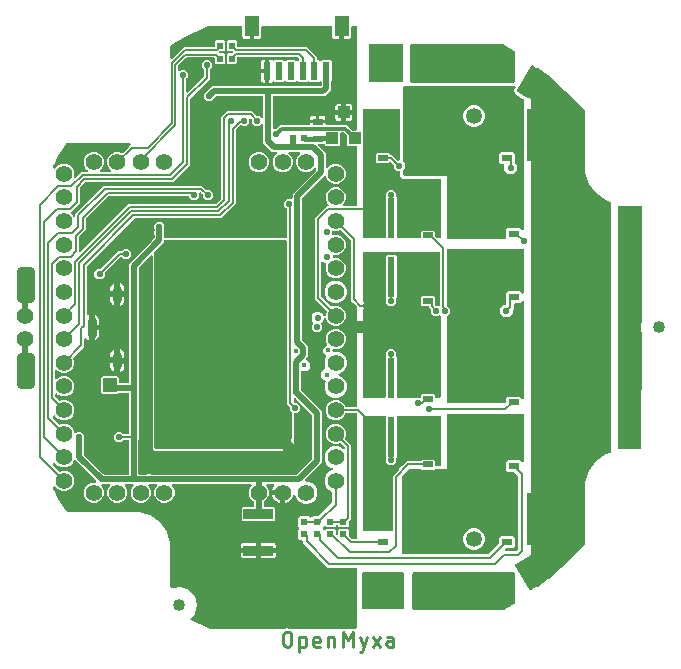
<source format=gbr>
G04 EAGLE Gerber RS-274X export*
G75*
%MOMM*%
%FSLAX34Y34*%
%LPD*%
%AMOC8*
5,1,8,0,0,1.08239X$1,22.5*%
G01*
%ADD10C,0.228600*%
%ADD11R,0.850000X0.500000*%
%ADD12R,4.550000X4.410000*%
%ADD13C,3.000000*%
%ADD14R,1.000000X3.400000*%
%ADD15R,0.600000X3.400000*%
%ADD16R,1.000000X1.000000*%
%ADD17R,0.500000X0.600000*%
%ADD18R,0.600000X0.500000*%
%ADD19C,0.100000*%
%ADD20C,0.550000*%
%ADD21R,0.900000X2.500000*%
%ADD22C,3.516000*%
%ADD23R,1.000000X1.000000*%
%ADD24C,1.400000*%
%ADD25C,1.350000*%
%ADD26R,1.600000X3.100000*%
%ADD27C,0.800000*%
%ADD28C,1.016000*%
%ADD29R,0.600000X1.550000*%
%ADD30R,1.200000X1.800000*%
%ADD31C,0.750000*%
%ADD32R,2.500000X0.900000*%
%ADD33R,0.900000X0.600000*%
%ADD34C,0.500000*%
%ADD35C,0.200000*%
%ADD36C,0.400000*%
%ADD37C,0.150000*%
%ADD38C,0.450000*%
%ADD39C,0.300000*%

G36*
X-44155Y-254999D02*
X-44155Y-254999D01*
X-44153Y-254999D01*
X-44118Y-254994D01*
X-43878Y-254959D01*
X-43863Y-254953D01*
X-43849Y-254950D01*
X-43021Y-254682D01*
X-42194Y-254950D01*
X-42192Y-254951D01*
X-42190Y-254952D01*
X-42156Y-254957D01*
X-41916Y-254999D01*
X-41900Y-254997D01*
X-41885Y-254999D01*
X3032Y-254999D01*
X3145Y-254983D01*
X3260Y-254973D01*
X3283Y-254963D01*
X3311Y-254959D01*
X3467Y-254889D01*
X3546Y-254857D01*
X3619Y-254813D01*
X4247Y-254969D01*
X4400Y-254985D01*
X4489Y-254999D01*
X12068Y-254999D01*
X12220Y-254978D01*
X12311Y-254969D01*
X12938Y-254813D01*
X13012Y-254857D01*
X13118Y-254902D01*
X13221Y-254952D01*
X13246Y-254956D01*
X13271Y-254966D01*
X13442Y-254986D01*
X13526Y-254999D01*
X15000Y-254999D01*
X15064Y-254990D01*
X15128Y-254991D01*
X15203Y-254970D01*
X15279Y-254959D01*
X15338Y-254933D01*
X15400Y-254916D01*
X15466Y-254875D01*
X15536Y-254843D01*
X15585Y-254801D01*
X15640Y-254768D01*
X15692Y-254710D01*
X15750Y-254660D01*
X15786Y-254606D01*
X15829Y-254558D01*
X15862Y-254489D01*
X15905Y-254424D01*
X15924Y-254362D01*
X15952Y-254305D01*
X15963Y-254235D01*
X15987Y-254154D01*
X15988Y-254069D01*
X15999Y-254000D01*
X15999Y-204500D01*
X15990Y-204436D01*
X15991Y-204372D01*
X15970Y-204297D01*
X15959Y-204221D01*
X15933Y-204162D01*
X15916Y-204100D01*
X15875Y-204034D01*
X15843Y-203964D01*
X15801Y-203915D01*
X15768Y-203860D01*
X15710Y-203808D01*
X15660Y-203750D01*
X15606Y-203714D01*
X15558Y-203671D01*
X15489Y-203638D01*
X15424Y-203595D01*
X15362Y-203576D01*
X15305Y-203548D01*
X15235Y-203537D01*
X15154Y-203513D01*
X15069Y-203512D01*
X15000Y-203501D01*
X-8950Y-203501D01*
X-30001Y-182450D01*
X-30001Y-181000D01*
X-30009Y-180941D01*
X-30009Y-180927D01*
X-30010Y-180924D01*
X-30009Y-180872D01*
X-30030Y-180797D01*
X-30041Y-180721D01*
X-30067Y-180662D01*
X-30084Y-180600D01*
X-30125Y-180534D01*
X-30157Y-180464D01*
X-30199Y-180415D01*
X-30232Y-180360D01*
X-30290Y-180308D01*
X-30340Y-180250D01*
X-30394Y-180214D01*
X-30442Y-180171D01*
X-30511Y-180138D01*
X-30576Y-180095D01*
X-30638Y-180076D01*
X-30695Y-180048D01*
X-30765Y-180037D01*
X-30846Y-180013D01*
X-30931Y-180012D01*
X-31000Y-180001D01*
X-32536Y-180001D01*
X-34001Y-178536D01*
X-34001Y-171464D01*
X-33243Y-170707D01*
X-33205Y-170655D01*
X-33159Y-170610D01*
X-33120Y-170543D01*
X-33074Y-170481D01*
X-33051Y-170421D01*
X-33020Y-170365D01*
X-33002Y-170290D01*
X-32974Y-170217D01*
X-32969Y-170153D01*
X-32955Y-170090D01*
X-32959Y-170013D01*
X-32953Y-169936D01*
X-32966Y-169873D01*
X-32969Y-169809D01*
X-32994Y-169736D01*
X-33010Y-169660D01*
X-33040Y-169603D01*
X-33061Y-169542D01*
X-33103Y-169486D01*
X-33143Y-169411D01*
X-33202Y-169350D01*
X-33243Y-169293D01*
X-34001Y-168536D01*
X-34001Y-161464D01*
X-32536Y-159999D01*
X-24464Y-159999D01*
X-23707Y-160757D01*
X-23655Y-160795D01*
X-23610Y-160841D01*
X-23543Y-160880D01*
X-23481Y-160926D01*
X-23421Y-160949D01*
X-23365Y-160980D01*
X-23290Y-160998D01*
X-23217Y-161026D01*
X-23153Y-161031D01*
X-23091Y-161045D01*
X-23013Y-161041D01*
X-22936Y-161047D01*
X-22873Y-161034D01*
X-22809Y-161031D01*
X-22736Y-161006D01*
X-22660Y-160990D01*
X-22603Y-160960D01*
X-22542Y-160939D01*
X-22486Y-160897D01*
X-22411Y-160857D01*
X-22350Y-160798D01*
X-22293Y-160757D01*
X-21536Y-159999D01*
X-17364Y-159999D01*
X-17269Y-159986D01*
X-17173Y-159981D01*
X-17130Y-159966D01*
X-17085Y-159959D01*
X-16997Y-159920D01*
X-16906Y-159888D01*
X-16872Y-159863D01*
X-16828Y-159843D01*
X-16730Y-159760D01*
X-16657Y-159707D01*
X-5793Y-148843D01*
X-5736Y-148766D01*
X-5671Y-148694D01*
X-5651Y-148653D01*
X-5624Y-148617D01*
X-5590Y-148527D01*
X-5548Y-148441D01*
X-5542Y-148399D01*
X-5525Y-148353D01*
X-5516Y-148245D01*
X-5513Y-148234D01*
X-5512Y-148211D01*
X-5501Y-148136D01*
X-5501Y-139501D01*
X-5502Y-139492D01*
X-5501Y-139482D01*
X-5522Y-139352D01*
X-5541Y-139222D01*
X-5544Y-139213D01*
X-5546Y-139204D01*
X-5603Y-139084D01*
X-5657Y-138965D01*
X-5663Y-138958D01*
X-5667Y-138949D01*
X-5755Y-138851D01*
X-5840Y-138751D01*
X-5848Y-138745D01*
X-5854Y-138738D01*
X-5920Y-138698D01*
X-6076Y-138596D01*
X-6099Y-138589D01*
X-6118Y-138578D01*
X-7382Y-138054D01*
X-10054Y-135382D01*
X-11501Y-131890D01*
X-11501Y-128110D01*
X-10054Y-124618D01*
X-7382Y-121946D01*
X-4913Y-120923D01*
X-4885Y-120907D01*
X-4855Y-120897D01*
X-4764Y-120835D01*
X-4670Y-120780D01*
X-4648Y-120756D01*
X-4622Y-120738D01*
X-4552Y-120653D01*
X-4478Y-120574D01*
X-4463Y-120545D01*
X-4442Y-120520D01*
X-4399Y-120420D01*
X-4350Y-120322D01*
X-4344Y-120291D01*
X-4331Y-120261D01*
X-4318Y-120153D01*
X-4297Y-120045D01*
X-4300Y-120013D01*
X-4297Y-119981D01*
X-4314Y-119873D01*
X-4324Y-119765D01*
X-4336Y-119735D01*
X-4342Y-119703D01*
X-4389Y-119604D01*
X-4429Y-119503D01*
X-4449Y-119477D01*
X-4463Y-119448D01*
X-4535Y-119366D01*
X-4602Y-119280D01*
X-4629Y-119261D01*
X-4650Y-119237D01*
X-4727Y-119190D01*
X-4831Y-119115D01*
X-4877Y-119099D01*
X-4913Y-119077D01*
X-7382Y-118054D01*
X-10054Y-115382D01*
X-11501Y-111890D01*
X-11501Y-108110D01*
X-10054Y-104618D01*
X-7382Y-101946D01*
X-3890Y-100499D01*
X-110Y-100499D01*
X3382Y-101946D01*
X4293Y-102857D01*
X4319Y-102877D01*
X4340Y-102901D01*
X4432Y-102961D01*
X4519Y-103027D01*
X4549Y-103038D01*
X4576Y-103056D01*
X4681Y-103088D01*
X4783Y-103126D01*
X4815Y-103129D01*
X4846Y-103138D01*
X4955Y-103140D01*
X5064Y-103148D01*
X5096Y-103141D01*
X5128Y-103142D01*
X5233Y-103113D01*
X5340Y-103090D01*
X5369Y-103075D01*
X5400Y-103067D01*
X5493Y-103009D01*
X5589Y-102958D01*
X5612Y-102935D01*
X5640Y-102919D01*
X5713Y-102838D01*
X5791Y-102761D01*
X5807Y-102733D01*
X5829Y-102709D01*
X5876Y-102611D01*
X5930Y-102516D01*
X5938Y-102484D01*
X5952Y-102455D01*
X5966Y-102366D01*
X5995Y-102241D01*
X5993Y-102193D01*
X5999Y-102151D01*
X5999Y-101950D01*
X5986Y-101855D01*
X5981Y-101759D01*
X5966Y-101716D01*
X5959Y-101671D01*
X5920Y-101583D01*
X5888Y-101492D01*
X5863Y-101458D01*
X5843Y-101414D01*
X5760Y-101316D01*
X5707Y-101243D01*
X2478Y-98014D01*
X2470Y-98008D01*
X2464Y-98001D01*
X2358Y-97924D01*
X2252Y-97845D01*
X2243Y-97841D01*
X2235Y-97836D01*
X2112Y-97792D01*
X1988Y-97745D01*
X1979Y-97745D01*
X1970Y-97741D01*
X1838Y-97734D01*
X1707Y-97724D01*
X1698Y-97725D01*
X1688Y-97725D01*
X1613Y-97743D01*
X1431Y-97781D01*
X1410Y-97792D01*
X1389Y-97798D01*
X-309Y-98501D01*
X-3691Y-98501D01*
X-6815Y-97207D01*
X-9207Y-94815D01*
X-10501Y-91691D01*
X-10501Y-88309D01*
X-9207Y-85185D01*
X-6815Y-82793D01*
X-3691Y-81499D01*
X-309Y-81499D01*
X2815Y-82793D01*
X5207Y-85185D01*
X6501Y-88309D01*
X6501Y-91691D01*
X5798Y-93389D01*
X5795Y-93398D01*
X5790Y-93406D01*
X5760Y-93535D01*
X5727Y-93662D01*
X5728Y-93671D01*
X5726Y-93680D01*
X5732Y-93813D01*
X5736Y-93944D01*
X5739Y-93953D01*
X5740Y-93962D01*
X5783Y-94087D01*
X5824Y-94212D01*
X5829Y-94220D01*
X5832Y-94229D01*
X5878Y-94291D01*
X5983Y-94445D01*
X6001Y-94460D01*
X6014Y-94478D01*
X9243Y-97707D01*
X11001Y-99464D01*
X11001Y-162286D01*
X9293Y-163993D01*
X9236Y-164070D01*
X9171Y-164141D01*
X9151Y-164182D01*
X9124Y-164219D01*
X9090Y-164309D01*
X9048Y-164395D01*
X9042Y-164437D01*
X9025Y-164483D01*
X9015Y-164610D01*
X9001Y-164700D01*
X9001Y-168122D01*
X8122Y-169001D01*
X878Y-169001D01*
X-12Y-168110D01*
X-30Y-168047D01*
X-41Y-167971D01*
X-67Y-167912D01*
X-84Y-167850D01*
X-125Y-167784D01*
X-157Y-167714D01*
X-199Y-167665D01*
X-232Y-167610D01*
X-290Y-167558D01*
X-340Y-167500D01*
X-394Y-167464D01*
X-442Y-167421D01*
X-511Y-167388D01*
X-576Y-167345D01*
X-638Y-167326D01*
X-695Y-167298D01*
X-765Y-167287D01*
X-846Y-167263D01*
X-931Y-167262D01*
X-1000Y-167251D01*
X-1064Y-167260D01*
X-1128Y-167259D01*
X-1203Y-167280D01*
X-1279Y-167291D01*
X-1338Y-167317D01*
X-1400Y-167334D01*
X-1466Y-167375D01*
X-1536Y-167407D01*
X-1585Y-167449D01*
X-1640Y-167482D01*
X-1692Y-167540D01*
X-1750Y-167590D01*
X-1786Y-167644D01*
X-1829Y-167692D01*
X-1862Y-167761D01*
X-1905Y-167826D01*
X-1924Y-167888D01*
X-1952Y-167945D01*
X-1963Y-168015D01*
X-1987Y-168096D01*
X-1987Y-168110D01*
X-2878Y-169001D01*
X-10122Y-169001D01*
X-10586Y-168536D01*
X-10638Y-168497D01*
X-10683Y-168451D01*
X-10750Y-168413D01*
X-10812Y-168367D01*
X-10872Y-168344D01*
X-10928Y-168312D01*
X-11003Y-168295D01*
X-11076Y-168267D01*
X-11140Y-168262D01*
X-11202Y-168247D01*
X-11280Y-168251D01*
X-11357Y-168245D01*
X-11420Y-168259D01*
X-11484Y-168262D01*
X-11557Y-168287D01*
X-11633Y-168303D01*
X-11690Y-168333D01*
X-11750Y-168354D01*
X-11807Y-168396D01*
X-11882Y-168435D01*
X-11943Y-168495D01*
X-11999Y-168536D01*
X-12757Y-169293D01*
X-12795Y-169345D01*
X-12841Y-169390D01*
X-12880Y-169457D01*
X-12926Y-169519D01*
X-12949Y-169579D01*
X-12980Y-169635D01*
X-12998Y-169710D01*
X-13026Y-169783D01*
X-13031Y-169847D01*
X-13045Y-169909D01*
X-13041Y-169987D01*
X-13047Y-170064D01*
X-13034Y-170127D01*
X-13031Y-170191D01*
X-13006Y-170264D01*
X-12990Y-170340D01*
X-12960Y-170397D01*
X-12939Y-170458D01*
X-12897Y-170514D01*
X-12857Y-170589D01*
X-12798Y-170650D01*
X-12757Y-170707D01*
X-11999Y-171464D01*
X-11948Y-171503D01*
X-11903Y-171549D01*
X-11836Y-171587D01*
X-11774Y-171633D01*
X-11714Y-171656D01*
X-11658Y-171688D01*
X-11582Y-171705D01*
X-11510Y-171733D01*
X-11446Y-171738D01*
X-11383Y-171753D01*
X-11306Y-171749D01*
X-11229Y-171755D01*
X-11166Y-171741D01*
X-11102Y-171738D01*
X-11029Y-171713D01*
X-10953Y-171697D01*
X-10896Y-171667D01*
X-10835Y-171646D01*
X-10779Y-171604D01*
X-10704Y-171565D01*
X-10643Y-171505D01*
X-10586Y-171464D01*
X-10122Y-170999D01*
X-2878Y-170999D01*
X-1999Y-171878D01*
X-1999Y-174800D01*
X-1988Y-174876D01*
X-1987Y-174953D01*
X-1969Y-175010D01*
X-1959Y-175079D01*
X-1918Y-175171D01*
X-1894Y-175247D01*
X-1864Y-175290D01*
X-1843Y-175336D01*
X-1785Y-175405D01*
X-1733Y-175479D01*
X-1693Y-175512D01*
X-1660Y-175551D01*
X-1584Y-175600D01*
X-1514Y-175657D01*
X-1467Y-175677D01*
X-1424Y-175705D01*
X-1338Y-175732D01*
X-1255Y-175767D01*
X-1203Y-175773D01*
X-1154Y-175788D01*
X-1064Y-175789D01*
X-974Y-175799D01*
X-924Y-175791D01*
X-872Y-175791D01*
X-785Y-175767D01*
X-696Y-175752D01*
X-650Y-175730D01*
X-600Y-175716D01*
X-523Y-175669D01*
X-442Y-175630D01*
X-404Y-175595D01*
X-360Y-175568D01*
X-300Y-175501D01*
X-233Y-175441D01*
X-206Y-175397D01*
X-171Y-175359D01*
X-132Y-175277D01*
X-85Y-175201D01*
X-71Y-175151D01*
X-48Y-175105D01*
X-36Y-175026D01*
X-9Y-174929D01*
X-10Y-174859D01*
X-1Y-174800D01*
X-1Y-171878D01*
X878Y-170999D01*
X8122Y-170999D01*
X9001Y-171878D01*
X9001Y-175550D01*
X9014Y-175645D01*
X9019Y-175741D01*
X9034Y-175784D01*
X9041Y-175829D01*
X9080Y-175917D01*
X9112Y-176008D01*
X9137Y-176042D01*
X9157Y-176086D01*
X9240Y-176184D01*
X9293Y-176257D01*
X11793Y-178757D01*
X11870Y-178814D01*
X11941Y-178879D01*
X11982Y-178899D01*
X12019Y-178926D01*
X12109Y-178960D01*
X12195Y-179002D01*
X12237Y-179008D01*
X12283Y-179025D01*
X12410Y-179035D01*
X12500Y-179049D01*
X15000Y-179049D01*
X15064Y-179040D01*
X15128Y-179041D01*
X15203Y-179020D01*
X15279Y-179009D01*
X15338Y-178983D01*
X15400Y-178966D01*
X15466Y-178925D01*
X15536Y-178893D01*
X15585Y-178851D01*
X15640Y-178818D01*
X15692Y-178760D01*
X15750Y-178710D01*
X15786Y-178656D01*
X15829Y-178608D01*
X15862Y-178539D01*
X15905Y-178474D01*
X15924Y-178412D01*
X15952Y-178355D01*
X15963Y-178285D01*
X15987Y-178204D01*
X15988Y-178119D01*
X15999Y-178050D01*
X15999Y-73500D01*
X15990Y-73436D01*
X15991Y-73372D01*
X15970Y-73297D01*
X15959Y-73221D01*
X15933Y-73162D01*
X15916Y-73100D01*
X15875Y-73034D01*
X15843Y-72964D01*
X15801Y-72915D01*
X15768Y-72860D01*
X15710Y-72808D01*
X15660Y-72750D01*
X15606Y-72714D01*
X15558Y-72671D01*
X15489Y-72638D01*
X15424Y-72595D01*
X15362Y-72576D01*
X15305Y-72548D01*
X15235Y-72537D01*
X15154Y-72513D01*
X15069Y-72512D01*
X15000Y-72501D01*
X6833Y-72501D01*
X6824Y-72502D01*
X6814Y-72501D01*
X6684Y-72522D01*
X6554Y-72541D01*
X6545Y-72544D01*
X6536Y-72546D01*
X6416Y-72603D01*
X6297Y-72657D01*
X6290Y-72663D01*
X6281Y-72667D01*
X6182Y-72755D01*
X6083Y-72840D01*
X6077Y-72848D01*
X6070Y-72854D01*
X6030Y-72920D01*
X5928Y-73076D01*
X5921Y-73099D01*
X5910Y-73118D01*
X5207Y-74815D01*
X2815Y-77207D01*
X-309Y-78501D01*
X-3691Y-78501D01*
X-6815Y-77207D01*
X-9207Y-74815D01*
X-10501Y-71691D01*
X-10501Y-68309D01*
X-9207Y-65185D01*
X-6815Y-62793D01*
X-3691Y-61499D01*
X-309Y-61499D01*
X2815Y-62793D01*
X5207Y-65185D01*
X5910Y-66882D01*
X5915Y-66891D01*
X5917Y-66900D01*
X5987Y-67012D01*
X6053Y-67125D01*
X6060Y-67132D01*
X6065Y-67140D01*
X6163Y-67228D01*
X6259Y-67318D01*
X6268Y-67322D01*
X6275Y-67329D01*
X6393Y-67386D01*
X6511Y-67446D01*
X6520Y-67448D01*
X6528Y-67452D01*
X6604Y-67464D01*
X6788Y-67498D01*
X6812Y-67496D01*
X6833Y-67499D01*
X15000Y-67499D01*
X15064Y-67490D01*
X15128Y-67491D01*
X15203Y-67470D01*
X15279Y-67459D01*
X15338Y-67433D01*
X15400Y-67416D01*
X15466Y-67375D01*
X15536Y-67343D01*
X15585Y-67301D01*
X15640Y-67268D01*
X15692Y-67210D01*
X15750Y-67160D01*
X15786Y-67106D01*
X15829Y-67058D01*
X15862Y-66989D01*
X15905Y-66924D01*
X15924Y-66862D01*
X15952Y-66805D01*
X15963Y-66735D01*
X15987Y-66654D01*
X15988Y-66569D01*
X15999Y-66500D01*
X15999Y17300D01*
X15986Y17395D01*
X15981Y17491D01*
X15966Y17535D01*
X15959Y17579D01*
X15920Y17667D01*
X15888Y17758D01*
X15863Y17792D01*
X15843Y17836D01*
X15760Y17934D01*
X15707Y18007D01*
X12757Y20957D01*
X10999Y22714D01*
X10999Y73050D01*
X10986Y73145D01*
X10981Y73241D01*
X10966Y73284D01*
X10959Y73329D01*
X10920Y73417D01*
X10888Y73508D01*
X10863Y73542D01*
X10843Y73586D01*
X10760Y73684D01*
X10707Y73757D01*
X2478Y81986D01*
X2470Y81992D01*
X2464Y81999D01*
X2357Y82076D01*
X2252Y82155D01*
X2243Y82159D01*
X2235Y82164D01*
X2112Y82208D01*
X1988Y82255D01*
X1979Y82255D01*
X1970Y82259D01*
X1838Y82266D01*
X1707Y82276D01*
X1698Y82275D01*
X1688Y82275D01*
X1613Y82257D01*
X1431Y82219D01*
X1410Y82208D01*
X1389Y82202D01*
X-309Y81499D01*
X-3691Y81499D01*
X-3868Y81572D01*
X-3982Y81602D01*
X-4096Y81637D01*
X-4119Y81637D01*
X-4141Y81643D01*
X-4259Y81639D01*
X-4378Y81640D01*
X-4400Y81634D01*
X-4423Y81634D01*
X-4535Y81597D01*
X-4650Y81565D01*
X-4669Y81553D01*
X-4691Y81546D01*
X-4788Y81479D01*
X-4890Y81417D01*
X-4905Y81400D01*
X-4924Y81387D01*
X-4999Y81296D01*
X-5079Y81208D01*
X-5089Y81187D01*
X-5103Y81170D01*
X-5150Y81060D01*
X-5202Y80954D01*
X-5205Y80933D01*
X-5215Y80910D01*
X-5237Y80726D01*
X-5249Y80649D01*
X-5249Y79351D01*
X-5233Y79234D01*
X-5221Y79115D01*
X-5213Y79094D01*
X-5209Y79071D01*
X-5161Y78964D01*
X-5117Y78853D01*
X-5103Y78835D01*
X-5093Y78815D01*
X-5016Y78724D01*
X-4943Y78631D01*
X-4925Y78618D01*
X-4910Y78600D01*
X-4811Y78535D01*
X-4714Y78466D01*
X-4693Y78458D01*
X-4674Y78446D01*
X-4561Y78411D01*
X-4449Y78371D01*
X-4426Y78370D01*
X-4404Y78363D01*
X-4286Y78362D01*
X-4167Y78355D01*
X-4146Y78360D01*
X-4122Y78360D01*
X-3942Y78409D01*
X-3868Y78428D01*
X-3691Y78501D01*
X-309Y78501D01*
X2815Y77207D01*
X5207Y74815D01*
X6501Y71691D01*
X6501Y68309D01*
X5207Y65185D01*
X2815Y62793D01*
X-309Y61499D01*
X-3250Y61499D01*
X-3314Y61490D01*
X-3378Y61491D01*
X-3453Y61470D01*
X-3529Y61459D01*
X-3588Y61433D01*
X-3650Y61416D01*
X-3716Y61375D01*
X-3786Y61343D01*
X-3835Y61301D01*
X-3890Y61268D01*
X-3942Y61210D01*
X-4000Y61160D01*
X-4036Y61106D01*
X-4079Y61058D01*
X-4112Y60989D01*
X-4155Y60924D01*
X-4174Y60862D01*
X-4202Y60805D01*
X-4213Y60735D01*
X-4237Y60654D01*
X-4238Y60569D01*
X-4249Y60500D01*
X-4249Y59500D01*
X-4240Y59436D01*
X-4241Y59372D01*
X-4220Y59297D01*
X-4209Y59221D01*
X-4183Y59162D01*
X-4166Y59100D01*
X-4125Y59034D01*
X-4093Y58964D01*
X-4051Y58915D01*
X-4018Y58860D01*
X-3960Y58808D01*
X-3910Y58750D01*
X-3856Y58714D01*
X-3808Y58671D01*
X-3739Y58638D01*
X-3674Y58595D01*
X-3612Y58576D01*
X-3555Y58548D01*
X-3485Y58537D01*
X-3404Y58513D01*
X-3319Y58512D01*
X-3250Y58501D01*
X-309Y58501D01*
X2815Y57207D01*
X5207Y54815D01*
X6501Y51691D01*
X6501Y48309D01*
X5207Y45185D01*
X2815Y42793D01*
X-309Y41499D01*
X-3691Y41499D01*
X-6815Y42793D01*
X-9207Y45185D01*
X-10501Y48309D01*
X-10501Y51691D01*
X-9897Y53149D01*
X-9881Y53212D01*
X-9855Y53271D01*
X-9846Y53348D01*
X-9827Y53423D01*
X-9829Y53487D01*
X-9821Y53551D01*
X-9833Y53627D01*
X-9836Y53704D01*
X-9856Y53766D01*
X-9866Y53829D01*
X-9899Y53899D01*
X-9923Y53973D01*
X-9959Y54026D01*
X-9987Y54084D01*
X-10038Y54142D01*
X-10082Y54206D01*
X-10131Y54246D01*
X-10174Y54294D01*
X-10234Y54331D01*
X-10300Y54385D01*
X-10378Y54418D01*
X-10437Y54455D01*
X-12474Y55299D01*
X-12543Y55368D01*
X-12569Y55387D01*
X-12590Y55412D01*
X-12682Y55472D01*
X-12769Y55537D01*
X-12799Y55548D01*
X-12826Y55566D01*
X-12931Y55598D01*
X-13033Y55637D01*
X-13065Y55639D01*
X-13096Y55649D01*
X-13205Y55650D01*
X-13314Y55658D01*
X-13346Y55652D01*
X-13378Y55652D01*
X-13483Y55623D01*
X-13590Y55601D01*
X-13619Y55586D01*
X-13650Y55577D01*
X-13743Y55520D01*
X-13839Y55468D01*
X-13862Y55446D01*
X-13890Y55429D01*
X-13963Y55348D01*
X-14041Y55272D01*
X-14057Y55244D01*
X-14079Y55220D01*
X-14126Y55121D01*
X-14180Y55026D01*
X-14188Y54995D01*
X-14202Y54966D01*
X-14216Y54876D01*
X-14245Y54752D01*
X-14243Y54703D01*
X-14249Y54661D01*
X-14249Y26200D01*
X-14236Y26105D01*
X-14231Y26009D01*
X-14216Y25966D01*
X-14209Y25921D01*
X-14170Y25833D01*
X-14138Y25742D01*
X-14113Y25708D01*
X-14093Y25664D01*
X-14010Y25566D01*
X-13957Y25493D01*
X-6478Y18014D01*
X-6470Y18008D01*
X-6464Y18001D01*
X-6357Y17924D01*
X-6252Y17845D01*
X-6243Y17841D01*
X-6235Y17836D01*
X-6112Y17792D01*
X-5988Y17745D01*
X-5979Y17745D01*
X-5970Y17741D01*
X-5838Y17734D01*
X-5707Y17724D01*
X-5698Y17725D01*
X-5688Y17725D01*
X-5613Y17743D01*
X-5431Y17781D01*
X-5410Y17792D01*
X-5389Y17798D01*
X-3691Y18501D01*
X-309Y18501D01*
X2815Y17207D01*
X5207Y14815D01*
X6501Y11691D01*
X6501Y8309D01*
X5207Y5185D01*
X2815Y2793D01*
X-309Y1499D01*
X-3691Y1499D01*
X-6815Y2793D01*
X-9207Y5185D01*
X-10077Y7286D01*
X-10121Y7360D01*
X-10157Y7440D01*
X-10193Y7481D01*
X-10220Y7528D01*
X-10284Y7588D01*
X-10340Y7654D01*
X-10386Y7684D01*
X-10426Y7721D01*
X-10503Y7761D01*
X-10576Y7808D01*
X-10629Y7824D01*
X-10678Y7849D01*
X-10763Y7865D01*
X-10846Y7891D01*
X-10901Y7891D01*
X-10955Y7902D01*
X-11041Y7893D01*
X-11128Y7894D01*
X-11181Y7880D01*
X-11235Y7874D01*
X-11316Y7842D01*
X-11400Y7819D01*
X-11447Y7790D01*
X-11497Y7770D01*
X-11566Y7717D01*
X-11640Y7671D01*
X-11676Y7630D01*
X-11720Y7597D01*
X-11771Y7526D01*
X-11829Y7462D01*
X-11853Y7412D01*
X-11885Y7368D01*
X-11914Y7286D01*
X-11952Y7208D01*
X-11960Y7158D01*
X-11979Y7102D01*
X-11986Y6989D01*
X-11986Y6987D01*
X-12799Y5026D01*
X-14325Y3499D01*
X-14340Y3479D01*
X-14354Y3467D01*
X-14373Y3439D01*
X-14410Y3403D01*
X-14448Y3336D01*
X-14494Y3274D01*
X-14517Y3214D01*
X-14549Y3158D01*
X-14566Y3082D01*
X-14594Y3010D01*
X-14599Y2946D01*
X-14613Y2883D01*
X-14610Y2806D01*
X-14616Y2729D01*
X-14602Y2666D01*
X-14599Y2602D01*
X-14574Y2529D01*
X-14558Y2453D01*
X-14528Y2396D01*
X-14507Y2335D01*
X-14465Y2279D01*
X-14425Y2204D01*
X-14366Y2143D01*
X-14325Y2086D01*
X-13999Y1761D01*
X-13999Y-1761D01*
X-16489Y-4251D01*
X-20011Y-4251D01*
X-22501Y-1761D01*
X-22501Y1761D01*
X-21175Y3086D01*
X-21137Y3138D01*
X-21090Y3183D01*
X-21052Y3250D01*
X-21006Y3312D01*
X-20983Y3372D01*
X-20951Y3428D01*
X-20934Y3503D01*
X-20906Y3576D01*
X-20901Y3640D01*
X-20887Y3702D01*
X-20890Y3780D01*
X-20884Y3857D01*
X-20898Y3920D01*
X-20901Y3984D01*
X-20926Y4057D01*
X-20942Y4133D01*
X-20972Y4190D01*
X-20993Y4250D01*
X-21035Y4307D01*
X-21075Y4382D01*
X-21111Y4420D01*
X-21128Y4446D01*
X-21153Y4469D01*
X-21175Y4499D01*
X-21701Y5026D01*
X-22501Y6956D01*
X-22501Y9044D01*
X-21701Y10974D01*
X-20224Y12451D01*
X-18294Y13251D01*
X-16206Y13251D01*
X-14276Y12451D01*
X-12799Y10974D01*
X-12423Y10068D01*
X-12379Y9993D01*
X-12343Y9914D01*
X-12308Y9872D01*
X-12280Y9825D01*
X-12216Y9766D01*
X-12160Y9700D01*
X-12114Y9670D01*
X-12074Y9632D01*
X-11997Y9593D01*
X-11924Y9545D01*
X-11871Y9529D01*
X-11822Y9504D01*
X-11737Y9488D01*
X-11654Y9463D01*
X-11599Y9462D01*
X-11545Y9452D01*
X-11459Y9460D01*
X-11372Y9459D01*
X-11319Y9474D01*
X-11265Y9479D01*
X-11184Y9511D01*
X-11100Y9534D01*
X-11054Y9563D01*
X-11003Y9583D01*
X-10934Y9637D01*
X-10860Y9682D01*
X-10824Y9723D01*
X-10780Y9757D01*
X-10729Y9827D01*
X-10671Y9892D01*
X-10647Y9941D01*
X-10615Y9986D01*
X-10586Y10068D01*
X-10548Y10146D01*
X-10540Y10196D01*
X-10521Y10251D01*
X-10514Y10365D01*
X-10501Y10450D01*
X-10501Y11691D01*
X-9798Y13389D01*
X-9795Y13398D01*
X-9790Y13406D01*
X-9760Y13535D01*
X-9727Y13662D01*
X-9728Y13671D01*
X-9726Y13680D01*
X-9732Y13813D01*
X-9736Y13944D01*
X-9739Y13953D01*
X-9740Y13962D01*
X-9783Y14087D01*
X-9824Y14212D01*
X-9829Y14220D01*
X-9832Y14229D01*
X-9878Y14291D01*
X-9983Y14445D01*
X-10001Y14460D01*
X-10014Y14478D01*
X-17493Y21957D01*
X-19251Y23714D01*
X-19251Y92536D01*
X-9286Y102501D01*
X-8935Y102501D01*
X-8903Y102505D01*
X-8871Y102503D01*
X-8764Y102525D01*
X-8656Y102541D01*
X-8626Y102554D01*
X-8595Y102560D01*
X-8498Y102612D01*
X-8399Y102657D01*
X-8374Y102678D01*
X-8346Y102693D01*
X-8268Y102769D01*
X-8185Y102840D01*
X-8167Y102867D01*
X-8144Y102890D01*
X-8090Y102985D01*
X-8030Y103076D01*
X-8021Y103107D01*
X-8005Y103135D01*
X-7980Y103241D01*
X-7948Y103346D01*
X-7947Y103378D01*
X-7940Y103409D01*
X-7945Y103519D01*
X-7944Y103628D01*
X-7953Y103659D01*
X-7954Y103691D01*
X-7990Y103794D01*
X-8019Y103900D01*
X-8036Y103927D01*
X-8047Y103958D01*
X-8100Y104031D01*
X-8167Y104140D01*
X-8203Y104172D01*
X-8228Y104207D01*
X-9207Y105185D01*
X-10501Y108309D01*
X-10501Y111691D01*
X-9207Y114815D01*
X-6815Y117207D01*
X-3691Y118501D01*
X-309Y118501D01*
X2815Y117207D01*
X5207Y114815D01*
X6501Y111691D01*
X6501Y108309D01*
X5207Y105185D01*
X4228Y104207D01*
X4209Y104181D01*
X4185Y104160D01*
X4125Y104068D01*
X4059Y103981D01*
X4048Y103951D01*
X4030Y103924D01*
X3998Y103819D01*
X3960Y103717D01*
X3957Y103685D01*
X3948Y103654D01*
X3946Y103545D01*
X3938Y103436D01*
X3944Y103404D01*
X3944Y103372D01*
X3973Y103267D01*
X3995Y103160D01*
X4011Y103131D01*
X4019Y103100D01*
X4077Y103007D01*
X4128Y102911D01*
X4150Y102888D01*
X4167Y102860D01*
X4248Y102787D01*
X4325Y102709D01*
X4353Y102693D01*
X4377Y102671D01*
X4475Y102624D01*
X4570Y102570D01*
X4601Y102562D01*
X4630Y102548D01*
X4720Y102534D01*
X4844Y102505D01*
X4893Y102507D01*
X4935Y102501D01*
X15000Y102501D01*
X15064Y102510D01*
X15128Y102509D01*
X15203Y102530D01*
X15279Y102541D01*
X15338Y102567D01*
X15400Y102584D01*
X15466Y102625D01*
X15536Y102657D01*
X15585Y102699D01*
X15640Y102732D01*
X15692Y102790D01*
X15750Y102840D01*
X15786Y102894D01*
X15829Y102942D01*
X15862Y103011D01*
X15905Y103076D01*
X15924Y103138D01*
X15952Y103195D01*
X15963Y103265D01*
X15987Y103346D01*
X15988Y103431D01*
X15999Y103500D01*
X15999Y152500D01*
X15990Y152564D01*
X15991Y152628D01*
X15970Y152703D01*
X15959Y152779D01*
X15933Y152838D01*
X15916Y152900D01*
X15875Y152966D01*
X15843Y153036D01*
X15801Y153085D01*
X15768Y153140D01*
X15710Y153192D01*
X15660Y153250D01*
X15606Y153286D01*
X15558Y153329D01*
X15489Y153362D01*
X15424Y153405D01*
X15362Y153424D01*
X15305Y153452D01*
X15235Y153463D01*
X15154Y153487D01*
X15069Y153488D01*
X15000Y153499D01*
X8628Y153499D01*
X7749Y154378D01*
X7749Y161843D01*
X7736Y161938D01*
X7731Y162034D01*
X7716Y162077D01*
X7709Y162122D01*
X7670Y162210D01*
X7638Y162301D01*
X7613Y162335D01*
X7593Y162379D01*
X7510Y162477D01*
X7457Y162550D01*
X5050Y164957D01*
X4973Y165014D01*
X4902Y165079D01*
X4861Y165099D01*
X4824Y165126D01*
X4734Y165160D01*
X4648Y165202D01*
X4606Y165208D01*
X4560Y165225D01*
X4433Y165235D01*
X4343Y165249D01*
X2750Y165249D01*
X2686Y165240D01*
X2622Y165241D01*
X2547Y165220D01*
X2471Y165209D01*
X2412Y165183D01*
X2350Y165166D01*
X2284Y165125D01*
X2214Y165093D01*
X2165Y165051D01*
X2110Y165018D01*
X2058Y164960D01*
X2000Y164910D01*
X1964Y164856D01*
X1921Y164808D01*
X1888Y164739D01*
X1845Y164674D01*
X1826Y164612D01*
X1798Y164555D01*
X1787Y164485D01*
X1763Y164404D01*
X1762Y164319D01*
X1751Y164250D01*
X1751Y154378D01*
X872Y153499D01*
X-10372Y153499D01*
X-11262Y154390D01*
X-11280Y154453D01*
X-11291Y154529D01*
X-11317Y154588D01*
X-11334Y154650D01*
X-11375Y154716D01*
X-11407Y154786D01*
X-11449Y154835D01*
X-11482Y154890D01*
X-11540Y154942D01*
X-11590Y155000D01*
X-11644Y155036D01*
X-11692Y155079D01*
X-11761Y155112D01*
X-11826Y155155D01*
X-11888Y155174D01*
X-11945Y155202D01*
X-12015Y155213D01*
X-12096Y155237D01*
X-12181Y155238D01*
X-12250Y155249D01*
X-15929Y155249D01*
X-15961Y155245D01*
X-15993Y155247D01*
X-16100Y155225D01*
X-16208Y155209D01*
X-16238Y155196D01*
X-16269Y155190D01*
X-16366Y155138D01*
X-16465Y155093D01*
X-16490Y155072D01*
X-16518Y155057D01*
X-16596Y154981D01*
X-16679Y154910D01*
X-16697Y154883D01*
X-16720Y154860D01*
X-16774Y154765D01*
X-16834Y154674D01*
X-16843Y154643D01*
X-16859Y154615D01*
X-16884Y154508D01*
X-16916Y154404D01*
X-16917Y154372D01*
X-16924Y154341D01*
X-16919Y154231D01*
X-16920Y154122D01*
X-16911Y154091D01*
X-16910Y154059D01*
X-16874Y153956D01*
X-16845Y153850D01*
X-16828Y153823D01*
X-16817Y153792D01*
X-16764Y153719D01*
X-16697Y153610D01*
X-16661Y153578D01*
X-16636Y153543D01*
X-10499Y147407D01*
X-10499Y135935D01*
X-10495Y135903D01*
X-10497Y135871D01*
X-10475Y135764D01*
X-10459Y135656D01*
X-10446Y135626D01*
X-10440Y135595D01*
X-10388Y135498D01*
X-10343Y135399D01*
X-10322Y135374D01*
X-10307Y135346D01*
X-10231Y135268D01*
X-10160Y135185D01*
X-10133Y135167D01*
X-10110Y135144D01*
X-10015Y135090D01*
X-9924Y135030D01*
X-9893Y135021D01*
X-9865Y135005D01*
X-9759Y134980D01*
X-9654Y134948D01*
X-9622Y134947D01*
X-9591Y134940D01*
X-9481Y134945D01*
X-9372Y134944D01*
X-9341Y134953D01*
X-9309Y134954D01*
X-9206Y134990D01*
X-9100Y135019D01*
X-9073Y135036D01*
X-9042Y135047D01*
X-8969Y135100D01*
X-8860Y135167D01*
X-8828Y135203D01*
X-8793Y135228D01*
X-6815Y137207D01*
X-3691Y138501D01*
X-309Y138501D01*
X2815Y137207D01*
X5207Y134815D01*
X6501Y131691D01*
X6501Y128309D01*
X5207Y125185D01*
X2815Y122793D01*
X-309Y121499D01*
X-3691Y121499D01*
X-6815Y122793D01*
X-9207Y125185D01*
X-10304Y127834D01*
X-10364Y127936D01*
X-10420Y128041D01*
X-10436Y128057D01*
X-10448Y128077D01*
X-10534Y128158D01*
X-10617Y128243D01*
X-10637Y128254D01*
X-10653Y128270D01*
X-10759Y128324D01*
X-10862Y128382D01*
X-10884Y128387D01*
X-10905Y128398D01*
X-11021Y128420D01*
X-11137Y128447D01*
X-11160Y128446D01*
X-11182Y128450D01*
X-11300Y128439D01*
X-11418Y128433D01*
X-11440Y128425D01*
X-11463Y128423D01*
X-11573Y128379D01*
X-11685Y128340D01*
X-11702Y128327D01*
X-11725Y128318D01*
X-11872Y128204D01*
X-11934Y128158D01*
X-30207Y109885D01*
X-30264Y109809D01*
X-30329Y109737D01*
X-30349Y109696D01*
X-30376Y109660D01*
X-30410Y109570D01*
X-30452Y109484D01*
X-30458Y109441D01*
X-30475Y109396D01*
X-30485Y109268D01*
X-30499Y109179D01*
X-30499Y23925D01*
X-30486Y23830D01*
X-30481Y23733D01*
X-30466Y23690D01*
X-30459Y23645D01*
X-30420Y23558D01*
X-30388Y23467D01*
X-30363Y23433D01*
X-30343Y23388D01*
X-30260Y23291D01*
X-30249Y23277D01*
X-30249Y19725D01*
X-30264Y19705D01*
X-30329Y19634D01*
X-30349Y19593D01*
X-30376Y19556D01*
X-30410Y19466D01*
X-30452Y19380D01*
X-30458Y19338D01*
X-30475Y19293D01*
X-30485Y19165D01*
X-30499Y19075D01*
X-30499Y-10590D01*
X-30486Y-10685D01*
X-30481Y-10781D01*
X-30466Y-10824D01*
X-30459Y-10869D01*
X-30420Y-10957D01*
X-30388Y-11048D01*
X-30363Y-11082D01*
X-30343Y-11126D01*
X-30260Y-11223D01*
X-30207Y-11297D01*
X-28135Y-13368D01*
X-25499Y-16004D01*
X-25499Y-24654D01*
X-26732Y-25887D01*
X-26770Y-25938D01*
X-26816Y-25983D01*
X-26855Y-26050D01*
X-26901Y-26112D01*
X-26924Y-26172D01*
X-26955Y-26228D01*
X-26973Y-26304D01*
X-27001Y-26376D01*
X-27006Y-26440D01*
X-27020Y-26503D01*
X-27016Y-26580D01*
X-27022Y-26657D01*
X-27009Y-26720D01*
X-27006Y-26784D01*
X-26981Y-26857D01*
X-26965Y-26933D01*
X-26935Y-26990D01*
X-26913Y-27051D01*
X-26872Y-27107D01*
X-26832Y-27182D01*
X-26773Y-27243D01*
X-26732Y-27300D01*
X-23749Y-30282D01*
X-23749Y-34218D01*
X-26532Y-37001D01*
X-30750Y-37001D01*
X-30814Y-37010D01*
X-30878Y-37009D01*
X-30953Y-37030D01*
X-31029Y-37041D01*
X-31088Y-37067D01*
X-31150Y-37084D01*
X-31216Y-37125D01*
X-31286Y-37157D01*
X-31335Y-37199D01*
X-31390Y-37232D01*
X-31442Y-37290D01*
X-31500Y-37340D01*
X-31536Y-37394D01*
X-31579Y-37442D01*
X-31612Y-37511D01*
X-31655Y-37576D01*
X-31674Y-37638D01*
X-31702Y-37695D01*
X-31713Y-37765D01*
X-31737Y-37846D01*
X-31738Y-37931D01*
X-31749Y-38000D01*
X-31749Y-52325D01*
X-31736Y-52420D01*
X-31731Y-52517D01*
X-31716Y-52560D01*
X-31709Y-52605D01*
X-31670Y-52692D01*
X-31638Y-52783D01*
X-31613Y-52817D01*
X-31593Y-52862D01*
X-31510Y-52959D01*
X-31457Y-53032D01*
X-31241Y-53248D01*
X-31241Y-53279D01*
X-31234Y-53303D01*
X-31231Y-53370D01*
X-31216Y-53413D01*
X-31209Y-53458D01*
X-31170Y-53546D01*
X-31138Y-53637D01*
X-31113Y-53671D01*
X-31093Y-53715D01*
X-31010Y-53812D01*
X-30957Y-53886D01*
X-13999Y-70843D01*
X-13999Y-115157D01*
X-27636Y-128793D01*
X-27655Y-128819D01*
X-27679Y-128840D01*
X-27739Y-128932D01*
X-27805Y-129019D01*
X-27816Y-129049D01*
X-27834Y-129076D01*
X-27866Y-129181D01*
X-27904Y-129283D01*
X-27907Y-129315D01*
X-27916Y-129346D01*
X-27918Y-129455D01*
X-27926Y-129564D01*
X-27920Y-129596D01*
X-27920Y-129628D01*
X-27891Y-129733D01*
X-27869Y-129840D01*
X-27853Y-129869D01*
X-27845Y-129900D01*
X-27787Y-129993D01*
X-27736Y-130089D01*
X-27714Y-130112D01*
X-27697Y-130140D01*
X-27616Y-130213D01*
X-27539Y-130291D01*
X-27511Y-130307D01*
X-27487Y-130329D01*
X-27389Y-130376D01*
X-27294Y-130430D01*
X-27263Y-130438D01*
X-27234Y-130452D01*
X-27144Y-130466D01*
X-27020Y-130495D01*
X-26971Y-130493D01*
X-26929Y-130499D01*
X-25110Y-130499D01*
X-21618Y-131946D01*
X-18946Y-134618D01*
X-17499Y-138110D01*
X-17499Y-141890D01*
X-18946Y-145382D01*
X-21618Y-148054D01*
X-25110Y-149501D01*
X-28890Y-149501D01*
X-32382Y-148054D01*
X-35054Y-145382D01*
X-36365Y-142217D01*
X-36431Y-142105D01*
X-36495Y-141992D01*
X-36503Y-141984D01*
X-36509Y-141974D01*
X-36604Y-141885D01*
X-36696Y-141794D01*
X-36706Y-141789D01*
X-36715Y-141781D01*
X-36831Y-141722D01*
X-36945Y-141661D01*
X-36956Y-141659D01*
X-36966Y-141653D01*
X-37094Y-141629D01*
X-37221Y-141602D01*
X-37232Y-141603D01*
X-37243Y-141601D01*
X-37372Y-141613D01*
X-37502Y-141623D01*
X-37513Y-141627D01*
X-37524Y-141628D01*
X-37644Y-141676D01*
X-37766Y-141721D01*
X-37775Y-141728D01*
X-37786Y-141732D01*
X-37888Y-141812D01*
X-37992Y-141890D01*
X-37999Y-141899D01*
X-38008Y-141906D01*
X-38084Y-142011D01*
X-38162Y-142115D01*
X-38166Y-142125D01*
X-38173Y-142135D01*
X-38268Y-142400D01*
X-38268Y-142402D01*
X-38269Y-142404D01*
X-38314Y-142635D01*
X-38995Y-144279D01*
X-39984Y-145758D01*
X-41242Y-147016D01*
X-42721Y-148005D01*
X-44365Y-148686D01*
X-45001Y-148812D01*
X-45001Y-141000D01*
X-45010Y-140937D01*
X-45009Y-140872D01*
X-45030Y-140798D01*
X-45041Y-140721D01*
X-45067Y-140662D01*
X-45084Y-140600D01*
X-45125Y-140534D01*
X-45157Y-140464D01*
X-45199Y-140415D01*
X-45232Y-140360D01*
X-45290Y-140309D01*
X-45340Y-140250D01*
X-45394Y-140214D01*
X-45442Y-140171D01*
X-45511Y-140138D01*
X-45576Y-140095D01*
X-45638Y-140076D01*
X-45695Y-140048D01*
X-45765Y-140038D01*
X-45846Y-140013D01*
X-45931Y-140012D01*
X-46000Y-140001D01*
X-47001Y-140001D01*
X-47001Y-139000D01*
X-47010Y-138936D01*
X-47009Y-138872D01*
X-47030Y-138797D01*
X-47041Y-138721D01*
X-47067Y-138662D01*
X-47084Y-138600D01*
X-47125Y-138534D01*
X-47157Y-138464D01*
X-47199Y-138415D01*
X-47232Y-138360D01*
X-47290Y-138308D01*
X-47340Y-138250D01*
X-47394Y-138214D01*
X-47442Y-138171D01*
X-47511Y-138138D01*
X-47576Y-138095D01*
X-47638Y-138076D01*
X-47696Y-138048D01*
X-47765Y-138037D01*
X-47846Y-138013D01*
X-47931Y-138012D01*
X-48000Y-138001D01*
X-55812Y-138001D01*
X-55686Y-137365D01*
X-55005Y-135721D01*
X-54058Y-134305D01*
X-54026Y-134237D01*
X-53984Y-134174D01*
X-53965Y-134111D01*
X-53936Y-134051D01*
X-53924Y-133976D01*
X-53902Y-133904D01*
X-53901Y-133838D01*
X-53890Y-133773D01*
X-53899Y-133698D01*
X-53898Y-133622D01*
X-53916Y-133558D01*
X-53924Y-133493D01*
X-53953Y-133423D01*
X-53973Y-133350D01*
X-54008Y-133294D01*
X-54034Y-133233D01*
X-54082Y-133175D01*
X-54122Y-133110D01*
X-54171Y-133066D01*
X-54213Y-133015D01*
X-54275Y-132972D01*
X-54331Y-132921D01*
X-54390Y-132892D01*
X-54445Y-132855D01*
X-54517Y-132831D01*
X-54585Y-132798D01*
X-54645Y-132789D01*
X-54713Y-132766D01*
X-54811Y-132763D01*
X-54889Y-132751D01*
X-59815Y-132751D01*
X-59847Y-132755D01*
X-59879Y-132753D01*
X-59986Y-132775D01*
X-60094Y-132791D01*
X-60124Y-132804D01*
X-60155Y-132810D01*
X-60252Y-132862D01*
X-60351Y-132907D01*
X-60376Y-132928D01*
X-60404Y-132943D01*
X-60482Y-133019D01*
X-60565Y-133090D01*
X-60583Y-133117D01*
X-60606Y-133140D01*
X-60660Y-133235D01*
X-60720Y-133326D01*
X-60729Y-133357D01*
X-60745Y-133385D01*
X-60770Y-133491D01*
X-60802Y-133596D01*
X-60803Y-133628D01*
X-60810Y-133659D01*
X-60805Y-133769D01*
X-60806Y-133878D01*
X-60797Y-133909D01*
X-60796Y-133941D01*
X-60760Y-134044D01*
X-60731Y-134150D01*
X-60714Y-134177D01*
X-60703Y-134208D01*
X-60650Y-134281D01*
X-60583Y-134390D01*
X-60547Y-134422D01*
X-60522Y-134457D01*
X-59793Y-135185D01*
X-58499Y-138309D01*
X-58499Y-141691D01*
X-59793Y-144815D01*
X-62185Y-147207D01*
X-62382Y-147288D01*
X-62391Y-147293D01*
X-62400Y-147296D01*
X-62512Y-147365D01*
X-62625Y-147432D01*
X-62632Y-147439D01*
X-62640Y-147444D01*
X-62728Y-147542D01*
X-62818Y-147638D01*
X-62822Y-147646D01*
X-62829Y-147653D01*
X-62886Y-147772D01*
X-62946Y-147889D01*
X-62948Y-147899D01*
X-62952Y-147907D01*
X-62964Y-147983D01*
X-62998Y-148166D01*
X-62996Y-148190D01*
X-62999Y-148212D01*
X-62999Y-151000D01*
X-62990Y-151064D01*
X-62991Y-151128D01*
X-62970Y-151203D01*
X-62959Y-151279D01*
X-62933Y-151338D01*
X-62916Y-151400D01*
X-62875Y-151466D01*
X-62843Y-151536D01*
X-62801Y-151585D01*
X-62768Y-151640D01*
X-62710Y-151692D01*
X-62660Y-151750D01*
X-62606Y-151786D01*
X-62558Y-151829D01*
X-62489Y-151862D01*
X-62424Y-151905D01*
X-62362Y-151924D01*
X-62305Y-151952D01*
X-62235Y-151963D01*
X-62154Y-151987D01*
X-62069Y-151988D01*
X-62000Y-151999D01*
X-54378Y-151999D01*
X-53499Y-152878D01*
X-53499Y-163122D01*
X-54378Y-164001D01*
X-80622Y-164001D01*
X-81501Y-163122D01*
X-81501Y-152878D01*
X-80622Y-151999D01*
X-72000Y-151999D01*
X-71936Y-151990D01*
X-71872Y-151991D01*
X-71797Y-151970D01*
X-71721Y-151959D01*
X-71662Y-151933D01*
X-71600Y-151916D01*
X-71534Y-151875D01*
X-71464Y-151843D01*
X-71415Y-151801D01*
X-71360Y-151768D01*
X-71308Y-151710D01*
X-71250Y-151660D01*
X-71214Y-151606D01*
X-71171Y-151558D01*
X-71138Y-151489D01*
X-71095Y-151424D01*
X-71076Y-151362D01*
X-71048Y-151305D01*
X-71037Y-151235D01*
X-71013Y-151154D01*
X-71012Y-151069D01*
X-71001Y-151000D01*
X-71001Y-148212D01*
X-71002Y-148202D01*
X-71001Y-148193D01*
X-71022Y-148062D01*
X-71041Y-147932D01*
X-71044Y-147924D01*
X-71046Y-147914D01*
X-71103Y-147795D01*
X-71157Y-147675D01*
X-71163Y-147668D01*
X-71167Y-147660D01*
X-71255Y-147561D01*
X-71340Y-147461D01*
X-71348Y-147456D01*
X-71354Y-147449D01*
X-71420Y-147409D01*
X-71576Y-147307D01*
X-71599Y-147300D01*
X-71618Y-147288D01*
X-71815Y-147207D01*
X-74207Y-144815D01*
X-75501Y-141691D01*
X-75501Y-138309D01*
X-74207Y-135185D01*
X-73478Y-134457D01*
X-73459Y-134431D01*
X-73435Y-134410D01*
X-73375Y-134318D01*
X-73309Y-134231D01*
X-73298Y-134201D01*
X-73280Y-134174D01*
X-73248Y-134069D01*
X-73210Y-133967D01*
X-73207Y-133935D01*
X-73198Y-133904D01*
X-73196Y-133795D01*
X-73188Y-133686D01*
X-73194Y-133654D01*
X-73194Y-133622D01*
X-73223Y-133517D01*
X-73245Y-133410D01*
X-73261Y-133381D01*
X-73269Y-133350D01*
X-73327Y-133257D01*
X-73378Y-133161D01*
X-73400Y-133138D01*
X-73417Y-133110D01*
X-73498Y-133037D01*
X-73575Y-132959D01*
X-73603Y-132943D01*
X-73627Y-132921D01*
X-73725Y-132874D01*
X-73820Y-132820D01*
X-73851Y-132812D01*
X-73880Y-132798D01*
X-73970Y-132784D01*
X-74094Y-132755D01*
X-74143Y-132757D01*
X-74185Y-132751D01*
X-139815Y-132751D01*
X-139847Y-132755D01*
X-139879Y-132753D01*
X-139986Y-132775D01*
X-140094Y-132791D01*
X-140124Y-132804D01*
X-140155Y-132810D01*
X-140252Y-132862D01*
X-140351Y-132907D01*
X-140376Y-132928D01*
X-140404Y-132943D01*
X-140482Y-133019D01*
X-140565Y-133090D01*
X-140583Y-133117D01*
X-140606Y-133140D01*
X-140660Y-133235D01*
X-140720Y-133326D01*
X-140729Y-133357D01*
X-140745Y-133385D01*
X-140770Y-133491D01*
X-140802Y-133596D01*
X-140803Y-133628D01*
X-140810Y-133659D01*
X-140805Y-133769D01*
X-140806Y-133878D01*
X-140797Y-133909D01*
X-140796Y-133941D01*
X-140760Y-134044D01*
X-140731Y-134150D01*
X-140714Y-134177D01*
X-140703Y-134208D01*
X-140650Y-134281D01*
X-140583Y-134390D01*
X-140547Y-134422D01*
X-140522Y-134457D01*
X-139793Y-135185D01*
X-138499Y-138309D01*
X-138499Y-141691D01*
X-139793Y-144815D01*
X-142185Y-147207D01*
X-145309Y-148501D01*
X-148691Y-148501D01*
X-151815Y-147207D01*
X-154207Y-144815D01*
X-155501Y-141691D01*
X-155501Y-138309D01*
X-154207Y-135185D01*
X-153478Y-134457D01*
X-153459Y-134431D01*
X-153435Y-134410D01*
X-153375Y-134318D01*
X-153309Y-134231D01*
X-153298Y-134201D01*
X-153280Y-134174D01*
X-153248Y-134069D01*
X-153210Y-133967D01*
X-153207Y-133935D01*
X-153198Y-133904D01*
X-153196Y-133795D01*
X-153188Y-133686D01*
X-153194Y-133654D01*
X-153194Y-133622D01*
X-153223Y-133517D01*
X-153245Y-133410D01*
X-153261Y-133381D01*
X-153269Y-133350D01*
X-153327Y-133257D01*
X-153378Y-133161D01*
X-153400Y-133138D01*
X-153417Y-133110D01*
X-153498Y-133037D01*
X-153575Y-132959D01*
X-153603Y-132943D01*
X-153627Y-132921D01*
X-153725Y-132874D01*
X-153820Y-132820D01*
X-153851Y-132812D01*
X-153880Y-132798D01*
X-153970Y-132784D01*
X-154094Y-132755D01*
X-154143Y-132757D01*
X-154185Y-132751D01*
X-157825Y-132751D01*
X-157921Y-132764D01*
X-158017Y-132769D01*
X-158060Y-132784D01*
X-158105Y-132791D01*
X-158192Y-132830D01*
X-158283Y-132862D01*
X-158317Y-132887D01*
X-158362Y-132907D01*
X-158459Y-132990D01*
X-158474Y-133001D01*
X-159565Y-133001D01*
X-159597Y-133005D01*
X-159629Y-133003D01*
X-159736Y-133025D01*
X-159844Y-133041D01*
X-159874Y-133054D01*
X-159905Y-133060D01*
X-160002Y-133112D01*
X-160101Y-133157D01*
X-160126Y-133178D01*
X-160154Y-133193D01*
X-160232Y-133269D01*
X-160315Y-133340D01*
X-160333Y-133367D01*
X-160356Y-133390D01*
X-160410Y-133484D01*
X-160470Y-133576D01*
X-160479Y-133607D01*
X-160495Y-133635D01*
X-160520Y-133741D01*
X-160552Y-133846D01*
X-160553Y-133878D01*
X-160560Y-133909D01*
X-160555Y-134019D01*
X-160556Y-134128D01*
X-160547Y-134159D01*
X-160546Y-134191D01*
X-160510Y-134294D01*
X-160481Y-134400D01*
X-160464Y-134427D01*
X-160453Y-134458D01*
X-160400Y-134531D01*
X-160333Y-134640D01*
X-160297Y-134672D01*
X-160272Y-134707D01*
X-159793Y-135185D01*
X-158499Y-138309D01*
X-158499Y-141691D01*
X-159793Y-144815D01*
X-162185Y-147207D01*
X-165309Y-148501D01*
X-168691Y-148501D01*
X-171815Y-147207D01*
X-174207Y-144815D01*
X-175501Y-141691D01*
X-175501Y-138309D01*
X-174207Y-135185D01*
X-173474Y-134453D01*
X-173455Y-134427D01*
X-173431Y-134406D01*
X-173371Y-134314D01*
X-173305Y-134227D01*
X-173294Y-134197D01*
X-173276Y-134170D01*
X-173244Y-134065D01*
X-173206Y-133963D01*
X-173203Y-133931D01*
X-173194Y-133900D01*
X-173192Y-133791D01*
X-173184Y-133682D01*
X-173190Y-133650D01*
X-173190Y-133618D01*
X-173219Y-133513D01*
X-173241Y-133406D01*
X-173257Y-133377D01*
X-173265Y-133346D01*
X-173323Y-133253D01*
X-173374Y-133157D01*
X-173396Y-133134D01*
X-173413Y-133106D01*
X-173494Y-133033D01*
X-173571Y-132955D01*
X-173599Y-132939D01*
X-173623Y-132917D01*
X-173721Y-132870D01*
X-173816Y-132816D01*
X-173847Y-132808D01*
X-173876Y-132794D01*
X-173966Y-132780D01*
X-174090Y-132751D01*
X-174139Y-132753D01*
X-174181Y-132747D01*
X-179819Y-132747D01*
X-179851Y-132751D01*
X-179883Y-132749D01*
X-179990Y-132771D01*
X-180098Y-132787D01*
X-180128Y-132800D01*
X-180159Y-132806D01*
X-180256Y-132858D01*
X-180355Y-132903D01*
X-180380Y-132924D01*
X-180408Y-132939D01*
X-180486Y-133015D01*
X-180569Y-133086D01*
X-180587Y-133113D01*
X-180610Y-133136D01*
X-180664Y-133231D01*
X-180724Y-133322D01*
X-180733Y-133353D01*
X-180749Y-133381D01*
X-180774Y-133487D01*
X-180806Y-133592D01*
X-180807Y-133624D01*
X-180814Y-133655D01*
X-180809Y-133765D01*
X-180810Y-133874D01*
X-180801Y-133905D01*
X-180800Y-133937D01*
X-180764Y-134040D01*
X-180735Y-134146D01*
X-180718Y-134173D01*
X-180707Y-134204D01*
X-180654Y-134277D01*
X-180587Y-134386D01*
X-180551Y-134418D01*
X-180526Y-134453D01*
X-179793Y-135185D01*
X-178499Y-138309D01*
X-178499Y-141691D01*
X-179793Y-144815D01*
X-182185Y-147207D01*
X-185309Y-148501D01*
X-188691Y-148501D01*
X-191815Y-147207D01*
X-194207Y-144815D01*
X-195501Y-141691D01*
X-195501Y-138309D01*
X-194207Y-135185D01*
X-193474Y-134453D01*
X-193455Y-134427D01*
X-193431Y-134406D01*
X-193371Y-134314D01*
X-193305Y-134227D01*
X-193294Y-134197D01*
X-193276Y-134170D01*
X-193244Y-134065D01*
X-193206Y-133963D01*
X-193203Y-133931D01*
X-193194Y-133900D01*
X-193192Y-133791D01*
X-193184Y-133682D01*
X-193190Y-133650D01*
X-193190Y-133618D01*
X-193219Y-133513D01*
X-193241Y-133406D01*
X-193257Y-133377D01*
X-193265Y-133346D01*
X-193323Y-133253D01*
X-193374Y-133157D01*
X-193396Y-133134D01*
X-193413Y-133106D01*
X-193494Y-133033D01*
X-193571Y-132955D01*
X-193599Y-132939D01*
X-193623Y-132917D01*
X-193721Y-132870D01*
X-193816Y-132816D01*
X-193847Y-132808D01*
X-193876Y-132794D01*
X-193966Y-132780D01*
X-194090Y-132751D01*
X-194139Y-132753D01*
X-194181Y-132747D01*
X-197821Y-132747D01*
X-197917Y-132760D01*
X-198013Y-132765D01*
X-198056Y-132780D01*
X-198101Y-132787D01*
X-198188Y-132826D01*
X-198279Y-132858D01*
X-198313Y-132883D01*
X-198358Y-132903D01*
X-198455Y-132986D01*
X-198475Y-133001D01*
X-199565Y-133001D01*
X-199597Y-133005D01*
X-199629Y-133003D01*
X-199736Y-133025D01*
X-199844Y-133041D01*
X-199874Y-133054D01*
X-199905Y-133060D01*
X-200002Y-133112D01*
X-200101Y-133157D01*
X-200126Y-133178D01*
X-200154Y-133193D01*
X-200232Y-133269D01*
X-200315Y-133340D01*
X-200333Y-133367D01*
X-200356Y-133390D01*
X-200410Y-133484D01*
X-200470Y-133576D01*
X-200479Y-133607D01*
X-200495Y-133635D01*
X-200520Y-133741D01*
X-200552Y-133846D01*
X-200553Y-133878D01*
X-200560Y-133909D01*
X-200555Y-134019D01*
X-200556Y-134128D01*
X-200547Y-134159D01*
X-200546Y-134191D01*
X-200510Y-134294D01*
X-200481Y-134400D01*
X-200464Y-134427D01*
X-200453Y-134458D01*
X-200400Y-134531D01*
X-200333Y-134640D01*
X-200297Y-134672D01*
X-200272Y-134707D01*
X-199793Y-135185D01*
X-198499Y-138309D01*
X-198499Y-141691D01*
X-199793Y-144815D01*
X-202185Y-147207D01*
X-205309Y-148501D01*
X-208691Y-148501D01*
X-211815Y-147207D01*
X-214207Y-144815D01*
X-215501Y-141691D01*
X-215501Y-138309D01*
X-214207Y-135185D01*
X-211815Y-132793D01*
X-208691Y-131499D01*
X-205571Y-131499D01*
X-205539Y-131495D01*
X-205507Y-131497D01*
X-205400Y-131475D01*
X-205292Y-131459D01*
X-205262Y-131446D01*
X-205231Y-131440D01*
X-205134Y-131388D01*
X-205035Y-131343D01*
X-205010Y-131322D01*
X-204982Y-131307D01*
X-204904Y-131231D01*
X-204821Y-131160D01*
X-204803Y-131133D01*
X-204780Y-131110D01*
X-204726Y-131015D01*
X-204666Y-130924D01*
X-204657Y-130893D01*
X-204641Y-130865D01*
X-204616Y-130758D01*
X-204584Y-130654D01*
X-204583Y-130622D01*
X-204576Y-130591D01*
X-204581Y-130481D01*
X-204580Y-130372D01*
X-204589Y-130341D01*
X-204590Y-130309D01*
X-204626Y-130206D01*
X-204655Y-130100D01*
X-204672Y-130073D01*
X-204683Y-130042D01*
X-204736Y-129969D01*
X-204803Y-129860D01*
X-204839Y-129828D01*
X-204864Y-129793D01*
X-222286Y-112372D01*
X-222380Y-112301D01*
X-222407Y-112277D01*
X-222413Y-112274D01*
X-222472Y-112225D01*
X-222493Y-112216D01*
X-222511Y-112203D01*
X-222623Y-112161D01*
X-222731Y-112114D01*
X-222754Y-112111D01*
X-222775Y-112103D01*
X-222894Y-112094D01*
X-223011Y-112079D01*
X-223034Y-112083D01*
X-223057Y-112081D01*
X-223172Y-112106D01*
X-223290Y-112125D01*
X-223310Y-112134D01*
X-223333Y-112139D01*
X-223437Y-112195D01*
X-223544Y-112246D01*
X-223561Y-112261D01*
X-223582Y-112271D01*
X-223666Y-112354D01*
X-223755Y-112433D01*
X-223766Y-112451D01*
X-223784Y-112468D01*
X-223876Y-112630D01*
X-223884Y-112644D01*
X-223909Y-112682D01*
X-223910Y-112687D01*
X-223916Y-112696D01*
X-224793Y-114815D01*
X-227185Y-117207D01*
X-230309Y-118501D01*
X-233691Y-118501D01*
X-236815Y-117207D01*
X-239293Y-114728D01*
X-239319Y-114709D01*
X-239340Y-114685D01*
X-239432Y-114625D01*
X-239519Y-114559D01*
X-239549Y-114548D01*
X-239576Y-114530D01*
X-239681Y-114498D01*
X-239783Y-114460D01*
X-239815Y-114457D01*
X-239846Y-114448D01*
X-239955Y-114446D01*
X-240064Y-114438D01*
X-240096Y-114444D01*
X-240128Y-114444D01*
X-240233Y-114473D01*
X-240340Y-114495D01*
X-240369Y-114511D01*
X-240400Y-114519D01*
X-240493Y-114577D01*
X-240589Y-114628D01*
X-240612Y-114650D01*
X-240640Y-114667D01*
X-240713Y-114748D01*
X-240791Y-114825D01*
X-240807Y-114853D01*
X-240829Y-114877D01*
X-240876Y-114975D01*
X-240930Y-115070D01*
X-240938Y-115101D01*
X-240952Y-115130D01*
X-240966Y-115220D01*
X-240995Y-115344D01*
X-240993Y-115393D01*
X-240999Y-115435D01*
X-240999Y-117050D01*
X-240986Y-117145D01*
X-240981Y-117241D01*
X-240966Y-117285D01*
X-240959Y-117329D01*
X-240920Y-117417D01*
X-240888Y-117508D01*
X-240863Y-117542D01*
X-240843Y-117586D01*
X-240760Y-117684D01*
X-240707Y-117757D01*
X-236478Y-121986D01*
X-236470Y-121992D01*
X-236464Y-121999D01*
X-236357Y-122076D01*
X-236252Y-122155D01*
X-236243Y-122159D01*
X-236235Y-122164D01*
X-236112Y-122208D01*
X-235988Y-122255D01*
X-235979Y-122255D01*
X-235970Y-122259D01*
X-235838Y-122266D01*
X-235707Y-122276D01*
X-235698Y-122275D01*
X-235688Y-122275D01*
X-235613Y-122257D01*
X-235431Y-122219D01*
X-235410Y-122208D01*
X-235389Y-122202D01*
X-233691Y-121499D01*
X-230309Y-121499D01*
X-227185Y-122793D01*
X-224793Y-125185D01*
X-223499Y-128309D01*
X-223499Y-131691D01*
X-224793Y-134815D01*
X-227185Y-137207D01*
X-230309Y-138501D01*
X-233691Y-138501D01*
X-236815Y-137207D01*
X-239293Y-134728D01*
X-239319Y-134709D01*
X-239340Y-134685D01*
X-239432Y-134625D01*
X-239519Y-134559D01*
X-239549Y-134548D01*
X-239576Y-134530D01*
X-239681Y-134498D01*
X-239783Y-134460D01*
X-239815Y-134457D01*
X-239846Y-134448D01*
X-239955Y-134446D01*
X-240064Y-134438D01*
X-240096Y-134444D01*
X-240128Y-134444D01*
X-240233Y-134473D01*
X-240340Y-134495D01*
X-240369Y-134511D01*
X-240400Y-134519D01*
X-240493Y-134577D01*
X-240589Y-134628D01*
X-240612Y-134650D01*
X-240640Y-134667D01*
X-240713Y-134748D01*
X-240791Y-134825D01*
X-240807Y-134853D01*
X-240829Y-134877D01*
X-240876Y-134975D01*
X-240930Y-135070D01*
X-240938Y-135101D01*
X-240952Y-135130D01*
X-240966Y-135220D01*
X-240995Y-135344D01*
X-240993Y-135393D01*
X-240999Y-135435D01*
X-240999Y-137371D01*
X-240986Y-137465D01*
X-240981Y-137560D01*
X-240966Y-137601D01*
X-240959Y-137650D01*
X-240907Y-137765D01*
X-240877Y-137850D01*
X-236889Y-145144D01*
X-236865Y-145176D01*
X-236850Y-145208D01*
X-230182Y-155494D01*
X-230143Y-155539D01*
X-230111Y-155590D01*
X-230050Y-155645D01*
X-229997Y-155706D01*
X-229946Y-155739D01*
X-229902Y-155779D01*
X-229828Y-155814D01*
X-229759Y-155859D01*
X-229702Y-155876D01*
X-229648Y-155902D01*
X-229576Y-155913D01*
X-229489Y-155939D01*
X-229409Y-155939D01*
X-229344Y-155949D01*
X-168924Y-155949D01*
X-159268Y-159087D01*
X-151054Y-165054D01*
X-145087Y-173268D01*
X-141949Y-182924D01*
X-141949Y-219481D01*
X-141938Y-219564D01*
X-141935Y-219647D01*
X-141918Y-219703D01*
X-141909Y-219761D01*
X-141875Y-219836D01*
X-141850Y-219916D01*
X-141817Y-219964D01*
X-141793Y-220018D01*
X-141739Y-220081D01*
X-141693Y-220150D01*
X-141648Y-220187D01*
X-141610Y-220232D01*
X-141540Y-220277D01*
X-141476Y-220331D01*
X-141423Y-220354D01*
X-141374Y-220386D01*
X-141294Y-220411D01*
X-141218Y-220444D01*
X-141160Y-220452D01*
X-141104Y-220469D01*
X-141021Y-220470D01*
X-140938Y-220481D01*
X-140881Y-220472D01*
X-140822Y-220472D01*
X-140742Y-220450D01*
X-140660Y-220437D01*
X-140621Y-220419D01*
X-133119Y-219508D01*
X-126135Y-222157D01*
X-121182Y-227748D01*
X-119394Y-235000D01*
X-121182Y-242252D01*
X-121267Y-242348D01*
X-121267Y-242349D01*
X-122152Y-243348D01*
X-123037Y-244347D01*
X-124808Y-246345D01*
X-124808Y-246346D01*
X-124933Y-246487D01*
X-124971Y-246544D01*
X-125017Y-246596D01*
X-125048Y-246661D01*
X-125089Y-246722D01*
X-125109Y-246788D01*
X-125139Y-246850D01*
X-125150Y-246922D01*
X-125172Y-246992D01*
X-125173Y-247061D01*
X-125184Y-247128D01*
X-125176Y-247201D01*
X-125177Y-247274D01*
X-125159Y-247340D01*
X-125151Y-247408D01*
X-125122Y-247475D01*
X-125103Y-247546D01*
X-125067Y-247604D01*
X-125040Y-247668D01*
X-124994Y-247724D01*
X-124955Y-247786D01*
X-124905Y-247833D01*
X-124861Y-247886D01*
X-124806Y-247923D01*
X-124747Y-247976D01*
X-124666Y-248016D01*
X-124605Y-248057D01*
X-109781Y-254907D01*
X-109722Y-254925D01*
X-109666Y-254952D01*
X-109595Y-254963D01*
X-109511Y-254988D01*
X-109429Y-254989D01*
X-109362Y-254999D01*
X-44157Y-254999D01*
X-44155Y-254999D01*
G37*
G36*
X162519Y-222096D02*
X162519Y-222096D01*
X162597Y-222100D01*
X162659Y-222086D01*
X162723Y-222081D01*
X162789Y-222056D01*
X162872Y-222037D01*
X162945Y-221995D01*
X163011Y-221970D01*
X166424Y-219999D01*
X168950Y-219999D01*
X168974Y-219996D01*
X168999Y-219998D01*
X169114Y-219976D01*
X169229Y-219959D01*
X169252Y-219949D01*
X169276Y-219945D01*
X169358Y-219901D01*
X169486Y-219843D01*
X169517Y-219817D01*
X169548Y-219800D01*
X178095Y-213408D01*
X178136Y-213368D01*
X178177Y-213340D01*
X199870Y-193163D01*
X199897Y-193130D01*
X199927Y-193106D01*
X209187Y-182991D01*
X209229Y-182930D01*
X209279Y-182875D01*
X209308Y-182814D01*
X209346Y-182758D01*
X209369Y-182688D01*
X209402Y-182621D01*
X209411Y-182560D01*
X209434Y-182490D01*
X209437Y-182393D01*
X209449Y-182316D01*
X209449Y-131424D01*
X212587Y-121768D01*
X218554Y-113554D01*
X226768Y-107587D01*
X230309Y-106436D01*
X230353Y-106415D01*
X230400Y-106402D01*
X230479Y-106353D01*
X230562Y-106312D01*
X230598Y-106279D01*
X230640Y-106253D01*
X230702Y-106185D01*
X230771Y-106122D01*
X230796Y-106080D01*
X230829Y-106044D01*
X230869Y-105961D01*
X230918Y-105881D01*
X230930Y-105834D01*
X230952Y-105790D01*
X230964Y-105710D01*
X230992Y-105609D01*
X230990Y-105542D01*
X230999Y-105486D01*
X230999Y105486D01*
X230992Y105534D01*
X230995Y105583D01*
X230973Y105673D01*
X230959Y105765D01*
X230939Y105809D01*
X230928Y105857D01*
X230881Y105937D01*
X230843Y106022D01*
X230812Y106059D01*
X230787Y106101D01*
X230720Y106166D01*
X230660Y106236D01*
X230619Y106263D01*
X230584Y106297D01*
X230511Y106334D01*
X230424Y106391D01*
X230360Y106410D01*
X230309Y106436D01*
X226768Y107587D01*
X218554Y113554D01*
X212587Y121768D01*
X209449Y131424D01*
X209449Y182316D01*
X209439Y182390D01*
X209438Y182464D01*
X209419Y182529D01*
X209409Y182596D01*
X209379Y182663D01*
X209358Y182734D01*
X209323Y182786D01*
X209293Y182852D01*
X209230Y182926D01*
X209187Y182991D01*
X199927Y193106D01*
X199894Y193133D01*
X199870Y193163D01*
X183908Y208009D01*
X179894Y211743D01*
X178177Y213340D01*
X178130Y213372D01*
X178095Y213408D01*
X169548Y219800D01*
X169527Y219812D01*
X169508Y219829D01*
X169403Y219880D01*
X169301Y219936D01*
X169277Y219941D01*
X169255Y219952D01*
X169164Y219966D01*
X169026Y219996D01*
X168985Y219994D01*
X168950Y219999D01*
X167875Y219999D01*
X164980Y221671D01*
X164920Y221695D01*
X164865Y221728D01*
X164790Y221747D01*
X164718Y221776D01*
X164654Y221783D01*
X164592Y221799D01*
X164515Y221796D01*
X164438Y221804D01*
X164374Y221792D01*
X164310Y221790D01*
X164236Y221766D01*
X164160Y221752D01*
X164103Y221723D01*
X164042Y221704D01*
X163978Y221660D01*
X163909Y221625D01*
X163862Y221581D01*
X163808Y221545D01*
X163764Y221491D01*
X163702Y221433D01*
X163659Y221360D01*
X163615Y221305D01*
X151740Y200737D01*
X151716Y200678D01*
X151683Y200622D01*
X151664Y200547D01*
X151635Y200475D01*
X151628Y200412D01*
X151612Y200349D01*
X151615Y200272D01*
X151607Y200195D01*
X151619Y200132D01*
X151621Y200067D01*
X151644Y199994D01*
X151659Y199918D01*
X151688Y199860D01*
X151707Y199799D01*
X151751Y199735D01*
X151786Y199666D01*
X151830Y199619D01*
X151866Y199566D01*
X151920Y199522D01*
X151978Y199460D01*
X152051Y199416D01*
X152106Y199372D01*
X163251Y192938D01*
X163251Y-192966D01*
X150512Y-200321D01*
X150461Y-200360D01*
X150405Y-200392D01*
X150351Y-200447D01*
X150290Y-200495D01*
X150252Y-200547D01*
X150207Y-200593D01*
X150171Y-200661D01*
X150125Y-200724D01*
X150104Y-200784D01*
X150074Y-200841D01*
X150057Y-200917D01*
X150032Y-200990D01*
X150028Y-201054D01*
X150015Y-201117D01*
X150020Y-201194D01*
X150016Y-201271D01*
X150030Y-201334D01*
X150035Y-201398D01*
X150060Y-201464D01*
X150079Y-201546D01*
X150121Y-201620D01*
X150146Y-201686D01*
X161646Y-221604D01*
X161686Y-221655D01*
X161717Y-221711D01*
X161772Y-221765D01*
X161820Y-221826D01*
X161872Y-221864D01*
X161918Y-221909D01*
X161986Y-221945D01*
X162049Y-221991D01*
X162110Y-222012D01*
X162166Y-222042D01*
X162242Y-222059D01*
X162315Y-222084D01*
X162379Y-222088D01*
X162442Y-222101D01*
X162519Y-222096D01*
G37*
G36*
X-48441Y-102986D02*
X-48441Y-102986D01*
X-48344Y-102981D01*
X-48301Y-102966D01*
X-48256Y-102959D01*
X-48169Y-102920D01*
X-48078Y-102888D01*
X-48043Y-102863D01*
X-47999Y-102843D01*
X-47902Y-102760D01*
X-47829Y-102707D01*
X-40086Y-94964D01*
X-40000Y-94964D01*
X-39936Y-94955D01*
X-39872Y-94956D01*
X-39797Y-94935D01*
X-39721Y-94924D01*
X-39662Y-94897D01*
X-39600Y-94880D01*
X-39534Y-94840D01*
X-39464Y-94808D01*
X-39415Y-94766D01*
X-39360Y-94732D01*
X-39308Y-94675D01*
X-39250Y-94624D01*
X-39214Y-94571D01*
X-39171Y-94523D01*
X-39138Y-94453D01*
X-39095Y-94388D01*
X-39076Y-94327D01*
X-39048Y-94269D01*
X-39037Y-94200D01*
X-39013Y-94119D01*
X-39012Y-94034D01*
X-39001Y-93964D01*
X-39001Y-72425D01*
X-39014Y-72330D01*
X-39019Y-72233D01*
X-39034Y-72190D01*
X-39041Y-72145D01*
X-39080Y-72058D01*
X-39112Y-71967D01*
X-39137Y-71933D01*
X-39157Y-71888D01*
X-39240Y-71791D01*
X-39293Y-71718D01*
X-41001Y-70011D01*
X-41001Y-67950D01*
X-41014Y-67855D01*
X-41019Y-67759D01*
X-41034Y-67716D01*
X-41041Y-67671D01*
X-41080Y-67583D01*
X-41112Y-67492D01*
X-41137Y-67458D01*
X-41157Y-67414D01*
X-41240Y-67316D01*
X-41293Y-67243D01*
X-43501Y-65036D01*
X-43501Y73000D01*
X-43510Y73064D01*
X-43509Y73128D01*
X-43530Y73203D01*
X-43541Y73279D01*
X-43567Y73338D01*
X-43584Y73400D01*
X-43625Y73466D01*
X-43657Y73536D01*
X-43699Y73585D01*
X-43732Y73640D01*
X-43790Y73692D01*
X-43840Y73750D01*
X-43894Y73786D01*
X-43942Y73829D01*
X-44011Y73862D01*
X-44076Y73905D01*
X-44138Y73924D01*
X-44195Y73952D01*
X-44265Y73963D01*
X-44346Y73987D01*
X-44431Y73988D01*
X-44500Y73999D01*
X-146250Y73999D01*
X-146314Y73990D01*
X-146378Y73991D01*
X-146453Y73970D01*
X-146529Y73959D01*
X-146588Y73933D01*
X-146650Y73916D01*
X-146716Y73875D01*
X-146786Y73843D01*
X-146835Y73801D01*
X-146890Y73768D01*
X-146942Y73710D01*
X-147000Y73660D01*
X-147036Y73606D01*
X-147079Y73558D01*
X-147112Y73489D01*
X-147155Y73424D01*
X-147174Y73362D01*
X-147202Y73305D01*
X-147213Y73235D01*
X-147237Y73154D01*
X-147238Y73069D01*
X-147249Y73000D01*
X-147249Y72093D01*
X-155207Y64136D01*
X-155264Y64059D01*
X-155329Y63987D01*
X-155349Y63946D01*
X-155376Y63910D01*
X-155410Y63820D01*
X-155452Y63734D01*
X-155458Y63691D01*
X-155475Y63646D01*
X-155485Y63518D01*
X-155499Y63429D01*
X-155499Y-102000D01*
X-155490Y-102064D01*
X-155491Y-102128D01*
X-155470Y-102203D01*
X-155459Y-102279D01*
X-155433Y-102338D01*
X-155416Y-102400D01*
X-155375Y-102466D01*
X-155343Y-102536D01*
X-155301Y-102585D01*
X-155268Y-102640D01*
X-155210Y-102692D01*
X-155160Y-102750D01*
X-155106Y-102786D01*
X-155058Y-102829D01*
X-154989Y-102862D01*
X-154924Y-102905D01*
X-154862Y-102924D01*
X-154805Y-102952D01*
X-154735Y-102963D01*
X-154654Y-102987D01*
X-154569Y-102988D01*
X-154500Y-102999D01*
X-48535Y-102999D01*
X-48441Y-102986D01*
G37*
G36*
X-177936Y-124736D02*
X-177936Y-124736D01*
X-177872Y-124737D01*
X-177797Y-124716D01*
X-177721Y-124705D01*
X-177662Y-124679D01*
X-177600Y-124662D01*
X-177534Y-124621D01*
X-177464Y-124589D01*
X-177415Y-124547D01*
X-177360Y-124514D01*
X-177308Y-124456D01*
X-177250Y-124406D01*
X-177214Y-124352D01*
X-177171Y-124304D01*
X-177138Y-124235D01*
X-177095Y-124170D01*
X-177076Y-124108D01*
X-177048Y-124051D01*
X-177037Y-123981D01*
X-177013Y-123900D01*
X-177012Y-123815D01*
X-177001Y-123746D01*
X-177001Y-96500D01*
X-177010Y-96436D01*
X-177009Y-96372D01*
X-177030Y-96297D01*
X-177041Y-96221D01*
X-177067Y-96162D01*
X-177084Y-96100D01*
X-177125Y-96034D01*
X-177157Y-95964D01*
X-177199Y-95915D01*
X-177232Y-95860D01*
X-177290Y-95808D01*
X-177340Y-95750D01*
X-177394Y-95714D01*
X-177442Y-95671D01*
X-177511Y-95638D01*
X-177576Y-95595D01*
X-177638Y-95576D01*
X-177695Y-95548D01*
X-177765Y-95537D01*
X-177846Y-95513D01*
X-177931Y-95512D01*
X-178000Y-95501D01*
X-181575Y-95501D01*
X-181671Y-95514D01*
X-181767Y-95519D01*
X-181810Y-95534D01*
X-181855Y-95541D01*
X-181942Y-95580D01*
X-182033Y-95612D01*
X-182067Y-95637D01*
X-182112Y-95657D01*
X-182209Y-95740D01*
X-182282Y-95793D01*
X-183739Y-97251D01*
X-187261Y-97251D01*
X-189751Y-94761D01*
X-189751Y-91239D01*
X-187261Y-88749D01*
X-183739Y-88749D01*
X-182282Y-90207D01*
X-182205Y-90264D01*
X-182134Y-90329D01*
X-182093Y-90349D01*
X-182056Y-90376D01*
X-181967Y-90410D01*
X-181880Y-90452D01*
X-181838Y-90458D01*
X-181793Y-90475D01*
X-181665Y-90485D01*
X-181575Y-90499D01*
X-177750Y-90499D01*
X-177686Y-90490D01*
X-177622Y-90491D01*
X-177547Y-90470D01*
X-177471Y-90459D01*
X-177412Y-90433D01*
X-177350Y-90416D01*
X-177284Y-90375D01*
X-177214Y-90343D01*
X-177165Y-90301D01*
X-177110Y-90268D01*
X-177058Y-90210D01*
X-177000Y-90160D01*
X-176964Y-90106D01*
X-176921Y-90058D01*
X-176888Y-89989D01*
X-176845Y-89924D01*
X-176826Y-89862D01*
X-176798Y-89805D01*
X-176787Y-89735D01*
X-176763Y-89654D01*
X-176762Y-89569D01*
X-176751Y-89500D01*
X-176751Y-56337D01*
X-176760Y-56274D01*
X-176759Y-56209D01*
X-176780Y-56135D01*
X-176791Y-56058D01*
X-176817Y-56000D01*
X-176834Y-55938D01*
X-176875Y-55872D01*
X-176907Y-55801D01*
X-176949Y-55752D01*
X-176982Y-55698D01*
X-177040Y-55646D01*
X-177090Y-55587D01*
X-177144Y-55552D01*
X-177192Y-55509D01*
X-177261Y-55475D01*
X-177326Y-55432D01*
X-177388Y-55414D01*
X-177445Y-55386D01*
X-177515Y-55375D01*
X-177596Y-55350D01*
X-177681Y-55349D01*
X-177750Y-55338D01*
X-185888Y-55338D01*
X-185983Y-55352D01*
X-186079Y-55357D01*
X-186122Y-55371D01*
X-186167Y-55378D01*
X-186254Y-55417D01*
X-186345Y-55449D01*
X-186380Y-55474D01*
X-186424Y-55494D01*
X-186521Y-55577D01*
X-186594Y-55631D01*
X-186964Y-56001D01*
X-199286Y-56001D01*
X-200751Y-54536D01*
X-200751Y-42464D01*
X-199286Y-40999D01*
X-186964Y-40999D01*
X-185499Y-42464D01*
X-185499Y-46337D01*
X-185490Y-46401D01*
X-185491Y-46465D01*
X-185470Y-46540D01*
X-185459Y-46617D01*
X-185433Y-46675D01*
X-185416Y-46737D01*
X-185375Y-46803D01*
X-185343Y-46873D01*
X-185301Y-46922D01*
X-185268Y-46977D01*
X-185210Y-47029D01*
X-185160Y-47088D01*
X-185106Y-47123D01*
X-185058Y-47166D01*
X-184989Y-47200D01*
X-184924Y-47242D01*
X-184862Y-47261D01*
X-184805Y-47289D01*
X-184735Y-47300D01*
X-184654Y-47325D01*
X-184569Y-47326D01*
X-184500Y-47337D01*
X-177750Y-47337D01*
X-177686Y-47328D01*
X-177622Y-47328D01*
X-177547Y-47308D01*
X-177471Y-47297D01*
X-177412Y-47270D01*
X-177350Y-47253D01*
X-177284Y-47212D01*
X-177214Y-47181D01*
X-177165Y-47139D01*
X-177110Y-47105D01*
X-177058Y-47048D01*
X-177000Y-46997D01*
X-176964Y-46943D01*
X-176921Y-46896D01*
X-176888Y-46826D01*
X-176845Y-46761D01*
X-176826Y-46700D01*
X-176798Y-46642D01*
X-176787Y-46573D01*
X-176763Y-46491D01*
X-176762Y-46407D01*
X-176751Y-46337D01*
X-176751Y53907D01*
X-157293Y73365D01*
X-157236Y73441D01*
X-157171Y73513D01*
X-157151Y73554D01*
X-157124Y73590D01*
X-157090Y73680D01*
X-157048Y73766D01*
X-157042Y73809D01*
X-157025Y73854D01*
X-157015Y73982D01*
X-157007Y74029D01*
X-155543Y75493D01*
X-155486Y75570D01*
X-155421Y75641D01*
X-155401Y75682D01*
X-155374Y75719D01*
X-155340Y75809D01*
X-155298Y75895D01*
X-155292Y75937D01*
X-155275Y75983D01*
X-155265Y76110D01*
X-155251Y76200D01*
X-155251Y77325D01*
X-155264Y77420D01*
X-155269Y77517D01*
X-155284Y77560D01*
X-155291Y77605D01*
X-155330Y77692D01*
X-155362Y77783D01*
X-155387Y77817D01*
X-155407Y77862D01*
X-155490Y77959D01*
X-155501Y77973D01*
X-155501Y81525D01*
X-155486Y81545D01*
X-155421Y81616D01*
X-155401Y81657D01*
X-155374Y81694D01*
X-155340Y81784D01*
X-155298Y81870D01*
X-155292Y81912D01*
X-155275Y81957D01*
X-155265Y82085D01*
X-155251Y82175D01*
X-155251Y82825D01*
X-155264Y82920D01*
X-155269Y83017D01*
X-155284Y83060D01*
X-155291Y83105D01*
X-155330Y83192D01*
X-155362Y83283D01*
X-155387Y83317D01*
X-155407Y83362D01*
X-155490Y83459D01*
X-155501Y83473D01*
X-155501Y87011D01*
X-153011Y89501D01*
X-149489Y89501D01*
X-146999Y87011D01*
X-146999Y83475D01*
X-147014Y83455D01*
X-147079Y83384D01*
X-147099Y83343D01*
X-147126Y83306D01*
X-147160Y83216D01*
X-147202Y83130D01*
X-147208Y83088D01*
X-147225Y83043D01*
X-147235Y82915D01*
X-147249Y82825D01*
X-147249Y82175D01*
X-147236Y82080D01*
X-147231Y81983D01*
X-147216Y81940D01*
X-147209Y81895D01*
X-147170Y81808D01*
X-147138Y81717D01*
X-147113Y81683D01*
X-147093Y81638D01*
X-147010Y81541D01*
X-146999Y81527D01*
X-146999Y77975D01*
X-147014Y77955D01*
X-147079Y77884D01*
X-147099Y77843D01*
X-147126Y77806D01*
X-147160Y77716D01*
X-147202Y77630D01*
X-147208Y77588D01*
X-147225Y77543D01*
X-147235Y77415D01*
X-147249Y77325D01*
X-147249Y76500D01*
X-147240Y76436D01*
X-147241Y76372D01*
X-147220Y76297D01*
X-147209Y76221D01*
X-147183Y76162D01*
X-147166Y76100D01*
X-147125Y76034D01*
X-147093Y75964D01*
X-147051Y75915D01*
X-147018Y75860D01*
X-146960Y75808D01*
X-146910Y75750D01*
X-146856Y75714D01*
X-146808Y75671D01*
X-146739Y75638D01*
X-146674Y75595D01*
X-146612Y75576D01*
X-146555Y75548D01*
X-146485Y75537D01*
X-146404Y75513D01*
X-146319Y75512D01*
X-146250Y75501D01*
X-44500Y75501D01*
X-44436Y75510D01*
X-44372Y75509D01*
X-44297Y75530D01*
X-44221Y75541D01*
X-44162Y75567D01*
X-44100Y75584D01*
X-44034Y75625D01*
X-43964Y75657D01*
X-43915Y75699D01*
X-43860Y75732D01*
X-43808Y75790D01*
X-43750Y75840D01*
X-43714Y75894D01*
X-43671Y75942D01*
X-43638Y76011D01*
X-43595Y76076D01*
X-43576Y76138D01*
X-43548Y76195D01*
X-43537Y76265D01*
X-43513Y76346D01*
X-43512Y76431D01*
X-43501Y76500D01*
X-43501Y100325D01*
X-43514Y100420D01*
X-43519Y100517D01*
X-43534Y100560D01*
X-43541Y100605D01*
X-43580Y100692D01*
X-43612Y100783D01*
X-43637Y100817D01*
X-43657Y100862D01*
X-43740Y100959D01*
X-43793Y101032D01*
X-45501Y102739D01*
X-45501Y106261D01*
X-43011Y108751D01*
X-39500Y108751D01*
X-39436Y108760D01*
X-39372Y108759D01*
X-39297Y108780D01*
X-39221Y108791D01*
X-39162Y108817D01*
X-39100Y108834D01*
X-39034Y108875D01*
X-38964Y108907D01*
X-38915Y108949D01*
X-38860Y108982D01*
X-38808Y109040D01*
X-38750Y109090D01*
X-38714Y109144D01*
X-38671Y109192D01*
X-38638Y109261D01*
X-38595Y109326D01*
X-38576Y109388D01*
X-38548Y109445D01*
X-38537Y109515D01*
X-38513Y109596D01*
X-38512Y109681D01*
X-38501Y109750D01*
X-38501Y112907D01*
X-18793Y132615D01*
X-18736Y132691D01*
X-18671Y132763D01*
X-18651Y132804D01*
X-18624Y132840D01*
X-18590Y132930D01*
X-18548Y133016D01*
X-18542Y133059D01*
X-18525Y133104D01*
X-18515Y133232D01*
X-18501Y133321D01*
X-18501Y134065D01*
X-18505Y134097D01*
X-18503Y134129D01*
X-18525Y134236D01*
X-18541Y134344D01*
X-18554Y134374D01*
X-18560Y134405D01*
X-18612Y134502D01*
X-18657Y134601D01*
X-18678Y134626D01*
X-18693Y134654D01*
X-18769Y134732D01*
X-18840Y134815D01*
X-18867Y134833D01*
X-18890Y134856D01*
X-18985Y134910D01*
X-19076Y134970D01*
X-19107Y134979D01*
X-19135Y134995D01*
X-19241Y135020D01*
X-19346Y135052D01*
X-19378Y135053D01*
X-19409Y135060D01*
X-19519Y135055D01*
X-19628Y135056D01*
X-19659Y135047D01*
X-19691Y135046D01*
X-19794Y135010D01*
X-19900Y134981D01*
X-19927Y134964D01*
X-19958Y134953D01*
X-20031Y134900D01*
X-20140Y134833D01*
X-20172Y134797D01*
X-20207Y134772D01*
X-22185Y132793D01*
X-25309Y131499D01*
X-28691Y131499D01*
X-31815Y132793D01*
X-34207Y135185D01*
X-35501Y138309D01*
X-35501Y141691D01*
X-34207Y144815D01*
X-32228Y146793D01*
X-32209Y146819D01*
X-32185Y146840D01*
X-32125Y146932D01*
X-32059Y147019D01*
X-32048Y147049D01*
X-32030Y147076D01*
X-31998Y147181D01*
X-31960Y147283D01*
X-31957Y147315D01*
X-31948Y147346D01*
X-31946Y147455D01*
X-31938Y147564D01*
X-31944Y147596D01*
X-31944Y147628D01*
X-31973Y147733D01*
X-31995Y147840D01*
X-32011Y147869D01*
X-32019Y147900D01*
X-32077Y147993D01*
X-32128Y148089D01*
X-32150Y148112D01*
X-32167Y148140D01*
X-32248Y148213D01*
X-32325Y148291D01*
X-32353Y148307D01*
X-32377Y148329D01*
X-32475Y148376D01*
X-32570Y148430D01*
X-32601Y148438D01*
X-32630Y148452D01*
X-32720Y148466D01*
X-32844Y148495D01*
X-32893Y148493D01*
X-32935Y148499D01*
X-41065Y148499D01*
X-41097Y148495D01*
X-41129Y148497D01*
X-41236Y148475D01*
X-41344Y148459D01*
X-41374Y148446D01*
X-41405Y148440D01*
X-41502Y148388D01*
X-41601Y148343D01*
X-41626Y148322D01*
X-41654Y148307D01*
X-41732Y148231D01*
X-41815Y148160D01*
X-41833Y148133D01*
X-41856Y148110D01*
X-41910Y148015D01*
X-41970Y147924D01*
X-41979Y147893D01*
X-41995Y147865D01*
X-42020Y147759D01*
X-42052Y147654D01*
X-42053Y147622D01*
X-42060Y147591D01*
X-42055Y147481D01*
X-42056Y147372D01*
X-42047Y147341D01*
X-42046Y147309D01*
X-42010Y147206D01*
X-41981Y147100D01*
X-41964Y147073D01*
X-41953Y147042D01*
X-41900Y146969D01*
X-41833Y146860D01*
X-41797Y146828D01*
X-41772Y146793D01*
X-39793Y144815D01*
X-38499Y141691D01*
X-38499Y138309D01*
X-39793Y135185D01*
X-42185Y132793D01*
X-45309Y131499D01*
X-48691Y131499D01*
X-51815Y132793D01*
X-54207Y135185D01*
X-55501Y138309D01*
X-55501Y141691D01*
X-54207Y144815D01*
X-52228Y146793D01*
X-52209Y146819D01*
X-52185Y146840D01*
X-52125Y146932D01*
X-52059Y147019D01*
X-52048Y147049D01*
X-52030Y147076D01*
X-51998Y147181D01*
X-51960Y147283D01*
X-51957Y147315D01*
X-51948Y147346D01*
X-51946Y147455D01*
X-51938Y147564D01*
X-51944Y147596D01*
X-51944Y147628D01*
X-51973Y147733D01*
X-51995Y147840D01*
X-52011Y147869D01*
X-52019Y147900D01*
X-52077Y147993D01*
X-52128Y148089D01*
X-52150Y148112D01*
X-52167Y148140D01*
X-52248Y148213D01*
X-52325Y148291D01*
X-52353Y148307D01*
X-52377Y148329D01*
X-52475Y148376D01*
X-52570Y148430D01*
X-52601Y148438D01*
X-52630Y148452D01*
X-52720Y148466D01*
X-52844Y148495D01*
X-52893Y148493D01*
X-52935Y148499D01*
X-55907Y148499D01*
X-63501Y156093D01*
X-63501Y171575D01*
X-63505Y171607D01*
X-63503Y171640D01*
X-63525Y171746D01*
X-63541Y171855D01*
X-63554Y171884D01*
X-63560Y171916D01*
X-63612Y172012D01*
X-63657Y172112D01*
X-63678Y172136D01*
X-63693Y172165D01*
X-63769Y172243D01*
X-63840Y172326D01*
X-63867Y172344D01*
X-63890Y172367D01*
X-63985Y172420D01*
X-64076Y172480D01*
X-64107Y172490D01*
X-64135Y172506D01*
X-64241Y172531D01*
X-64346Y172563D01*
X-64378Y172563D01*
X-64409Y172571D01*
X-64519Y172565D01*
X-64628Y172566D01*
X-64659Y172558D01*
X-64691Y172556D01*
X-64794Y172520D01*
X-64900Y172491D01*
X-64927Y172474D01*
X-64958Y172464D01*
X-65031Y172410D01*
X-65140Y172343D01*
X-65172Y172307D01*
X-65207Y172282D01*
X-66739Y170749D01*
X-70261Y170749D01*
X-72751Y173239D01*
X-72751Y175300D01*
X-72764Y175395D01*
X-72769Y175491D01*
X-72784Y175534D01*
X-72791Y175579D01*
X-72830Y175667D01*
X-72862Y175758D01*
X-72887Y175792D01*
X-72907Y175836D01*
X-72990Y175934D01*
X-73043Y176007D01*
X-73543Y176507D01*
X-73569Y176526D01*
X-73590Y176551D01*
X-73682Y176611D01*
X-73769Y176676D01*
X-73799Y176688D01*
X-73826Y176705D01*
X-73931Y176737D01*
X-74033Y176776D01*
X-74065Y176778D01*
X-74096Y176788D01*
X-74205Y176789D01*
X-74314Y176797D01*
X-74346Y176791D01*
X-74378Y176791D01*
X-74483Y176762D01*
X-74590Y176740D01*
X-74619Y176725D01*
X-74650Y176716D01*
X-74743Y176659D01*
X-74839Y176607D01*
X-74862Y176585D01*
X-74890Y176568D01*
X-74963Y176487D01*
X-75041Y176411D01*
X-75057Y176383D01*
X-75079Y176359D01*
X-75126Y176260D01*
X-75180Y176165D01*
X-75188Y176134D01*
X-75202Y176105D01*
X-75216Y176015D01*
X-75245Y175891D01*
X-75243Y175842D01*
X-75249Y175800D01*
X-75249Y173239D01*
X-77739Y170749D01*
X-81261Y170749D01*
X-81531Y171019D01*
X-81582Y171058D01*
X-81627Y171104D01*
X-81694Y171142D01*
X-81756Y171189D01*
X-81817Y171211D01*
X-81872Y171243D01*
X-81948Y171261D01*
X-82020Y171288D01*
X-82084Y171293D01*
X-82147Y171308D01*
X-82224Y171304D01*
X-82301Y171310D01*
X-82364Y171297D01*
X-82429Y171294D01*
X-82502Y171268D01*
X-82578Y171252D01*
X-82634Y171222D01*
X-82695Y171201D01*
X-82752Y171160D01*
X-82827Y171120D01*
X-82887Y171061D01*
X-82944Y171019D01*
X-86457Y167507D01*
X-86514Y167430D01*
X-86579Y167359D01*
X-86599Y167318D01*
X-86626Y167281D01*
X-86660Y167191D01*
X-86702Y167105D01*
X-86708Y167063D01*
X-86725Y167017D01*
X-86735Y166890D01*
X-86749Y166800D01*
X-86749Y104315D01*
X-98815Y92249D01*
X-172050Y92249D01*
X-172145Y92236D01*
X-172241Y92231D01*
X-172284Y92216D01*
X-172329Y92209D01*
X-172417Y92170D01*
X-172508Y92138D01*
X-172542Y92113D01*
X-172586Y92093D01*
X-172684Y92010D01*
X-172757Y91957D01*
X-212707Y52007D01*
X-212764Y51930D01*
X-212829Y51859D01*
X-212849Y51818D01*
X-212876Y51781D01*
X-212910Y51691D01*
X-212952Y51605D01*
X-212958Y51563D01*
X-212975Y51517D01*
X-212985Y51390D01*
X-212999Y51300D01*
X-212999Y11619D01*
X-212989Y11544D01*
X-212988Y11468D01*
X-212969Y11405D01*
X-212959Y11339D01*
X-212928Y11271D01*
X-212907Y11198D01*
X-212870Y11143D01*
X-212843Y11082D01*
X-212794Y11025D01*
X-212753Y10962D01*
X-212703Y10918D01*
X-212660Y10868D01*
X-212597Y10827D01*
X-212539Y10777D01*
X-212479Y10750D01*
X-212424Y10714D01*
X-212351Y10692D01*
X-212283Y10660D01*
X-212217Y10651D01*
X-212154Y10631D01*
X-212079Y10630D01*
X-212004Y10619D01*
X-211938Y10628D01*
X-211872Y10628D01*
X-211799Y10648D01*
X-211724Y10658D01*
X-211669Y10684D01*
X-211600Y10703D01*
X-211516Y10755D01*
X-211445Y10788D01*
X-211357Y10846D01*
X-210499Y11202D01*
X-210499Y11011D01*
X-210488Y10932D01*
X-210487Y10852D01*
X-210468Y10793D01*
X-210459Y10731D01*
X-210427Y10659D01*
X-210403Y10583D01*
X-210369Y10531D01*
X-210343Y10475D01*
X-210291Y10414D01*
X-210247Y10348D01*
X-210200Y10307D01*
X-210160Y10260D01*
X-210093Y10217D01*
X-210032Y10165D01*
X-209976Y10140D01*
X-209924Y10106D01*
X-209848Y10083D01*
X-209775Y10050D01*
X-209713Y10042D01*
X-209654Y10023D01*
X-209575Y10022D01*
X-209495Y10011D01*
X-209439Y10021D01*
X-209372Y10020D01*
X-209272Y10047D01*
X-209191Y10060D01*
X-208500Y10285D01*
X-207809Y10060D01*
X-207730Y10047D01*
X-207654Y10023D01*
X-207592Y10023D01*
X-207531Y10012D01*
X-207452Y10021D01*
X-207372Y10020D01*
X-207312Y10036D01*
X-207251Y10043D01*
X-207177Y10074D01*
X-207100Y10095D01*
X-207048Y10127D01*
X-206990Y10151D01*
X-206928Y10201D01*
X-206860Y10243D01*
X-206819Y10289D01*
X-206770Y10328D01*
X-206725Y10393D01*
X-206671Y10452D01*
X-206644Y10508D01*
X-206609Y10559D01*
X-206583Y10634D01*
X-206548Y10706D01*
X-206540Y10763D01*
X-206518Y10826D01*
X-206513Y10930D01*
X-206501Y11011D01*
X-206501Y11202D01*
X-205642Y10846D01*
X-204654Y10186D01*
X-203814Y9346D01*
X-203154Y8358D01*
X-202699Y7260D01*
X-202467Y6094D01*
X-202467Y1999D01*
X-202950Y1999D01*
X-203014Y1990D01*
X-203078Y1991D01*
X-203153Y1970D01*
X-203229Y1959D01*
X-203288Y1933D01*
X-203350Y1916D01*
X-203416Y1875D01*
X-203486Y1843D01*
X-203535Y1801D01*
X-203590Y1768D01*
X-203642Y1710D01*
X-203700Y1660D01*
X-203736Y1606D01*
X-203779Y1558D01*
X-203812Y1489D01*
X-203855Y1424D01*
X-203874Y1362D01*
X-203902Y1305D01*
X-203913Y1235D01*
X-203937Y1154D01*
X-203938Y1069D01*
X-203949Y1000D01*
X-203949Y-1000D01*
X-203940Y-1064D01*
X-203941Y-1128D01*
X-203920Y-1203D01*
X-203909Y-1279D01*
X-203883Y-1338D01*
X-203866Y-1400D01*
X-203825Y-1466D01*
X-203793Y-1536D01*
X-203751Y-1585D01*
X-203718Y-1640D01*
X-203660Y-1692D01*
X-203610Y-1750D01*
X-203556Y-1786D01*
X-203508Y-1829D01*
X-203439Y-1862D01*
X-203374Y-1905D01*
X-203312Y-1924D01*
X-203255Y-1952D01*
X-203185Y-1962D01*
X-203104Y-1987D01*
X-203019Y-1988D01*
X-202950Y-1999D01*
X-202467Y-1999D01*
X-202467Y-6094D01*
X-202699Y-7260D01*
X-203154Y-8358D01*
X-203814Y-9346D01*
X-204654Y-10186D01*
X-205642Y-10846D01*
X-206501Y-11202D01*
X-206501Y-11011D01*
X-206512Y-10932D01*
X-206513Y-10852D01*
X-206532Y-10793D01*
X-206541Y-10731D01*
X-206573Y-10659D01*
X-206597Y-10583D01*
X-206631Y-10531D01*
X-206657Y-10475D01*
X-206709Y-10414D01*
X-206753Y-10348D01*
X-206800Y-10307D01*
X-206840Y-10260D01*
X-206907Y-10217D01*
X-206968Y-10165D01*
X-207024Y-10140D01*
X-207076Y-10106D01*
X-207152Y-10083D01*
X-207225Y-10050D01*
X-207287Y-10042D01*
X-207346Y-10023D01*
X-207425Y-10022D01*
X-207504Y-10011D01*
X-207561Y-10021D01*
X-207628Y-10020D01*
X-207728Y-10047D01*
X-207809Y-10060D01*
X-208500Y-10285D01*
X-209191Y-10060D01*
X-209270Y-10047D01*
X-209346Y-10023D01*
X-209408Y-10023D01*
X-209469Y-10012D01*
X-209548Y-10021D01*
X-209628Y-10020D01*
X-209688Y-10036D01*
X-209749Y-10043D01*
X-209823Y-10074D01*
X-209900Y-10095D01*
X-209952Y-10127D01*
X-210010Y-10151D01*
X-210072Y-10201D01*
X-210140Y-10243D01*
X-210181Y-10289D01*
X-210230Y-10328D01*
X-210275Y-10393D01*
X-210329Y-10452D01*
X-210356Y-10508D01*
X-210391Y-10559D01*
X-210417Y-10634D01*
X-210452Y-10706D01*
X-210460Y-10763D01*
X-210482Y-10826D01*
X-210487Y-10930D01*
X-210499Y-11011D01*
X-210499Y-11202D01*
X-211358Y-10846D01*
X-212346Y-10186D01*
X-213043Y-9488D01*
X-213069Y-9469D01*
X-213090Y-9444D01*
X-213182Y-9384D01*
X-213269Y-9319D01*
X-213299Y-9308D01*
X-213326Y-9290D01*
X-213431Y-9258D01*
X-213533Y-9219D01*
X-213565Y-9217D01*
X-213596Y-9207D01*
X-213705Y-9206D01*
X-213814Y-9198D01*
X-213846Y-9204D01*
X-213878Y-9204D01*
X-213983Y-9233D01*
X-214090Y-9255D01*
X-214119Y-9270D01*
X-214150Y-9279D01*
X-214243Y-9336D01*
X-214339Y-9388D01*
X-214362Y-9410D01*
X-214390Y-9427D01*
X-214463Y-9508D01*
X-214541Y-9584D01*
X-214557Y-9612D01*
X-214579Y-9636D01*
X-214626Y-9735D01*
X-214680Y-9830D01*
X-214688Y-9861D01*
X-214702Y-9890D01*
X-214716Y-9980D01*
X-214745Y-10104D01*
X-214743Y-10153D01*
X-214749Y-10195D01*
X-214749Y-16286D01*
X-216507Y-18043D01*
X-223986Y-25522D01*
X-223992Y-25530D01*
X-223999Y-25536D01*
X-224076Y-25643D01*
X-224155Y-25748D01*
X-224159Y-25757D01*
X-224164Y-25765D01*
X-224208Y-25888D01*
X-224255Y-26012D01*
X-224255Y-26021D01*
X-224259Y-26030D01*
X-224266Y-26162D01*
X-224276Y-26293D01*
X-224275Y-26302D01*
X-224275Y-26312D01*
X-224257Y-26387D01*
X-224219Y-26569D01*
X-224208Y-26590D01*
X-224202Y-26611D01*
X-223499Y-28309D01*
X-223499Y-31691D01*
X-224793Y-34815D01*
X-227185Y-37207D01*
X-230309Y-38501D01*
X-233691Y-38501D01*
X-236815Y-37207D01*
X-237793Y-36228D01*
X-237819Y-36209D01*
X-237840Y-36185D01*
X-237932Y-36125D01*
X-238019Y-36059D01*
X-238049Y-36048D01*
X-238076Y-36030D01*
X-238181Y-35998D01*
X-238283Y-35960D01*
X-238315Y-35957D01*
X-238346Y-35948D01*
X-238455Y-35946D01*
X-238564Y-35938D01*
X-238596Y-35944D01*
X-238628Y-35944D01*
X-238733Y-35973D01*
X-238840Y-35995D01*
X-238869Y-36011D01*
X-238900Y-36019D01*
X-238993Y-36077D01*
X-239089Y-36128D01*
X-239112Y-36150D01*
X-239140Y-36167D01*
X-239213Y-36248D01*
X-239291Y-36325D01*
X-239307Y-36353D01*
X-239329Y-36377D01*
X-239376Y-36475D01*
X-239430Y-36570D01*
X-239438Y-36601D01*
X-239452Y-36630D01*
X-239466Y-36720D01*
X-239495Y-36844D01*
X-239493Y-36893D01*
X-239499Y-36935D01*
X-239499Y-43065D01*
X-239495Y-43097D01*
X-239497Y-43129D01*
X-239475Y-43236D01*
X-239459Y-43344D01*
X-239446Y-43374D01*
X-239440Y-43405D01*
X-239388Y-43502D01*
X-239343Y-43601D01*
X-239322Y-43626D01*
X-239307Y-43654D01*
X-239231Y-43732D01*
X-239160Y-43815D01*
X-239133Y-43833D01*
X-239110Y-43856D01*
X-239015Y-43910D01*
X-238924Y-43970D01*
X-238893Y-43979D01*
X-238865Y-43995D01*
X-238759Y-44020D01*
X-238654Y-44052D01*
X-238622Y-44053D01*
X-238591Y-44060D01*
X-238481Y-44055D01*
X-238372Y-44056D01*
X-238341Y-44047D01*
X-238309Y-44046D01*
X-238206Y-44010D01*
X-238100Y-43981D01*
X-238073Y-43964D01*
X-238042Y-43953D01*
X-237969Y-43900D01*
X-237860Y-43833D01*
X-237828Y-43797D01*
X-237793Y-43772D01*
X-236815Y-42793D01*
X-233691Y-41499D01*
X-230309Y-41499D01*
X-227185Y-42793D01*
X-224793Y-45185D01*
X-223499Y-48309D01*
X-223499Y-51691D01*
X-224793Y-54815D01*
X-227185Y-57207D01*
X-230309Y-58501D01*
X-233691Y-58501D01*
X-236815Y-57207D01*
X-237793Y-56228D01*
X-237819Y-56209D01*
X-237840Y-56185D01*
X-237932Y-56125D01*
X-238019Y-56059D01*
X-238049Y-56048D01*
X-238076Y-56030D01*
X-238181Y-55998D01*
X-238283Y-55960D01*
X-238315Y-55957D01*
X-238346Y-55948D01*
X-238455Y-55946D01*
X-238564Y-55938D01*
X-238596Y-55944D01*
X-238628Y-55944D01*
X-238733Y-55973D01*
X-238840Y-55995D01*
X-238869Y-56011D01*
X-238900Y-56019D01*
X-238993Y-56077D01*
X-239089Y-56128D01*
X-239112Y-56150D01*
X-239140Y-56167D01*
X-239213Y-56248D01*
X-239291Y-56325D01*
X-239307Y-56353D01*
X-239329Y-56377D01*
X-239376Y-56475D01*
X-239430Y-56570D01*
X-239438Y-56601D01*
X-239452Y-56630D01*
X-239466Y-56720D01*
X-239495Y-56844D01*
X-239493Y-56893D01*
X-239499Y-56935D01*
X-239499Y-58550D01*
X-239486Y-58645D01*
X-239481Y-58741D01*
X-239466Y-58784D01*
X-239459Y-58829D01*
X-239420Y-58917D01*
X-239388Y-59008D01*
X-239363Y-59042D01*
X-239343Y-59086D01*
X-239260Y-59184D01*
X-239207Y-59257D01*
X-236478Y-61986D01*
X-236470Y-61992D01*
X-236464Y-61999D01*
X-236358Y-62076D01*
X-236252Y-62155D01*
X-236243Y-62159D01*
X-236235Y-62164D01*
X-236112Y-62208D01*
X-235988Y-62255D01*
X-235979Y-62255D01*
X-235970Y-62259D01*
X-235838Y-62266D01*
X-235707Y-62276D01*
X-235698Y-62275D01*
X-235688Y-62275D01*
X-235613Y-62257D01*
X-235431Y-62219D01*
X-235410Y-62208D01*
X-235389Y-62202D01*
X-233691Y-61499D01*
X-230309Y-61499D01*
X-227185Y-62793D01*
X-224793Y-65185D01*
X-223499Y-68309D01*
X-223499Y-71691D01*
X-224793Y-74815D01*
X-227185Y-77207D01*
X-230309Y-78501D01*
X-233691Y-78501D01*
X-236815Y-77207D01*
X-239293Y-74728D01*
X-239319Y-74709D01*
X-239340Y-74685D01*
X-239432Y-74625D01*
X-239519Y-74559D01*
X-239549Y-74548D01*
X-239576Y-74530D01*
X-239681Y-74498D01*
X-239783Y-74460D01*
X-239815Y-74457D01*
X-239846Y-74448D01*
X-239955Y-74446D01*
X-240064Y-74438D01*
X-240096Y-74444D01*
X-240128Y-74444D01*
X-240233Y-74473D01*
X-240340Y-74495D01*
X-240369Y-74511D01*
X-240400Y-74519D01*
X-240493Y-74577D01*
X-240589Y-74628D01*
X-240612Y-74650D01*
X-240640Y-74667D01*
X-240713Y-74748D01*
X-240791Y-74825D01*
X-240807Y-74853D01*
X-240829Y-74877D01*
X-240876Y-74975D01*
X-240930Y-75070D01*
X-240938Y-75101D01*
X-240952Y-75130D01*
X-240966Y-75220D01*
X-240995Y-75344D01*
X-240993Y-75393D01*
X-240999Y-75435D01*
X-240999Y-77050D01*
X-240986Y-77145D01*
X-240981Y-77241D01*
X-240966Y-77285D01*
X-240959Y-77329D01*
X-240920Y-77417D01*
X-240888Y-77508D01*
X-240863Y-77542D01*
X-240843Y-77586D01*
X-240760Y-77684D01*
X-240707Y-77757D01*
X-236478Y-81986D01*
X-236470Y-81992D01*
X-236464Y-81999D01*
X-236357Y-82076D01*
X-236252Y-82155D01*
X-236243Y-82159D01*
X-236235Y-82164D01*
X-236112Y-82208D01*
X-235988Y-82255D01*
X-235979Y-82255D01*
X-235970Y-82259D01*
X-235838Y-82266D01*
X-235707Y-82276D01*
X-235698Y-82275D01*
X-235688Y-82275D01*
X-235613Y-82257D01*
X-235431Y-82219D01*
X-235410Y-82208D01*
X-235389Y-82202D01*
X-233691Y-81499D01*
X-230309Y-81499D01*
X-227185Y-82793D01*
X-224793Y-85185D01*
X-223499Y-88309D01*
X-223499Y-88825D01*
X-223495Y-88857D01*
X-223497Y-88890D01*
X-223475Y-88997D01*
X-223459Y-89105D01*
X-223446Y-89134D01*
X-223440Y-89166D01*
X-223388Y-89262D01*
X-223343Y-89362D01*
X-223322Y-89386D01*
X-223307Y-89415D01*
X-223231Y-89493D01*
X-223160Y-89576D01*
X-223133Y-89594D01*
X-223110Y-89617D01*
X-223015Y-89670D01*
X-222924Y-89730D01*
X-222893Y-89740D01*
X-222865Y-89756D01*
X-222759Y-89781D01*
X-222654Y-89813D01*
X-222622Y-89813D01*
X-222591Y-89821D01*
X-222481Y-89815D01*
X-222372Y-89816D01*
X-222341Y-89808D01*
X-222309Y-89806D01*
X-222206Y-89770D01*
X-222100Y-89741D01*
X-222073Y-89724D01*
X-222042Y-89714D01*
X-221969Y-89660D01*
X-221860Y-89593D01*
X-221828Y-89557D01*
X-221793Y-89532D01*
X-221011Y-88749D01*
X-217489Y-88749D01*
X-214999Y-91239D01*
X-214999Y-94775D01*
X-215014Y-94795D01*
X-215079Y-94866D01*
X-215099Y-94907D01*
X-215126Y-94944D01*
X-215160Y-95034D01*
X-215202Y-95120D01*
X-215208Y-95162D01*
X-215225Y-95207D01*
X-215235Y-95335D01*
X-215249Y-95425D01*
X-215249Y-107679D01*
X-215236Y-107774D01*
X-215231Y-107870D01*
X-215216Y-107913D01*
X-215209Y-107958D01*
X-215170Y-108046D01*
X-215138Y-108137D01*
X-215113Y-108171D01*
X-215093Y-108215D01*
X-215010Y-108312D01*
X-214957Y-108385D01*
X-199135Y-124207D01*
X-199059Y-124264D01*
X-198987Y-124329D01*
X-198946Y-124349D01*
X-198910Y-124376D01*
X-198820Y-124410D01*
X-198734Y-124452D01*
X-198691Y-124458D01*
X-198646Y-124475D01*
X-198518Y-124485D01*
X-198486Y-124490D01*
X-198459Y-124510D01*
X-198388Y-124575D01*
X-198347Y-124595D01*
X-198310Y-124622D01*
X-198220Y-124656D01*
X-198134Y-124698D01*
X-198092Y-124704D01*
X-198047Y-124721D01*
X-197919Y-124731D01*
X-197829Y-124745D01*
X-178000Y-124745D01*
X-177936Y-124736D01*
G37*
G36*
X-218231Y63860D02*
X-218231Y63860D01*
X-218122Y63858D01*
X-218091Y63867D01*
X-218059Y63868D01*
X-217956Y63904D01*
X-217850Y63933D01*
X-217823Y63950D01*
X-217792Y63961D01*
X-217719Y64014D01*
X-217610Y64082D01*
X-217578Y64118D01*
X-217543Y64143D01*
X-179193Y102493D01*
X-177435Y104251D01*
X-104200Y104251D01*
X-104105Y104264D01*
X-104009Y104269D01*
X-103966Y104284D01*
X-103921Y104291D01*
X-103833Y104330D01*
X-103742Y104362D01*
X-103708Y104387D01*
X-103664Y104407D01*
X-103566Y104490D01*
X-103493Y104543D01*
X-99043Y108993D01*
X-98986Y109070D01*
X-98921Y109141D01*
X-98901Y109182D01*
X-98874Y109219D01*
X-98840Y109309D01*
X-98798Y109395D01*
X-98792Y109437D01*
X-98775Y109483D01*
X-98769Y109551D01*
X-98763Y109573D01*
X-98762Y109628D01*
X-98751Y109700D01*
X-98751Y178286D01*
X-96993Y180043D01*
X-95793Y181243D01*
X-94036Y183001D01*
X-72964Y183001D01*
X-69507Y179543D01*
X-69430Y179486D01*
X-69359Y179421D01*
X-69318Y179401D01*
X-69281Y179374D01*
X-69191Y179340D01*
X-69105Y179298D01*
X-69063Y179292D01*
X-69017Y179275D01*
X-68890Y179265D01*
X-68800Y179251D01*
X-66739Y179251D01*
X-65207Y177718D01*
X-65181Y177699D01*
X-65160Y177674D01*
X-65068Y177614D01*
X-64981Y177549D01*
X-64951Y177537D01*
X-64924Y177520D01*
X-64819Y177488D01*
X-64717Y177449D01*
X-64685Y177447D01*
X-64654Y177437D01*
X-64545Y177436D01*
X-64436Y177427D01*
X-64404Y177434D01*
X-64372Y177434D01*
X-64267Y177463D01*
X-64160Y177485D01*
X-64131Y177500D01*
X-64100Y177509D01*
X-64007Y177566D01*
X-63911Y177617D01*
X-63888Y177640D01*
X-63860Y177657D01*
X-63787Y177738D01*
X-63709Y177814D01*
X-63693Y177842D01*
X-63671Y177866D01*
X-63624Y177964D01*
X-63570Y178060D01*
X-63562Y178091D01*
X-63548Y178120D01*
X-63534Y178209D01*
X-63505Y178334D01*
X-63507Y178383D01*
X-63501Y178425D01*
X-63501Y195000D01*
X-63510Y195064D01*
X-63509Y195128D01*
X-63530Y195203D01*
X-63541Y195279D01*
X-63567Y195338D01*
X-63584Y195400D01*
X-63625Y195466D01*
X-63657Y195536D01*
X-63699Y195585D01*
X-63732Y195640D01*
X-63790Y195692D01*
X-63840Y195750D01*
X-63894Y195786D01*
X-63942Y195829D01*
X-64011Y195862D01*
X-64076Y195905D01*
X-64138Y195924D01*
X-64195Y195952D01*
X-64265Y195963D01*
X-64346Y195987D01*
X-64431Y195988D01*
X-64500Y195999D01*
X-102679Y195999D01*
X-102774Y195986D01*
X-102870Y195981D01*
X-102913Y195966D01*
X-102958Y195959D01*
X-103046Y195920D01*
X-103137Y195888D01*
X-103171Y195863D01*
X-103215Y195843D01*
X-103312Y195760D01*
X-103385Y195707D01*
X-104457Y194635D01*
X-104514Y194559D01*
X-104579Y194487D01*
X-104599Y194446D01*
X-104626Y194410D01*
X-104660Y194320D01*
X-104702Y194234D01*
X-104708Y194191D01*
X-104725Y194146D01*
X-104735Y194018D01*
X-104738Y194000D01*
X-107239Y191499D01*
X-110761Y191499D01*
X-113251Y193989D01*
X-113251Y197511D01*
X-110751Y200011D01*
X-110726Y200014D01*
X-110630Y200019D01*
X-110587Y200034D01*
X-110542Y200041D01*
X-110454Y200080D01*
X-110363Y200112D01*
X-110329Y200137D01*
X-110285Y200157D01*
X-110188Y200240D01*
X-110115Y200293D01*
X-106407Y204001D01*
X-61925Y204001D01*
X-61830Y204014D01*
X-61733Y204019D01*
X-61690Y204034D01*
X-61645Y204041D01*
X-61558Y204080D01*
X-61467Y204112D01*
X-61433Y204137D01*
X-61388Y204157D01*
X-61291Y204240D01*
X-61277Y204251D01*
X-57725Y204251D01*
X-57705Y204236D01*
X-57634Y204171D01*
X-57593Y204151D01*
X-57556Y204124D01*
X-57466Y204090D01*
X-57380Y204048D01*
X-57338Y204042D01*
X-57293Y204025D01*
X-57165Y204015D01*
X-57075Y204001D01*
X-15000Y204001D01*
X-14936Y204010D01*
X-14872Y204009D01*
X-14797Y204030D01*
X-14721Y204041D01*
X-14662Y204067D01*
X-14600Y204084D01*
X-14534Y204125D01*
X-14464Y204157D01*
X-14415Y204199D01*
X-14360Y204232D01*
X-14308Y204290D01*
X-14250Y204340D01*
X-14214Y204394D01*
X-14171Y204442D01*
X-14138Y204511D01*
X-14095Y204576D01*
X-14076Y204638D01*
X-14048Y204695D01*
X-14037Y204765D01*
X-14013Y204846D01*
X-14012Y204931D01*
X-14001Y205000D01*
X-14001Y207714D01*
X-14005Y207746D01*
X-14003Y207779D01*
X-14025Y207885D01*
X-14041Y207994D01*
X-14054Y208023D01*
X-14060Y208055D01*
X-14112Y208151D01*
X-14157Y208251D01*
X-14178Y208275D01*
X-14193Y208304D01*
X-14269Y208382D01*
X-14340Y208465D01*
X-14367Y208483D01*
X-14390Y208506D01*
X-14485Y208559D01*
X-14576Y208619D01*
X-14607Y208629D01*
X-14635Y208645D01*
X-14742Y208670D01*
X-14846Y208702D01*
X-14878Y208702D01*
X-14909Y208710D01*
X-15019Y208704D01*
X-15128Y208706D01*
X-15159Y208697D01*
X-15191Y208695D01*
X-15294Y208659D01*
X-15400Y208630D01*
X-15427Y208613D01*
X-15458Y208603D01*
X-15531Y208550D01*
X-15640Y208482D01*
X-15672Y208446D01*
X-15707Y208421D01*
X-16378Y207749D01*
X-23622Y207749D01*
X-24293Y208421D01*
X-24345Y208460D01*
X-24390Y208506D01*
X-24457Y208544D01*
X-24519Y208590D01*
X-24579Y208613D01*
X-24635Y208645D01*
X-24710Y208663D01*
X-24783Y208690D01*
X-24847Y208695D01*
X-24909Y208710D01*
X-24987Y208706D01*
X-25064Y208712D01*
X-25127Y208699D01*
X-25191Y208695D01*
X-25264Y208670D01*
X-25340Y208654D01*
X-25397Y208624D01*
X-25458Y208603D01*
X-25514Y208561D01*
X-25589Y208522D01*
X-25650Y208462D01*
X-25707Y208421D01*
X-26378Y207749D01*
X-33622Y207749D01*
X-34293Y208421D01*
X-34345Y208460D01*
X-34390Y208506D01*
X-34457Y208544D01*
X-34519Y208590D01*
X-34579Y208613D01*
X-34635Y208645D01*
X-34710Y208663D01*
X-34783Y208690D01*
X-34847Y208695D01*
X-34909Y208710D01*
X-34987Y208706D01*
X-35064Y208712D01*
X-35127Y208699D01*
X-35191Y208695D01*
X-35264Y208670D01*
X-35340Y208654D01*
X-35397Y208624D01*
X-35458Y208603D01*
X-35514Y208561D01*
X-35589Y208522D01*
X-35650Y208462D01*
X-35707Y208421D01*
X-36378Y207749D01*
X-43622Y207749D01*
X-44293Y208421D01*
X-44345Y208460D01*
X-44390Y208506D01*
X-44457Y208544D01*
X-44519Y208590D01*
X-44579Y208613D01*
X-44635Y208645D01*
X-44710Y208663D01*
X-44783Y208690D01*
X-44847Y208695D01*
X-44909Y208710D01*
X-44987Y208706D01*
X-45064Y208712D01*
X-45127Y208699D01*
X-45191Y208695D01*
X-45264Y208670D01*
X-45340Y208654D01*
X-45397Y208624D01*
X-45458Y208603D01*
X-45514Y208561D01*
X-45589Y208522D01*
X-45650Y208462D01*
X-45707Y208421D01*
X-46378Y207749D01*
X-53622Y207749D01*
X-53917Y208045D01*
X-53969Y208083D01*
X-54013Y208129D01*
X-54081Y208168D01*
X-54143Y208214D01*
X-54203Y208237D01*
X-54259Y208269D01*
X-54334Y208286D01*
X-54407Y208314D01*
X-54471Y208319D01*
X-54533Y208333D01*
X-54611Y208330D01*
X-54688Y208335D01*
X-54751Y208322D01*
X-54815Y208319D01*
X-54888Y208294D01*
X-54964Y208278D01*
X-55021Y208248D01*
X-55081Y208227D01*
X-55138Y208185D01*
X-55213Y208145D01*
X-55274Y208086D01*
X-55330Y208045D01*
X-55752Y207623D01*
X-56215Y207356D01*
X-56732Y207217D01*
X-58501Y207217D01*
X-58501Y216500D01*
X-58510Y216563D01*
X-58509Y216628D01*
X-58530Y216702D01*
X-58541Y216779D01*
X-58567Y216837D01*
X-58584Y216899D01*
X-58625Y216965D01*
X-58642Y217003D01*
X-58638Y217011D01*
X-58595Y217076D01*
X-58576Y217138D01*
X-58548Y217196D01*
X-58537Y217265D01*
X-58513Y217346D01*
X-58512Y217431D01*
X-58501Y217500D01*
X-58501Y226783D01*
X-56732Y226783D01*
X-56215Y226644D01*
X-55752Y226377D01*
X-55330Y225955D01*
X-55279Y225917D01*
X-55234Y225871D01*
X-55167Y225832D01*
X-55105Y225786D01*
X-55045Y225763D01*
X-54989Y225731D01*
X-54913Y225714D01*
X-54841Y225686D01*
X-54777Y225681D01*
X-54714Y225667D01*
X-54637Y225670D01*
X-54560Y225665D01*
X-54497Y225678D01*
X-54433Y225681D01*
X-54359Y225706D01*
X-54284Y225722D01*
X-54227Y225752D01*
X-54166Y225773D01*
X-54110Y225815D01*
X-54035Y225855D01*
X-53974Y225914D01*
X-53917Y225955D01*
X-53622Y226251D01*
X-46378Y226251D01*
X-45707Y225579D01*
X-45655Y225540D01*
X-45610Y225494D01*
X-45543Y225456D01*
X-45481Y225410D01*
X-45421Y225387D01*
X-45365Y225355D01*
X-45290Y225337D01*
X-45217Y225310D01*
X-45153Y225305D01*
X-45090Y225290D01*
X-45013Y225294D01*
X-44936Y225288D01*
X-44873Y225301D01*
X-44809Y225305D01*
X-44736Y225330D01*
X-44660Y225346D01*
X-44603Y225376D01*
X-44542Y225397D01*
X-44486Y225439D01*
X-44411Y225478D01*
X-44350Y225538D01*
X-44293Y225579D01*
X-43622Y226251D01*
X-36378Y226251D01*
X-35707Y225579D01*
X-35655Y225540D01*
X-35610Y225494D01*
X-35543Y225456D01*
X-35481Y225410D01*
X-35421Y225387D01*
X-35365Y225355D01*
X-35290Y225337D01*
X-35217Y225310D01*
X-35153Y225305D01*
X-35091Y225290D01*
X-35013Y225294D01*
X-34936Y225288D01*
X-34873Y225301D01*
X-34809Y225305D01*
X-34736Y225330D01*
X-34660Y225346D01*
X-34603Y225376D01*
X-34542Y225397D01*
X-34486Y225439D01*
X-34411Y225478D01*
X-34350Y225538D01*
X-34293Y225579D01*
X-33359Y226513D01*
X-33321Y226564D01*
X-33275Y226609D01*
X-33236Y226677D01*
X-33190Y226739D01*
X-33167Y226799D01*
X-33136Y226855D01*
X-33118Y226930D01*
X-33090Y227003D01*
X-33085Y227067D01*
X-33071Y227129D01*
X-33075Y227207D01*
X-33069Y227284D01*
X-33082Y227347D01*
X-33085Y227411D01*
X-33110Y227484D01*
X-33126Y227560D01*
X-33156Y227617D01*
X-33178Y227677D01*
X-33219Y227734D01*
X-33259Y227809D01*
X-33318Y227870D01*
X-33359Y227926D01*
X-34140Y228707D01*
X-34217Y228764D01*
X-34288Y228829D01*
X-34329Y228849D01*
X-34365Y228876D01*
X-34455Y228910D01*
X-34542Y228952D01*
X-34584Y228958D01*
X-34629Y228975D01*
X-34757Y228985D01*
X-34846Y228999D01*
X-85000Y228999D01*
X-85064Y228990D01*
X-85128Y228991D01*
X-85203Y228970D01*
X-85279Y228959D01*
X-85338Y228933D01*
X-85400Y228916D01*
X-85466Y228875D01*
X-85536Y228843D01*
X-85585Y228801D01*
X-85640Y228768D01*
X-85692Y228710D01*
X-85750Y228660D01*
X-85786Y228606D01*
X-85829Y228558D01*
X-85862Y228489D01*
X-85905Y228424D01*
X-85924Y228362D01*
X-85952Y228305D01*
X-85963Y228235D01*
X-85987Y228154D01*
X-85988Y228069D01*
X-85999Y228000D01*
X-85999Y223878D01*
X-86878Y222999D01*
X-93122Y222999D01*
X-94001Y223878D01*
X-94001Y231122D01*
X-93122Y232001D01*
X-89596Y232001D01*
X-89520Y232012D01*
X-89443Y232013D01*
X-89386Y232031D01*
X-89317Y232041D01*
X-89225Y232082D01*
X-89149Y232106D01*
X-89107Y232136D01*
X-89060Y232157D01*
X-88991Y232215D01*
X-88917Y232267D01*
X-88885Y232307D01*
X-88846Y232340D01*
X-88796Y232416D01*
X-88739Y232486D01*
X-88720Y232533D01*
X-88691Y232576D01*
X-88665Y232662D01*
X-88630Y232745D01*
X-88624Y232797D01*
X-88609Y232846D01*
X-88608Y232936D01*
X-88597Y233026D01*
X-88606Y233076D01*
X-88605Y233128D01*
X-88629Y233215D01*
X-88644Y233304D01*
X-88667Y233350D01*
X-88680Y233400D01*
X-88728Y233477D01*
X-88767Y233558D01*
X-88801Y233596D01*
X-88828Y233640D01*
X-88895Y233700D01*
X-88956Y233767D01*
X-89000Y233794D01*
X-89038Y233829D01*
X-89119Y233868D01*
X-89196Y233915D01*
X-89245Y233929D01*
X-89292Y233952D01*
X-89371Y233964D01*
X-89467Y233991D01*
X-89537Y233990D01*
X-89596Y233999D01*
X-93122Y233999D01*
X-94001Y234878D01*
X-94001Y242122D01*
X-93122Y243001D01*
X-86878Y243001D01*
X-85999Y242122D01*
X-85999Y238096D01*
X-85986Y238001D01*
X-85981Y237905D01*
X-85966Y237862D01*
X-85959Y237817D01*
X-85920Y237729D01*
X-85888Y237638D01*
X-85863Y237604D01*
X-85843Y237560D01*
X-85760Y237463D01*
X-85706Y237389D01*
X-85610Y237293D01*
X-85533Y237236D01*
X-85462Y237171D01*
X-85421Y237151D01*
X-85385Y237124D01*
X-85295Y237090D01*
X-85208Y237048D01*
X-85166Y237042D01*
X-85121Y237025D01*
X-84993Y237015D01*
X-84904Y237001D01*
X-26068Y237001D01*
X-17749Y228682D01*
X-17749Y227250D01*
X-17740Y227186D01*
X-17741Y227122D01*
X-17720Y227047D01*
X-17709Y226971D01*
X-17683Y226912D01*
X-17666Y226850D01*
X-17625Y226784D01*
X-17593Y226714D01*
X-17551Y226665D01*
X-17518Y226610D01*
X-17460Y226558D01*
X-17410Y226500D01*
X-17356Y226464D01*
X-17308Y226421D01*
X-17239Y226388D01*
X-17174Y226345D01*
X-17112Y226326D01*
X-17055Y226298D01*
X-16985Y226287D01*
X-16904Y226263D01*
X-16819Y226262D01*
X-16750Y226251D01*
X-16378Y226251D01*
X-15707Y225579D01*
X-15655Y225540D01*
X-15610Y225494D01*
X-15543Y225456D01*
X-15481Y225410D01*
X-15421Y225387D01*
X-15365Y225355D01*
X-15290Y225337D01*
X-15217Y225310D01*
X-15153Y225305D01*
X-15090Y225290D01*
X-15013Y225294D01*
X-14936Y225288D01*
X-14873Y225301D01*
X-14809Y225305D01*
X-14736Y225330D01*
X-14660Y225346D01*
X-14603Y225376D01*
X-14542Y225397D01*
X-14486Y225439D01*
X-14411Y225478D01*
X-14350Y225538D01*
X-14293Y225579D01*
X-13622Y226251D01*
X-6378Y226251D01*
X-5499Y225372D01*
X-5499Y208628D01*
X-5707Y208421D01*
X-5764Y208344D01*
X-5829Y208273D01*
X-5849Y208232D01*
X-5876Y208196D01*
X-5910Y208106D01*
X-5952Y208019D01*
X-5958Y207977D01*
X-5975Y207932D01*
X-5984Y207818D01*
X-5987Y207808D01*
X-5988Y207790D01*
X-5999Y207714D01*
X-5999Y201093D01*
X-11093Y195999D01*
X-54500Y195999D01*
X-54564Y195990D01*
X-54628Y195991D01*
X-54703Y195970D01*
X-54779Y195959D01*
X-54838Y195933D01*
X-54900Y195916D01*
X-54966Y195875D01*
X-55036Y195843D01*
X-55085Y195801D01*
X-55140Y195768D01*
X-55192Y195710D01*
X-55250Y195660D01*
X-55286Y195606D01*
X-55329Y195558D01*
X-55362Y195489D01*
X-55405Y195424D01*
X-55424Y195362D01*
X-55452Y195305D01*
X-55463Y195235D01*
X-55487Y195154D01*
X-55488Y195069D01*
X-55499Y195000D01*
X-55499Y168925D01*
X-55495Y168893D01*
X-55497Y168860D01*
X-55475Y168753D01*
X-55459Y168645D01*
X-55446Y168616D01*
X-55440Y168584D01*
X-55388Y168488D01*
X-55343Y168388D01*
X-55322Y168364D01*
X-55307Y168335D01*
X-55231Y168257D01*
X-55160Y168174D01*
X-55133Y168156D01*
X-55110Y168133D01*
X-55015Y168080D01*
X-54924Y168020D01*
X-54893Y168010D01*
X-54865Y167994D01*
X-54759Y167969D01*
X-54654Y167937D01*
X-54622Y167937D01*
X-54590Y167929D01*
X-54481Y167935D01*
X-54372Y167934D01*
X-54341Y167942D01*
X-54309Y167944D01*
X-54206Y167980D01*
X-54129Y168001D01*
X-52657Y168001D01*
X-52562Y168014D01*
X-52466Y168019D01*
X-52423Y168034D01*
X-52378Y168041D01*
X-52290Y168080D01*
X-52199Y168112D01*
X-52165Y168137D01*
X-52121Y168157D01*
X-52023Y168240D01*
X-51950Y168293D01*
X-48993Y171251D01*
X-24782Y171251D01*
X-24718Y171260D01*
X-24654Y171259D01*
X-24579Y171280D01*
X-24503Y171291D01*
X-24444Y171317D01*
X-24382Y171334D01*
X-24316Y171375D01*
X-24246Y171407D01*
X-24197Y171449D01*
X-24142Y171482D01*
X-24090Y171540D01*
X-24032Y171590D01*
X-23996Y171644D01*
X-23953Y171692D01*
X-23920Y171761D01*
X-23877Y171826D01*
X-23858Y171888D01*
X-23830Y171945D01*
X-23819Y172015D01*
X-23795Y172096D01*
X-23794Y172181D01*
X-23783Y172250D01*
X-23783Y172751D01*
X-17750Y172751D01*
X-17687Y172760D01*
X-17622Y172759D01*
X-17548Y172780D01*
X-17471Y172791D01*
X-17413Y172817D01*
X-17351Y172834D01*
X-17285Y172875D01*
X-17247Y172892D01*
X-17239Y172888D01*
X-17174Y172845D01*
X-17112Y172826D01*
X-17054Y172798D01*
X-16985Y172787D01*
X-16904Y172763D01*
X-16819Y172762D01*
X-16750Y172751D01*
X-10717Y172751D01*
X-10717Y172250D01*
X-10708Y172186D01*
X-10709Y172122D01*
X-10688Y172048D01*
X-10677Y171971D01*
X-10651Y171912D01*
X-10634Y171850D01*
X-10593Y171784D01*
X-10561Y171714D01*
X-10519Y171665D01*
X-10486Y171610D01*
X-10428Y171558D01*
X-10378Y171500D01*
X-10324Y171464D01*
X-10276Y171421D01*
X-10207Y171387D01*
X-10142Y171345D01*
X-10080Y171326D01*
X-10023Y171298D01*
X-9953Y171287D01*
X-9872Y171263D01*
X-9787Y171262D01*
X-9718Y171251D01*
X7243Y171251D01*
X11700Y166793D01*
X11777Y166736D01*
X11848Y166671D01*
X11889Y166651D01*
X11926Y166624D01*
X12016Y166590D01*
X12102Y166548D01*
X12144Y166542D01*
X12190Y166525D01*
X12317Y166515D01*
X12407Y166501D01*
X15000Y166501D01*
X15064Y166510D01*
X15128Y166509D01*
X15203Y166530D01*
X15279Y166541D01*
X15338Y166567D01*
X15400Y166584D01*
X15466Y166625D01*
X15536Y166657D01*
X15585Y166699D01*
X15640Y166732D01*
X15692Y166790D01*
X15750Y166840D01*
X15786Y166894D01*
X15829Y166942D01*
X15862Y167011D01*
X15905Y167076D01*
X15924Y167138D01*
X15952Y167195D01*
X15963Y167265D01*
X15987Y167346D01*
X15988Y167431D01*
X15999Y167500D01*
X15999Y254000D01*
X15990Y254064D01*
X15991Y254128D01*
X15970Y254203D01*
X15959Y254279D01*
X15933Y254338D01*
X15916Y254400D01*
X15875Y254466D01*
X15843Y254536D01*
X15801Y254585D01*
X15768Y254640D01*
X15710Y254692D01*
X15660Y254750D01*
X15606Y254786D01*
X15558Y254829D01*
X15489Y254862D01*
X15424Y254905D01*
X15362Y254924D01*
X15305Y254952D01*
X15235Y254963D01*
X15154Y254987D01*
X15069Y254988D01*
X15000Y254999D01*
X12032Y254999D01*
X11968Y254990D01*
X11904Y254991D01*
X11829Y254970D01*
X11753Y254959D01*
X11694Y254933D01*
X11632Y254916D01*
X11566Y254875D01*
X11496Y254843D01*
X11447Y254801D01*
X11392Y254768D01*
X11340Y254710D01*
X11282Y254660D01*
X11246Y254606D01*
X11203Y254558D01*
X11170Y254489D01*
X11127Y254424D01*
X11108Y254362D01*
X11080Y254305D01*
X11069Y254235D01*
X11045Y254154D01*
X11044Y254069D01*
X11033Y254000D01*
X11033Y245982D01*
X10894Y245465D01*
X10627Y245002D01*
X10248Y244623D01*
X9785Y244356D01*
X9268Y244217D01*
X4999Y244217D01*
X4999Y254000D01*
X4990Y254064D01*
X4991Y254128D01*
X4970Y254203D01*
X4959Y254279D01*
X4933Y254338D01*
X4916Y254400D01*
X4875Y254466D01*
X4843Y254536D01*
X4801Y254585D01*
X4768Y254640D01*
X4710Y254692D01*
X4660Y254750D01*
X4606Y254786D01*
X4558Y254829D01*
X4489Y254862D01*
X4424Y254905D01*
X4362Y254924D01*
X4305Y254952D01*
X4235Y254963D01*
X4154Y254987D01*
X4069Y254988D01*
X4000Y254999D01*
X2000Y254999D01*
X1936Y254990D01*
X1872Y254991D01*
X1797Y254970D01*
X1721Y254959D01*
X1662Y254933D01*
X1600Y254916D01*
X1534Y254875D01*
X1464Y254843D01*
X1415Y254801D01*
X1360Y254768D01*
X1308Y254710D01*
X1250Y254660D01*
X1214Y254606D01*
X1171Y254558D01*
X1138Y254489D01*
X1095Y254424D01*
X1076Y254362D01*
X1048Y254305D01*
X1038Y254235D01*
X1013Y254154D01*
X1012Y254069D01*
X1001Y254000D01*
X1001Y244217D01*
X-3268Y244217D01*
X-3785Y244356D01*
X-4248Y244623D01*
X-4627Y245002D01*
X-4894Y245465D01*
X-5033Y245982D01*
X-5033Y254000D01*
X-5042Y254064D01*
X-5041Y254128D01*
X-5062Y254203D01*
X-5073Y254279D01*
X-5099Y254338D01*
X-5116Y254400D01*
X-5157Y254466D01*
X-5189Y254536D01*
X-5231Y254585D01*
X-5264Y254640D01*
X-5322Y254692D01*
X-5372Y254750D01*
X-5426Y254786D01*
X-5474Y254829D01*
X-5543Y254862D01*
X-5608Y254905D01*
X-5670Y254924D01*
X-5727Y254952D01*
X-5797Y254963D01*
X-5878Y254987D01*
X-5963Y254988D01*
X-6032Y254999D01*
X-63968Y254999D01*
X-64032Y254990D01*
X-64096Y254991D01*
X-64171Y254970D01*
X-64247Y254959D01*
X-64306Y254933D01*
X-64368Y254916D01*
X-64434Y254875D01*
X-64504Y254843D01*
X-64553Y254801D01*
X-64608Y254768D01*
X-64660Y254710D01*
X-64718Y254660D01*
X-64754Y254606D01*
X-64797Y254558D01*
X-64830Y254489D01*
X-64873Y254424D01*
X-64892Y254362D01*
X-64920Y254305D01*
X-64931Y254235D01*
X-64955Y254154D01*
X-64956Y254069D01*
X-64967Y254000D01*
X-64967Y245982D01*
X-65106Y245465D01*
X-65373Y245002D01*
X-65752Y244623D01*
X-66215Y244356D01*
X-66732Y244217D01*
X-71001Y244217D01*
X-71001Y254000D01*
X-71010Y254064D01*
X-71009Y254128D01*
X-71030Y254203D01*
X-71041Y254279D01*
X-71067Y254338D01*
X-71084Y254400D01*
X-71125Y254466D01*
X-71157Y254536D01*
X-71199Y254585D01*
X-71232Y254640D01*
X-71290Y254692D01*
X-71340Y254750D01*
X-71394Y254786D01*
X-71442Y254829D01*
X-71511Y254862D01*
X-71576Y254905D01*
X-71638Y254924D01*
X-71695Y254952D01*
X-71765Y254963D01*
X-71846Y254987D01*
X-71931Y254988D01*
X-72000Y254999D01*
X-74000Y254999D01*
X-74064Y254990D01*
X-74128Y254991D01*
X-74203Y254970D01*
X-74279Y254959D01*
X-74338Y254933D01*
X-74400Y254916D01*
X-74466Y254875D01*
X-74536Y254843D01*
X-74585Y254801D01*
X-74640Y254768D01*
X-74692Y254710D01*
X-74750Y254660D01*
X-74786Y254606D01*
X-74829Y254558D01*
X-74862Y254489D01*
X-74905Y254424D01*
X-74924Y254362D01*
X-74952Y254305D01*
X-74962Y254235D01*
X-74987Y254154D01*
X-74988Y254069D01*
X-74999Y254000D01*
X-74999Y244217D01*
X-79268Y244217D01*
X-79785Y244356D01*
X-80248Y244623D01*
X-80627Y245002D01*
X-80894Y245465D01*
X-81033Y245982D01*
X-81033Y254000D01*
X-81042Y254064D01*
X-81041Y254128D01*
X-81062Y254203D01*
X-81073Y254279D01*
X-81099Y254338D01*
X-81116Y254400D01*
X-81157Y254466D01*
X-81189Y254536D01*
X-81231Y254585D01*
X-81264Y254640D01*
X-81322Y254692D01*
X-81372Y254750D01*
X-81426Y254786D01*
X-81474Y254829D01*
X-81543Y254862D01*
X-81608Y254905D01*
X-81670Y254924D01*
X-81727Y254952D01*
X-81797Y254963D01*
X-81878Y254987D01*
X-81963Y254988D01*
X-82032Y254999D01*
X-109362Y254999D01*
X-109423Y254991D01*
X-109485Y254992D01*
X-109554Y254972D01*
X-109641Y254959D01*
X-109716Y254926D01*
X-109781Y254907D01*
X-129819Y245647D01*
X-129856Y245623D01*
X-129891Y245610D01*
X-141441Y239091D01*
X-141513Y239036D01*
X-141590Y238988D01*
X-141624Y238950D01*
X-141665Y238919D01*
X-141718Y238846D01*
X-141779Y238779D01*
X-141801Y238733D01*
X-141831Y238691D01*
X-141862Y238606D01*
X-141902Y238525D01*
X-141909Y238478D01*
X-141928Y238426D01*
X-141936Y238308D01*
X-141949Y238221D01*
X-141949Y228146D01*
X-141945Y228114D01*
X-141947Y228082D01*
X-141925Y227975D01*
X-141909Y227867D01*
X-141896Y227838D01*
X-141890Y227806D01*
X-141838Y227710D01*
X-141793Y227610D01*
X-141772Y227585D01*
X-141757Y227557D01*
X-141681Y227479D01*
X-141610Y227396D01*
X-141583Y227378D01*
X-141560Y227355D01*
X-141465Y227301D01*
X-141374Y227241D01*
X-141343Y227232D01*
X-141315Y227216D01*
X-141208Y227191D01*
X-141104Y227159D01*
X-141072Y227158D01*
X-141041Y227151D01*
X-140931Y227157D01*
X-140822Y227155D01*
X-140791Y227164D01*
X-140759Y227165D01*
X-140656Y227201D01*
X-140550Y227230D01*
X-140523Y227247D01*
X-140492Y227258D01*
X-140419Y227311D01*
X-140310Y227378D01*
X-140278Y227415D01*
X-140243Y227440D01*
X-131793Y235890D01*
X-130182Y237501D01*
X-105000Y237501D01*
X-104936Y237510D01*
X-104872Y237509D01*
X-104797Y237530D01*
X-104721Y237541D01*
X-104662Y237567D01*
X-104600Y237584D01*
X-104534Y237625D01*
X-104464Y237657D01*
X-104415Y237699D01*
X-104360Y237732D01*
X-104308Y237790D01*
X-104250Y237840D01*
X-104214Y237894D01*
X-104171Y237942D01*
X-104138Y238011D01*
X-104095Y238076D01*
X-104076Y238138D01*
X-104048Y238195D01*
X-104037Y238265D01*
X-104013Y238346D01*
X-104012Y238431D01*
X-104001Y238500D01*
X-104001Y242122D01*
X-103122Y243001D01*
X-96878Y243001D01*
X-95999Y242122D01*
X-95999Y234878D01*
X-96878Y233999D01*
X-100154Y233999D01*
X-100249Y233986D01*
X-100345Y233981D01*
X-100388Y233966D01*
X-100433Y233959D01*
X-100521Y233920D01*
X-100611Y233888D01*
X-100646Y233863D01*
X-100690Y233843D01*
X-100787Y233760D01*
X-100860Y233707D01*
X-100880Y233681D01*
X-100904Y233660D01*
X-100964Y233568D01*
X-101030Y233481D01*
X-101041Y233451D01*
X-101059Y233424D01*
X-101091Y233319D01*
X-101129Y233217D01*
X-101132Y233185D01*
X-101141Y233154D01*
X-101143Y233045D01*
X-101151Y232936D01*
X-101144Y232904D01*
X-101145Y232872D01*
X-101116Y232767D01*
X-101093Y232660D01*
X-101078Y232631D01*
X-101070Y232600D01*
X-101012Y232507D01*
X-100961Y232411D01*
X-100938Y232388D01*
X-100922Y232360D01*
X-100840Y232287D01*
X-100764Y232209D01*
X-100736Y232193D01*
X-100712Y232171D01*
X-100614Y232124D01*
X-100519Y232070D01*
X-100487Y232062D01*
X-100458Y232048D01*
X-100369Y232034D01*
X-100244Y232005D01*
X-100196Y232007D01*
X-100154Y232001D01*
X-96878Y232001D01*
X-95999Y231122D01*
X-95999Y223878D01*
X-96878Y222999D01*
X-103122Y222999D01*
X-104001Y223878D01*
X-104001Y227500D01*
X-104010Y227564D01*
X-104009Y227628D01*
X-104030Y227703D01*
X-104041Y227779D01*
X-104067Y227838D01*
X-104084Y227900D01*
X-104125Y227966D01*
X-104157Y228036D01*
X-104199Y228085D01*
X-104232Y228140D01*
X-104290Y228192D01*
X-104340Y228250D01*
X-104394Y228286D01*
X-104442Y228329D01*
X-104511Y228362D01*
X-104576Y228405D01*
X-104638Y228424D01*
X-104695Y228452D01*
X-104765Y228463D01*
X-104846Y228487D01*
X-104931Y228488D01*
X-105000Y228499D01*
X-128161Y228499D01*
X-128256Y228486D01*
X-128352Y228481D01*
X-128395Y228466D01*
X-128440Y228459D01*
X-128528Y228420D01*
X-128619Y228388D01*
X-128653Y228363D01*
X-128697Y228343D01*
X-128795Y228260D01*
X-128868Y228207D01*
X-135207Y221868D01*
X-135264Y221791D01*
X-135329Y221719D01*
X-135349Y221679D01*
X-135376Y221642D01*
X-135410Y221552D01*
X-135452Y221466D01*
X-135458Y221424D01*
X-135475Y221378D01*
X-135485Y221251D01*
X-135499Y221161D01*
X-135499Y218175D01*
X-135495Y218143D01*
X-135497Y218110D01*
X-135475Y218003D01*
X-135459Y217895D01*
X-135446Y217866D01*
X-135440Y217834D01*
X-135388Y217738D01*
X-135343Y217638D01*
X-135322Y217614D01*
X-135307Y217585D01*
X-135231Y217507D01*
X-135160Y217424D01*
X-135133Y217406D01*
X-135110Y217383D01*
X-135015Y217330D01*
X-134924Y217270D01*
X-134893Y217260D01*
X-134865Y217244D01*
X-134759Y217219D01*
X-134654Y217187D01*
X-134622Y217187D01*
X-134591Y217179D01*
X-134481Y217185D01*
X-134372Y217184D01*
X-134341Y217192D01*
X-134309Y217194D01*
X-134206Y217230D01*
X-134100Y217259D01*
X-134073Y217276D01*
X-134042Y217286D01*
X-133969Y217340D01*
X-133860Y217407D01*
X-133828Y217443D01*
X-133793Y217468D01*
X-133011Y218251D01*
X-129489Y218251D01*
X-126999Y215761D01*
X-126999Y212239D01*
X-128207Y211032D01*
X-128264Y210955D01*
X-128329Y210884D01*
X-128349Y210843D01*
X-128376Y210806D01*
X-128410Y210716D01*
X-128452Y210630D01*
X-128458Y210588D01*
X-128475Y210543D01*
X-128485Y210415D01*
X-128499Y210325D01*
X-128499Y199700D01*
X-128495Y199668D01*
X-128497Y199636D01*
X-128475Y199529D01*
X-128459Y199420D01*
X-128446Y199391D01*
X-128440Y199360D01*
X-128388Y199263D01*
X-128343Y199164D01*
X-128322Y199139D01*
X-128307Y199111D01*
X-128231Y199032D01*
X-128160Y198949D01*
X-128133Y198932D01*
X-128110Y198909D01*
X-128015Y198855D01*
X-127924Y198795D01*
X-127893Y198785D01*
X-127865Y198769D01*
X-127758Y198744D01*
X-127654Y198712D01*
X-127622Y198712D01*
X-127591Y198705D01*
X-127481Y198710D01*
X-127372Y198709D01*
X-127341Y198717D01*
X-127309Y198719D01*
X-127206Y198755D01*
X-127100Y198784D01*
X-127073Y198801D01*
X-127042Y198811D01*
X-126969Y198865D01*
X-126860Y198932D01*
X-126828Y198968D01*
X-126793Y198993D01*
X-114043Y211743D01*
X-113986Y211820D01*
X-113921Y211891D01*
X-113901Y211932D01*
X-113874Y211969D01*
X-113840Y212059D01*
X-113798Y212145D01*
X-113792Y212187D01*
X-113775Y212233D01*
X-113765Y212360D01*
X-113751Y212450D01*
X-113751Y218075D01*
X-113764Y218170D01*
X-113769Y218267D01*
X-113784Y218310D01*
X-113791Y218355D01*
X-113830Y218442D01*
X-113862Y218533D01*
X-113887Y218567D01*
X-113907Y218612D01*
X-113990Y218709D01*
X-114043Y218782D01*
X-115501Y220239D01*
X-115501Y223761D01*
X-113011Y226251D01*
X-109489Y226251D01*
X-106999Y223761D01*
X-106999Y220239D01*
X-108457Y218782D01*
X-108514Y218705D01*
X-108579Y218634D01*
X-108599Y218593D01*
X-108626Y218556D01*
X-108660Y218466D01*
X-108702Y218380D01*
X-108708Y218338D01*
X-108725Y218293D01*
X-108735Y218165D01*
X-108749Y218075D01*
X-108749Y209964D01*
X-124707Y194007D01*
X-124764Y193930D01*
X-124829Y193859D01*
X-124849Y193818D01*
X-124876Y193781D01*
X-124910Y193691D01*
X-124952Y193605D01*
X-124958Y193563D01*
X-124975Y193517D01*
X-124985Y193390D01*
X-124999Y193300D01*
X-124999Y137514D01*
X-139514Y122999D01*
X-213351Y122999D01*
X-213445Y122986D01*
X-213542Y122981D01*
X-213585Y122966D01*
X-213630Y122959D01*
X-213717Y122920D01*
X-213808Y122888D01*
X-213843Y122863D01*
X-213887Y122843D01*
X-213984Y122760D01*
X-214057Y122707D01*
X-218457Y118307D01*
X-218514Y118230D01*
X-218579Y118159D01*
X-218599Y118118D01*
X-218626Y118081D01*
X-218660Y117991D01*
X-218702Y117905D01*
X-218708Y117863D01*
X-218725Y117818D01*
X-218735Y117690D01*
X-218749Y117600D01*
X-218749Y104714D01*
X-225983Y97481D01*
X-226065Y97410D01*
X-226083Y97383D01*
X-226106Y97360D01*
X-226160Y97265D01*
X-226220Y97174D01*
X-226229Y97143D01*
X-226245Y97115D01*
X-226270Y97009D01*
X-226302Y96904D01*
X-226303Y96872D01*
X-226310Y96841D01*
X-226305Y96731D01*
X-226306Y96622D01*
X-226297Y96591D01*
X-226296Y96559D01*
X-226260Y96456D01*
X-226231Y96350D01*
X-226214Y96323D01*
X-226203Y96292D01*
X-226150Y96219D01*
X-226083Y96110D01*
X-226071Y96100D01*
X-226069Y96097D01*
X-226044Y96074D01*
X-226022Y96043D01*
X-224793Y94815D01*
X-224423Y93921D01*
X-224379Y93847D01*
X-224343Y93768D01*
X-224308Y93726D01*
X-224280Y93679D01*
X-224216Y93619D01*
X-224160Y93553D01*
X-224114Y93523D01*
X-224074Y93486D01*
X-223997Y93446D01*
X-223924Y93399D01*
X-223871Y93383D01*
X-223822Y93358D01*
X-223737Y93342D01*
X-223654Y93316D01*
X-223599Y93316D01*
X-223545Y93306D01*
X-223459Y93314D01*
X-223372Y93313D01*
X-223319Y93327D01*
X-223265Y93333D01*
X-223184Y93365D01*
X-223100Y93388D01*
X-223054Y93417D01*
X-223003Y93437D01*
X-222934Y93491D01*
X-222860Y93536D01*
X-222824Y93577D01*
X-222780Y93611D01*
X-222729Y93681D01*
X-222671Y93745D01*
X-222647Y93795D01*
X-222615Y93839D01*
X-222586Y93921D01*
X-222548Y93999D01*
X-222540Y94050D01*
X-222521Y94105D01*
X-222514Y94219D01*
X-222501Y94304D01*
X-222501Y95786D01*
X-198286Y120001D01*
X-114964Y120001D01*
X-111507Y116543D01*
X-111430Y116486D01*
X-111359Y116421D01*
X-111318Y116401D01*
X-111281Y116374D01*
X-111191Y116340D01*
X-111105Y116298D01*
X-111063Y116292D01*
X-111017Y116275D01*
X-110890Y116265D01*
X-110800Y116251D01*
X-108739Y116251D01*
X-106249Y113761D01*
X-106249Y110239D01*
X-108739Y107749D01*
X-112261Y107749D01*
X-114751Y110239D01*
X-114751Y112300D01*
X-114764Y112395D01*
X-114769Y112491D01*
X-114784Y112534D01*
X-114791Y112579D01*
X-114830Y112667D01*
X-114862Y112758D01*
X-114887Y112792D01*
X-114907Y112836D01*
X-114990Y112934D01*
X-115043Y113007D01*
X-116043Y114007D01*
X-116069Y114026D01*
X-116090Y114051D01*
X-116182Y114111D01*
X-116269Y114176D01*
X-116299Y114187D01*
X-116326Y114205D01*
X-116431Y114237D01*
X-116533Y114276D01*
X-116565Y114278D01*
X-116596Y114288D01*
X-116705Y114289D01*
X-116814Y114297D01*
X-116846Y114291D01*
X-116878Y114291D01*
X-116983Y114262D01*
X-117090Y114240D01*
X-117119Y114225D01*
X-117150Y114216D01*
X-117243Y114159D01*
X-117339Y114107D01*
X-117362Y114085D01*
X-117390Y114068D01*
X-117463Y113987D01*
X-117541Y113911D01*
X-117557Y113883D01*
X-117579Y113859D01*
X-117626Y113761D01*
X-117680Y113665D01*
X-117688Y113634D01*
X-117702Y113605D01*
X-117716Y113515D01*
X-117745Y113391D01*
X-117743Y113342D01*
X-117749Y113300D01*
X-117749Y110239D01*
X-120239Y107749D01*
X-123761Y107749D01*
X-126251Y110239D01*
X-126251Y110500D01*
X-126260Y110564D01*
X-126259Y110628D01*
X-126280Y110703D01*
X-126291Y110779D01*
X-126317Y110838D01*
X-126334Y110900D01*
X-126375Y110966D01*
X-126407Y111036D01*
X-126449Y111085D01*
X-126482Y111140D01*
X-126540Y111192D01*
X-126590Y111250D01*
X-126644Y111286D01*
X-126692Y111329D01*
X-126761Y111362D01*
X-126826Y111405D01*
X-126888Y111424D01*
X-126945Y111452D01*
X-127015Y111463D01*
X-127096Y111487D01*
X-127181Y111488D01*
X-127250Y111499D01*
X-193550Y111499D01*
X-193645Y111486D01*
X-193741Y111481D01*
X-193784Y111466D01*
X-193829Y111459D01*
X-193917Y111420D01*
X-194008Y111388D01*
X-194042Y111363D01*
X-194086Y111343D01*
X-194184Y111260D01*
X-194257Y111207D01*
X-213207Y92257D01*
X-213264Y92180D01*
X-213329Y92109D01*
X-213349Y92068D01*
X-213376Y92031D01*
X-213410Y91941D01*
X-213452Y91855D01*
X-213458Y91813D01*
X-213475Y91767D01*
X-213485Y91640D01*
X-213499Y91550D01*
X-213499Y82464D01*
X-218957Y77007D01*
X-219014Y76930D01*
X-219079Y76859D01*
X-219099Y76818D01*
X-219126Y76781D01*
X-219160Y76691D01*
X-219202Y76605D01*
X-219208Y76563D01*
X-219225Y76517D01*
X-219235Y76390D01*
X-219249Y76300D01*
X-219249Y64849D01*
X-219245Y64817D01*
X-219247Y64785D01*
X-219225Y64678D01*
X-219209Y64570D01*
X-219196Y64541D01*
X-219190Y64509D01*
X-219138Y64412D01*
X-219093Y64313D01*
X-219072Y64289D01*
X-219057Y64260D01*
X-218981Y64182D01*
X-218910Y64099D01*
X-218883Y64081D01*
X-218860Y64058D01*
X-218765Y64004D01*
X-218674Y63944D01*
X-218643Y63935D01*
X-218615Y63919D01*
X-218508Y63894D01*
X-218404Y63862D01*
X-218372Y63861D01*
X-218341Y63854D01*
X-218231Y63860D01*
G37*
G36*
X141658Y74750D02*
X141658Y74750D01*
X141729Y74752D01*
X141778Y74770D01*
X141830Y74779D01*
X141893Y74812D01*
X141960Y74837D01*
X142001Y74869D01*
X142047Y74894D01*
X142096Y74946D01*
X142152Y74990D01*
X142181Y75034D01*
X142216Y75072D01*
X142247Y75137D01*
X142285Y75197D01*
X142298Y75248D01*
X142320Y75295D01*
X142328Y75366D01*
X142345Y75436D01*
X142341Y75488D01*
X142347Y75539D01*
X142332Y75610D01*
X142326Y75681D01*
X142306Y75729D01*
X142295Y75780D01*
X142258Y75841D01*
X142249Y75862D01*
X142249Y82986D01*
X143714Y84451D01*
X154286Y84451D01*
X155962Y82775D01*
X156020Y82733D01*
X156072Y82684D01*
X156119Y82662D01*
X156161Y82631D01*
X156230Y82610D01*
X156295Y82580D01*
X156347Y82574D01*
X156397Y82559D01*
X156468Y82561D01*
X156539Y82553D01*
X156590Y82564D01*
X156642Y82565D01*
X156710Y82590D01*
X156780Y82605D01*
X156824Y82632D01*
X156873Y82650D01*
X156929Y82695D01*
X156991Y82731D01*
X157025Y82771D01*
X157065Y82803D01*
X157104Y82864D01*
X157151Y82918D01*
X157170Y82967D01*
X157198Y83010D01*
X157216Y83080D01*
X157243Y83146D01*
X157251Y83218D01*
X157259Y83249D01*
X157257Y83272D01*
X157261Y83313D01*
X157261Y139087D01*
X157249Y139160D01*
X157249Y185793D01*
X157254Y185809D01*
X157253Y185841D01*
X157261Y185913D01*
X157261Y193047D01*
X157250Y193114D01*
X157249Y193181D01*
X157231Y193234D01*
X157222Y193290D01*
X157190Y193349D01*
X157167Y193413D01*
X157133Y193457D01*
X157106Y193507D01*
X157058Y193553D01*
X157016Y193607D01*
X156952Y193654D01*
X156928Y193676D01*
X156909Y193685D01*
X156881Y193706D01*
X150981Y197112D01*
X150951Y197134D01*
X150936Y197151D01*
X150907Y197166D01*
X150849Y197209D01*
X149599Y197931D01*
X148848Y200732D01*
X149756Y202304D01*
X150227Y203119D01*
X150260Y203209D01*
X150301Y203295D01*
X150304Y203323D01*
X150314Y203349D01*
X150317Y203445D01*
X150328Y203539D01*
X150322Y203567D01*
X150323Y203595D01*
X150296Y203687D01*
X150276Y203780D01*
X150261Y203804D01*
X150253Y203831D01*
X150198Y203909D01*
X150149Y203991D01*
X150128Y204009D01*
X150112Y204032D01*
X150035Y204089D01*
X149962Y204151D01*
X149936Y204161D01*
X149913Y204178D01*
X149823Y204207D01*
X149734Y204243D01*
X149699Y204247D01*
X149679Y204253D01*
X149646Y204253D01*
X149568Y204261D01*
X71752Y204261D01*
X71679Y204249D01*
X66868Y204249D01*
X66852Y204254D01*
X66820Y204253D01*
X66748Y204261D01*
X66252Y204261D01*
X66179Y204249D01*
X61368Y204249D01*
X61352Y204254D01*
X61320Y204253D01*
X61248Y204261D01*
X56000Y204261D01*
X55980Y204258D01*
X55961Y204260D01*
X55859Y204238D01*
X55757Y204222D01*
X55740Y204212D01*
X55720Y204208D01*
X55631Y204155D01*
X55540Y204106D01*
X55526Y204092D01*
X55509Y204082D01*
X55442Y204003D01*
X55371Y203928D01*
X55362Y203910D01*
X55349Y203895D01*
X55310Y203799D01*
X55267Y203705D01*
X55265Y203685D01*
X55257Y203667D01*
X55239Y203500D01*
X55239Y140540D01*
X55254Y140450D01*
X55261Y140359D01*
X55273Y140329D01*
X55279Y140297D01*
X55321Y140217D01*
X55357Y140133D01*
X55383Y140101D01*
X55394Y140080D01*
X55417Y140058D01*
X55462Y140002D01*
X56520Y138944D01*
X56520Y134594D01*
X55462Y133536D01*
X55409Y133462D01*
X55349Y133393D01*
X55337Y133362D01*
X55318Y133336D01*
X55291Y133249D01*
X55257Y133164D01*
X55253Y133124D01*
X55246Y133101D01*
X55247Y133069D01*
X55239Y132998D01*
X55239Y129250D01*
X55242Y129230D01*
X55240Y129211D01*
X55262Y129109D01*
X55279Y129007D01*
X55288Y128990D01*
X55292Y128970D01*
X55345Y128881D01*
X55394Y128790D01*
X55408Y128776D01*
X55418Y128759D01*
X55497Y128692D01*
X55572Y128621D01*
X55590Y128612D01*
X55605Y128599D01*
X55701Y128560D01*
X55795Y128517D01*
X55815Y128515D01*
X55833Y128507D01*
X56000Y128489D01*
X92239Y128489D01*
X92239Y75500D01*
X92242Y75480D01*
X92240Y75461D01*
X92262Y75359D01*
X92279Y75257D01*
X92288Y75240D01*
X92292Y75220D01*
X92345Y75131D01*
X92394Y75040D01*
X92408Y75026D01*
X92418Y75009D01*
X92497Y74942D01*
X92572Y74871D01*
X92590Y74862D01*
X92605Y74849D01*
X92701Y74810D01*
X92795Y74767D01*
X92815Y74765D01*
X92833Y74757D01*
X93000Y74739D01*
X141587Y74739D01*
X141658Y74750D01*
G37*
G36*
X126825Y-191985D02*
X126825Y-191985D01*
X126916Y-191977D01*
X126945Y-191965D01*
X126977Y-191960D01*
X127058Y-191917D01*
X127142Y-191881D01*
X127174Y-191855D01*
X127195Y-191844D01*
X127217Y-191821D01*
X127273Y-191776D01*
X136026Y-183023D01*
X136079Y-182949D01*
X136139Y-182880D01*
X136151Y-182849D01*
X136170Y-182823D01*
X136197Y-182736D01*
X136231Y-182651D01*
X136235Y-182610D01*
X136242Y-182588D01*
X136241Y-182556D01*
X136249Y-182485D01*
X136249Y-178014D01*
X137714Y-176549D01*
X148286Y-176549D01*
X149751Y-178014D01*
X149751Y-185086D01*
X148286Y-186551D01*
X142715Y-186551D01*
X142625Y-186565D01*
X142534Y-186573D01*
X142505Y-186585D01*
X142473Y-186590D01*
X142392Y-186633D01*
X142308Y-186669D01*
X142276Y-186695D01*
X142255Y-186706D01*
X142233Y-186729D01*
X142177Y-186774D01*
X141194Y-187757D01*
X141152Y-187815D01*
X141103Y-187867D01*
X141081Y-187914D01*
X141051Y-187956D01*
X141029Y-188025D01*
X140999Y-188090D01*
X140993Y-188142D01*
X140978Y-188192D01*
X140980Y-188263D01*
X140972Y-188334D01*
X140983Y-188385D01*
X140985Y-188437D01*
X141009Y-188505D01*
X141024Y-188575D01*
X141051Y-188619D01*
X141069Y-188668D01*
X141114Y-188724D01*
X141151Y-188786D01*
X141190Y-188820D01*
X141223Y-188860D01*
X141283Y-188899D01*
X141337Y-188946D01*
X141386Y-188965D01*
X141430Y-188993D01*
X141499Y-189011D01*
X141566Y-189038D01*
X141637Y-189046D01*
X141668Y-189054D01*
X141691Y-189052D01*
X141732Y-189056D01*
X150678Y-189056D01*
X150768Y-189042D01*
X150859Y-189034D01*
X150888Y-189022D01*
X150920Y-189017D01*
X151001Y-188974D01*
X151085Y-188938D01*
X151117Y-188912D01*
X151138Y-188901D01*
X151160Y-188878D01*
X151216Y-188833D01*
X151776Y-188273D01*
X151829Y-188199D01*
X151889Y-188129D01*
X151901Y-188099D01*
X151920Y-188073D01*
X151947Y-187986D01*
X151981Y-187901D01*
X151985Y-187860D01*
X151992Y-187838D01*
X151991Y-187806D01*
X151999Y-187735D01*
X151999Y-126265D01*
X151985Y-126175D01*
X151977Y-126084D01*
X151965Y-126055D01*
X151960Y-126023D01*
X151917Y-125942D01*
X151881Y-125858D01*
X151855Y-125826D01*
X151844Y-125805D01*
X151821Y-125783D01*
X151776Y-125727D01*
X148823Y-122774D01*
X148749Y-122721D01*
X148679Y-122661D01*
X148649Y-122649D01*
X148623Y-122630D01*
X148536Y-122603D01*
X148451Y-122569D01*
X148410Y-122565D01*
X148388Y-122558D01*
X148356Y-122559D01*
X148285Y-122551D01*
X143714Y-122551D01*
X142249Y-121086D01*
X142249Y-114014D01*
X143714Y-112549D01*
X154286Y-112549D01*
X155962Y-114225D01*
X156020Y-114267D01*
X156072Y-114316D01*
X156119Y-114338D01*
X156161Y-114369D01*
X156230Y-114390D01*
X156295Y-114420D01*
X156347Y-114426D01*
X156397Y-114441D01*
X156468Y-114439D01*
X156539Y-114447D01*
X156590Y-114436D01*
X156642Y-114435D01*
X156710Y-114410D01*
X156780Y-114395D01*
X156824Y-114368D01*
X156873Y-114350D01*
X156929Y-114305D01*
X156991Y-114269D01*
X157025Y-114229D01*
X157065Y-114197D01*
X157104Y-114136D01*
X157151Y-114082D01*
X157170Y-114033D01*
X157198Y-113990D01*
X157216Y-113920D01*
X157243Y-113854D01*
X157251Y-113782D01*
X157259Y-113751D01*
X157257Y-113728D01*
X157261Y-113687D01*
X157261Y-74000D01*
X157258Y-73983D01*
X157260Y-73966D01*
X157260Y-73964D01*
X157260Y-73961D01*
X157238Y-73859D01*
X157222Y-73757D01*
X157212Y-73740D01*
X157208Y-73720D01*
X157155Y-73631D01*
X157106Y-73540D01*
X157092Y-73526D01*
X157082Y-73509D01*
X157003Y-73442D01*
X156928Y-73371D01*
X156910Y-73362D01*
X156895Y-73349D01*
X156799Y-73310D01*
X156705Y-73267D01*
X156685Y-73265D01*
X156667Y-73257D01*
X156500Y-73239D01*
X93000Y-73239D01*
X92980Y-73242D01*
X92961Y-73240D01*
X92859Y-73262D01*
X92757Y-73279D01*
X92740Y-73288D01*
X92720Y-73292D01*
X92631Y-73345D01*
X92540Y-73394D01*
X92526Y-73408D01*
X92509Y-73418D01*
X92442Y-73497D01*
X92371Y-73572D01*
X92362Y-73590D01*
X92349Y-73605D01*
X92310Y-73701D01*
X92267Y-73795D01*
X92265Y-73815D01*
X92257Y-73833D01*
X92239Y-74000D01*
X92239Y-120239D01*
X82413Y-120239D01*
X82323Y-120254D01*
X82232Y-120261D01*
X82202Y-120273D01*
X82170Y-120279D01*
X82090Y-120321D01*
X82006Y-120357D01*
X81974Y-120383D01*
X81953Y-120394D01*
X81931Y-120417D01*
X81875Y-120462D01*
X81286Y-121051D01*
X70714Y-121051D01*
X70125Y-120462D01*
X70051Y-120409D01*
X69982Y-120349D01*
X69952Y-120337D01*
X69925Y-120318D01*
X69838Y-120291D01*
X69754Y-120257D01*
X69713Y-120253D01*
X69690Y-120246D01*
X69658Y-120247D01*
X69587Y-120239D01*
X60527Y-120239D01*
X60437Y-120254D01*
X60346Y-120261D01*
X60317Y-120273D01*
X60285Y-120279D01*
X60204Y-120321D01*
X60120Y-120357D01*
X60088Y-120383D01*
X60067Y-120394D01*
X60045Y-120417D01*
X59989Y-120462D01*
X54462Y-125989D01*
X54409Y-126063D01*
X54404Y-126069D01*
X54371Y-126104D01*
X54367Y-126112D01*
X54349Y-126132D01*
X54337Y-126163D01*
X54318Y-126189D01*
X54293Y-126270D01*
X54267Y-126327D01*
X54265Y-126340D01*
X54257Y-126361D01*
X54253Y-126402D01*
X54246Y-126424D01*
X54247Y-126456D01*
X54239Y-126527D01*
X54239Y-191238D01*
X54242Y-191258D01*
X54240Y-191277D01*
X54262Y-191379D01*
X54279Y-191481D01*
X54288Y-191498D01*
X54292Y-191518D01*
X54345Y-191607D01*
X54394Y-191698D01*
X54408Y-191712D01*
X54418Y-191729D01*
X54497Y-191796D01*
X54572Y-191868D01*
X54590Y-191876D01*
X54605Y-191889D01*
X54701Y-191928D01*
X54795Y-191971D01*
X54815Y-191973D01*
X54833Y-191981D01*
X55000Y-191999D01*
X126735Y-191999D01*
X126825Y-191985D01*
G37*
G36*
X141508Y-63748D02*
X141508Y-63748D01*
X141527Y-63750D01*
X141629Y-63728D01*
X141731Y-63712D01*
X141748Y-63702D01*
X141768Y-63698D01*
X141857Y-63645D01*
X141948Y-63596D01*
X141962Y-63582D01*
X141979Y-63572D01*
X142046Y-63493D01*
X142118Y-63418D01*
X142126Y-63400D01*
X142139Y-63385D01*
X142178Y-63289D01*
X142221Y-63195D01*
X142223Y-63175D01*
X142231Y-63157D01*
X142249Y-62990D01*
X142249Y-60014D01*
X143714Y-58549D01*
X154286Y-58549D01*
X155962Y-60225D01*
X156020Y-60267D01*
X156072Y-60316D01*
X156119Y-60338D01*
X156161Y-60369D01*
X156230Y-60390D01*
X156295Y-60420D01*
X156347Y-60426D01*
X156397Y-60441D01*
X156468Y-60439D01*
X156539Y-60447D01*
X156590Y-60436D01*
X156642Y-60435D01*
X156710Y-60410D01*
X156780Y-60395D01*
X156824Y-60368D01*
X156873Y-60350D01*
X156929Y-60305D01*
X156991Y-60269D01*
X157025Y-60229D01*
X157065Y-60197D01*
X157104Y-60136D01*
X157151Y-60082D01*
X157170Y-60033D01*
X157198Y-59990D01*
X157216Y-59920D01*
X157243Y-59854D01*
X157251Y-59782D01*
X157259Y-59751D01*
X157257Y-59728D01*
X157261Y-59687D01*
X157261Y21587D01*
X157250Y21658D01*
X157248Y21729D01*
X157230Y21778D01*
X157222Y21830D01*
X157188Y21893D01*
X157163Y21960D01*
X157131Y22001D01*
X157106Y22047D01*
X157055Y22096D01*
X157010Y22152D01*
X156966Y22181D01*
X156928Y22216D01*
X156863Y22247D01*
X156803Y22285D01*
X156752Y22298D01*
X156705Y22320D01*
X156634Y22328D01*
X156564Y22345D01*
X156512Y22341D01*
X156461Y22347D01*
X156390Y22332D01*
X156319Y22326D01*
X156271Y22306D01*
X156220Y22295D01*
X156159Y22258D01*
X156093Y22230D01*
X156037Y22185D01*
X156009Y22169D01*
X155994Y22151D01*
X155962Y22125D01*
X154286Y20449D01*
X150012Y20449D01*
X149992Y20446D01*
X149973Y20448D01*
X149871Y20426D01*
X149769Y20410D01*
X149752Y20400D01*
X149732Y20396D01*
X149643Y20343D01*
X149552Y20294D01*
X149538Y20280D01*
X149521Y20270D01*
X149454Y20191D01*
X149382Y20116D01*
X149374Y20098D01*
X149361Y20083D01*
X149322Y19987D01*
X149279Y19893D01*
X149277Y19873D01*
X149269Y19855D01*
X149251Y19688D01*
X149251Y15800D01*
X147974Y14523D01*
X147921Y14449D01*
X147861Y14379D01*
X147849Y14349D01*
X147830Y14323D01*
X147803Y14236D01*
X147769Y14151D01*
X147765Y14110D01*
X147758Y14088D01*
X147759Y14056D01*
X147751Y13985D01*
X147751Y11825D01*
X144675Y8749D01*
X140325Y8749D01*
X137249Y11825D01*
X137249Y16175D01*
X140325Y19251D01*
X141488Y19251D01*
X141508Y19254D01*
X141527Y19252D01*
X141629Y19274D01*
X141731Y19290D01*
X141748Y19300D01*
X141768Y19304D01*
X141857Y19357D01*
X141948Y19406D01*
X141962Y19420D01*
X141979Y19430D01*
X142046Y19509D01*
X142118Y19584D01*
X142126Y19602D01*
X142139Y19617D01*
X142178Y19713D01*
X142221Y19807D01*
X142223Y19827D01*
X142231Y19845D01*
X142249Y20012D01*
X142249Y28986D01*
X143714Y30451D01*
X154286Y30451D01*
X155962Y28775D01*
X156020Y28733D01*
X156072Y28684D01*
X156119Y28662D01*
X156161Y28631D01*
X156230Y28610D01*
X156295Y28580D01*
X156347Y28574D01*
X156397Y28559D01*
X156468Y28561D01*
X156539Y28553D01*
X156590Y28564D01*
X156642Y28565D01*
X156710Y28590D01*
X156780Y28605D01*
X156824Y28632D01*
X156873Y28650D01*
X156929Y28695D01*
X156991Y28731D01*
X157025Y28771D01*
X157065Y28803D01*
X157104Y28864D01*
X157151Y28918D01*
X157170Y28967D01*
X157198Y29010D01*
X157216Y29080D01*
X157243Y29146D01*
X157251Y29218D01*
X157259Y29249D01*
X157257Y29272D01*
X157261Y29313D01*
X157261Y66000D01*
X157258Y66020D01*
X157260Y66039D01*
X157238Y66141D01*
X157222Y66243D01*
X157212Y66260D01*
X157208Y66280D01*
X157155Y66369D01*
X157106Y66460D01*
X157092Y66474D01*
X157082Y66491D01*
X157003Y66558D01*
X156928Y66630D01*
X156910Y66638D01*
X156895Y66651D01*
X156799Y66690D01*
X156705Y66733D01*
X156685Y66735D01*
X156667Y66743D01*
X156500Y66761D01*
X93000Y66761D01*
X92980Y66758D01*
X92961Y66760D01*
X92859Y66738D01*
X92757Y66722D01*
X92740Y66712D01*
X92720Y66708D01*
X92631Y66655D01*
X92540Y66606D01*
X92526Y66592D01*
X92509Y66582D01*
X92442Y66503D01*
X92371Y66428D01*
X92362Y66410D01*
X92349Y66395D01*
X92310Y66299D01*
X92267Y66205D01*
X92265Y66185D01*
X92257Y66167D01*
X92239Y66000D01*
X92239Y18588D01*
X92254Y18498D01*
X92261Y18407D01*
X92273Y18377D01*
X92279Y18345D01*
X92321Y18265D01*
X92357Y18181D01*
X92383Y18149D01*
X92394Y18128D01*
X92417Y18106D01*
X92462Y18050D01*
X94751Y15761D01*
X94751Y12239D01*
X92462Y9950D01*
X92409Y9876D01*
X92349Y9807D01*
X92337Y9777D01*
X92318Y9751D01*
X92291Y9664D01*
X92257Y9579D01*
X92253Y9538D01*
X92246Y9515D01*
X92247Y9483D01*
X92239Y9412D01*
X92239Y-62990D01*
X92242Y-63010D01*
X92240Y-63029D01*
X92262Y-63131D01*
X92279Y-63233D01*
X92288Y-63250D01*
X92292Y-63270D01*
X92345Y-63359D01*
X92394Y-63450D01*
X92408Y-63464D01*
X92418Y-63481D01*
X92497Y-63548D01*
X92572Y-63620D01*
X92590Y-63628D01*
X92605Y-63641D01*
X92701Y-63680D01*
X92795Y-63723D01*
X92815Y-63725D01*
X92833Y-63733D01*
X93000Y-63751D01*
X141488Y-63751D01*
X141508Y-63748D01*
G37*
G36*
X39564Y-59490D02*
X39564Y-59490D01*
X39628Y-59491D01*
X39703Y-59470D01*
X39779Y-59459D01*
X39838Y-59433D01*
X39900Y-59416D01*
X39966Y-59375D01*
X40036Y-59343D01*
X40085Y-59301D01*
X40140Y-59268D01*
X40192Y-59210D01*
X40250Y-59160D01*
X40286Y-59106D01*
X40329Y-59058D01*
X40362Y-58989D01*
X40405Y-58924D01*
X40424Y-58862D01*
X40452Y-58805D01*
X40463Y-58735D01*
X40487Y-58654D01*
X40488Y-58569D01*
X40499Y-58500D01*
X40499Y-24864D01*
X40514Y-24844D01*
X40579Y-24773D01*
X40599Y-24732D01*
X40626Y-24695D01*
X40660Y-24605D01*
X40702Y-24519D01*
X40708Y-24477D01*
X40725Y-24432D01*
X40735Y-24304D01*
X40749Y-24214D01*
X40749Y-20989D01*
X43239Y-18499D01*
X46761Y-18499D01*
X49251Y-20989D01*
X49251Y-24214D01*
X49264Y-24309D01*
X49269Y-24406D01*
X49284Y-24449D01*
X49291Y-24494D01*
X49330Y-24581D01*
X49362Y-24672D01*
X49387Y-24706D01*
X49407Y-24751D01*
X49490Y-24848D01*
X49501Y-24863D01*
X49501Y-58500D01*
X49510Y-58564D01*
X49509Y-58628D01*
X49530Y-58703D01*
X49541Y-58779D01*
X49567Y-58838D01*
X49584Y-58900D01*
X49625Y-58966D01*
X49657Y-59036D01*
X49699Y-59085D01*
X49732Y-59140D01*
X49790Y-59192D01*
X49840Y-59250D01*
X49894Y-59286D01*
X49942Y-59329D01*
X50011Y-59362D01*
X50076Y-59405D01*
X50138Y-59424D01*
X50195Y-59452D01*
X50265Y-59463D01*
X50346Y-59487D01*
X50431Y-59488D01*
X50500Y-59499D01*
X69250Y-59499D01*
X69314Y-59490D01*
X69378Y-59491D01*
X69453Y-59470D01*
X69529Y-59459D01*
X69588Y-59433D01*
X69650Y-59416D01*
X69716Y-59375D01*
X69786Y-59343D01*
X69835Y-59301D01*
X69890Y-59268D01*
X69942Y-59210D01*
X70000Y-59160D01*
X70036Y-59106D01*
X70079Y-59058D01*
X70112Y-58989D01*
X70155Y-58924D01*
X70174Y-58862D01*
X70202Y-58805D01*
X70213Y-58735D01*
X70237Y-58654D01*
X70238Y-58569D01*
X70249Y-58500D01*
X70249Y-57428D01*
X71128Y-56549D01*
X80872Y-56549D01*
X81751Y-57428D01*
X81751Y-58500D01*
X81760Y-58564D01*
X81759Y-58628D01*
X81780Y-58703D01*
X81791Y-58779D01*
X81817Y-58838D01*
X81834Y-58900D01*
X81875Y-58966D01*
X81907Y-59036D01*
X81949Y-59085D01*
X81982Y-59140D01*
X82040Y-59192D01*
X82090Y-59250D01*
X82144Y-59286D01*
X82192Y-59329D01*
X82261Y-59362D01*
X82326Y-59405D01*
X82388Y-59424D01*
X82445Y-59452D01*
X82515Y-59463D01*
X82596Y-59487D01*
X82681Y-59488D01*
X82750Y-59499D01*
X86000Y-59499D01*
X86064Y-59490D01*
X86128Y-59491D01*
X86203Y-59470D01*
X86279Y-59459D01*
X86338Y-59433D01*
X86400Y-59416D01*
X86466Y-59375D01*
X86536Y-59343D01*
X86585Y-59301D01*
X86640Y-59268D01*
X86692Y-59210D01*
X86750Y-59160D01*
X86786Y-59106D01*
X86829Y-59058D01*
X86862Y-58989D01*
X86905Y-58924D01*
X86924Y-58862D01*
X86952Y-58805D01*
X86963Y-58735D01*
X86987Y-58654D01*
X86988Y-58569D01*
X86999Y-58500D01*
X86999Y9325D01*
X86995Y9357D01*
X86997Y9389D01*
X86975Y9496D01*
X86959Y9605D01*
X86946Y9634D01*
X86940Y9666D01*
X86888Y9762D01*
X86843Y9862D01*
X86822Y9886D01*
X86807Y9915D01*
X86731Y9993D01*
X86660Y10076D01*
X86633Y10094D01*
X86610Y10117D01*
X86515Y10170D01*
X86424Y10230D01*
X86393Y10240D01*
X86365Y10256D01*
X86258Y10281D01*
X86154Y10313D01*
X86122Y10313D01*
X86091Y10321D01*
X85981Y10315D01*
X85872Y10316D01*
X85841Y10308D01*
X85809Y10306D01*
X85706Y10270D01*
X85600Y10241D01*
X85573Y10224D01*
X85542Y10214D01*
X85469Y10160D01*
X85360Y10093D01*
X85328Y10057D01*
X85293Y10032D01*
X85011Y9749D01*
X81489Y9749D01*
X78999Y12239D01*
X78999Y14300D01*
X78986Y14395D01*
X78981Y14491D01*
X78966Y14534D01*
X78959Y14579D01*
X78920Y14667D01*
X78888Y14758D01*
X78863Y14792D01*
X78843Y14836D01*
X78760Y14934D01*
X78707Y15007D01*
X76749Y16964D01*
X76749Y17450D01*
X76740Y17513D01*
X76741Y17571D01*
X76741Y17578D01*
X76720Y17653D01*
X76709Y17729D01*
X76683Y17788D01*
X76666Y17850D01*
X76625Y17916D01*
X76593Y17986D01*
X76551Y18035D01*
X76518Y18090D01*
X76460Y18142D01*
X76410Y18200D01*
X76356Y18236D01*
X76308Y18279D01*
X76239Y18312D01*
X76174Y18355D01*
X76112Y18374D01*
X76055Y18402D01*
X75985Y18413D01*
X75904Y18437D01*
X75819Y18438D01*
X75750Y18449D01*
X71128Y18449D01*
X70249Y19328D01*
X70249Y25572D01*
X71128Y26451D01*
X80872Y26451D01*
X81751Y25572D01*
X81751Y19450D01*
X81764Y19355D01*
X81769Y19259D01*
X81784Y19216D01*
X81791Y19171D01*
X81830Y19083D01*
X81834Y19071D01*
X81842Y19042D01*
X81847Y19034D01*
X81862Y18992D01*
X81887Y18958D01*
X81907Y18914D01*
X81960Y18852D01*
X81991Y18802D01*
X82020Y18775D01*
X82043Y18743D01*
X82243Y18543D01*
X82320Y18486D01*
X82391Y18421D01*
X82432Y18401D01*
X82469Y18374D01*
X82559Y18340D01*
X82645Y18298D01*
X82687Y18292D01*
X82733Y18275D01*
X82860Y18265D01*
X82950Y18251D01*
X85250Y18251D01*
X85314Y18260D01*
X85378Y18259D01*
X85453Y18280D01*
X85529Y18291D01*
X85588Y18317D01*
X85650Y18334D01*
X85716Y18375D01*
X85786Y18407D01*
X85835Y18449D01*
X85890Y18482D01*
X85942Y18540D01*
X86000Y18590D01*
X86036Y18644D01*
X86079Y18692D01*
X86112Y18761D01*
X86155Y18826D01*
X86174Y18888D01*
X86202Y18945D01*
X86213Y19015D01*
X86237Y19096D01*
X86238Y19181D01*
X86249Y19250D01*
X86249Y63070D01*
X86240Y63134D01*
X86241Y63198D01*
X86220Y63273D01*
X86209Y63349D01*
X86183Y63408D01*
X86166Y63470D01*
X86125Y63536D01*
X86093Y63606D01*
X86051Y63655D01*
X86018Y63710D01*
X85960Y63762D01*
X85910Y63820D01*
X85856Y63856D01*
X85808Y63899D01*
X85739Y63932D01*
X85674Y63975D01*
X85612Y63994D01*
X85555Y64022D01*
X85485Y64033D01*
X85404Y64057D01*
X85319Y64058D01*
X85250Y64069D01*
X22000Y64069D01*
X21936Y64060D01*
X21872Y64061D01*
X21797Y64040D01*
X21721Y64029D01*
X21662Y64003D01*
X21600Y63986D01*
X21534Y63945D01*
X21464Y63913D01*
X21415Y63871D01*
X21360Y63838D01*
X21308Y63780D01*
X21250Y63730D01*
X21214Y63676D01*
X21171Y63628D01*
X21138Y63559D01*
X21095Y63494D01*
X21076Y63432D01*
X21048Y63375D01*
X21037Y63305D01*
X21013Y63224D01*
X21012Y63139D01*
X21001Y63070D01*
X21001Y22000D01*
X21010Y21936D01*
X21009Y21872D01*
X21030Y21797D01*
X21041Y21721D01*
X21067Y21662D01*
X21084Y21600D01*
X21125Y21534D01*
X21157Y21464D01*
X21199Y21415D01*
X21232Y21360D01*
X21290Y21308D01*
X21340Y21250D01*
X21394Y21214D01*
X21442Y21171D01*
X21511Y21138D01*
X21576Y21095D01*
X21638Y21076D01*
X21695Y21048D01*
X21765Y21037D01*
X21846Y21013D01*
X21931Y21012D01*
X22000Y21001D01*
X24786Y21001D01*
X26251Y19536D01*
X26251Y17464D01*
X24786Y15999D01*
X22000Y15999D01*
X21936Y15990D01*
X21872Y15991D01*
X21797Y15970D01*
X21721Y15959D01*
X21662Y15933D01*
X21600Y15916D01*
X21534Y15875D01*
X21464Y15843D01*
X21415Y15801D01*
X21360Y15768D01*
X21308Y15710D01*
X21250Y15660D01*
X21214Y15606D01*
X21171Y15558D01*
X21138Y15489D01*
X21095Y15424D01*
X21076Y15362D01*
X21048Y15305D01*
X21037Y15235D01*
X21013Y15154D01*
X21012Y15069D01*
X21001Y15000D01*
X21001Y-58500D01*
X21010Y-58564D01*
X21009Y-58628D01*
X21030Y-58703D01*
X21041Y-58779D01*
X21067Y-58838D01*
X21084Y-58900D01*
X21125Y-58966D01*
X21157Y-59036D01*
X21199Y-59085D01*
X21232Y-59140D01*
X21290Y-59192D01*
X21340Y-59250D01*
X21394Y-59286D01*
X21442Y-59329D01*
X21511Y-59362D01*
X21576Y-59405D01*
X21638Y-59424D01*
X21695Y-59452D01*
X21765Y-59463D01*
X21846Y-59487D01*
X21931Y-59488D01*
X22000Y-59499D01*
X39500Y-59499D01*
X39564Y-59490D01*
G37*
G36*
X-162579Y-124736D02*
X-162579Y-124736D01*
X-162483Y-124731D01*
X-162440Y-124716D01*
X-162395Y-124709D01*
X-162308Y-124670D01*
X-162217Y-124638D01*
X-162183Y-124613D01*
X-162138Y-124593D01*
X-162041Y-124510D01*
X-162026Y-124499D01*
X-158475Y-124499D01*
X-158455Y-124514D01*
X-158384Y-124579D01*
X-158343Y-124599D01*
X-158306Y-124626D01*
X-158216Y-124660D01*
X-158130Y-124702D01*
X-158088Y-124708D01*
X-158043Y-124725D01*
X-157915Y-124735D01*
X-157825Y-124749D01*
X-35321Y-124749D01*
X-35226Y-124736D01*
X-35130Y-124731D01*
X-35087Y-124716D01*
X-35042Y-124709D01*
X-34954Y-124670D01*
X-34863Y-124638D01*
X-34829Y-124613D01*
X-34785Y-124593D01*
X-34688Y-124510D01*
X-34615Y-124457D01*
X-22293Y-112135D01*
X-22236Y-112059D01*
X-22171Y-111987D01*
X-22151Y-111946D01*
X-22124Y-111910D01*
X-22090Y-111820D01*
X-22048Y-111734D01*
X-22042Y-111691D01*
X-22025Y-111646D01*
X-22015Y-111518D01*
X-22001Y-111429D01*
X-22001Y-74571D01*
X-22014Y-74476D01*
X-22019Y-74380D01*
X-22034Y-74337D01*
X-22041Y-74292D01*
X-22080Y-74204D01*
X-22112Y-74113D01*
X-22137Y-74079D01*
X-22157Y-74035D01*
X-22240Y-73938D01*
X-22293Y-73865D01*
X-35793Y-60364D01*
X-35819Y-60345D01*
X-35840Y-60321D01*
X-35932Y-60261D01*
X-36019Y-60195D01*
X-36049Y-60184D01*
X-36076Y-60166D01*
X-36181Y-60134D01*
X-36283Y-60096D01*
X-36315Y-60093D01*
X-36346Y-60084D01*
X-36455Y-60082D01*
X-36564Y-60074D01*
X-36596Y-60080D01*
X-36628Y-60080D01*
X-36733Y-60109D01*
X-36840Y-60131D01*
X-36869Y-60147D01*
X-36900Y-60155D01*
X-36993Y-60213D01*
X-37089Y-60264D01*
X-37112Y-60286D01*
X-37140Y-60303D01*
X-37213Y-60384D01*
X-37291Y-60461D01*
X-37307Y-60489D01*
X-37329Y-60513D01*
X-37376Y-60611D01*
X-37430Y-60706D01*
X-37438Y-60737D01*
X-37452Y-60766D01*
X-37466Y-60856D01*
X-37495Y-60980D01*
X-37493Y-61029D01*
X-37499Y-61071D01*
X-37499Y-63000D01*
X-37490Y-63064D01*
X-37491Y-63128D01*
X-37470Y-63203D01*
X-37459Y-63279D01*
X-37433Y-63338D01*
X-37416Y-63400D01*
X-37375Y-63466D01*
X-37343Y-63536D01*
X-37301Y-63585D01*
X-37268Y-63640D01*
X-37210Y-63692D01*
X-37160Y-63750D01*
X-37106Y-63786D01*
X-37058Y-63829D01*
X-36989Y-63862D01*
X-36924Y-63905D01*
X-36862Y-63924D01*
X-36805Y-63952D01*
X-36735Y-63963D01*
X-36654Y-63987D01*
X-36569Y-63988D01*
X-36500Y-63999D01*
X-34989Y-63999D01*
X-32499Y-66489D01*
X-32499Y-70011D01*
X-34989Y-72501D01*
X-36500Y-72501D01*
X-36564Y-72510D01*
X-36628Y-72509D01*
X-36703Y-72530D01*
X-36779Y-72541D01*
X-36838Y-72567D01*
X-36900Y-72584D01*
X-36966Y-72625D01*
X-37036Y-72657D01*
X-37085Y-72699D01*
X-37140Y-72732D01*
X-37192Y-72790D01*
X-37250Y-72840D01*
X-37286Y-72894D01*
X-37329Y-72942D01*
X-37362Y-73011D01*
X-37405Y-73076D01*
X-37424Y-73138D01*
X-37452Y-73195D01*
X-37463Y-73265D01*
X-37487Y-73346D01*
X-37488Y-73431D01*
X-37499Y-73500D01*
X-37499Y-103036D01*
X-38964Y-104501D01*
X-44964Y-104501D01*
X-45059Y-104514D01*
X-45156Y-104519D01*
X-45199Y-104534D01*
X-45244Y-104541D01*
X-45331Y-104580D01*
X-45422Y-104612D01*
X-45456Y-104637D01*
X-45501Y-104657D01*
X-45598Y-104740D01*
X-45671Y-104793D01*
X-45914Y-105036D01*
X-47157Y-105036D01*
X-47400Y-104793D01*
X-47477Y-104736D01*
X-47548Y-104671D01*
X-47589Y-104651D01*
X-47626Y-104624D01*
X-47716Y-104590D01*
X-47802Y-104548D01*
X-47844Y-104542D01*
X-47889Y-104525D01*
X-48017Y-104515D01*
X-48107Y-104501D01*
X-155536Y-104501D01*
X-157001Y-103036D01*
X-157001Y59929D01*
X-157005Y59961D01*
X-157003Y59993D01*
X-157025Y60100D01*
X-157041Y60208D01*
X-157054Y60238D01*
X-157060Y60269D01*
X-157112Y60366D01*
X-157157Y60465D01*
X-157178Y60490D01*
X-157193Y60518D01*
X-157269Y60596D01*
X-157340Y60679D01*
X-157367Y60697D01*
X-157390Y60720D01*
X-157485Y60774D01*
X-157576Y60834D01*
X-157607Y60843D01*
X-157635Y60859D01*
X-157742Y60884D01*
X-157846Y60916D01*
X-157878Y60917D01*
X-157909Y60924D01*
X-158019Y60919D01*
X-158128Y60920D01*
X-158159Y60911D01*
X-158191Y60910D01*
X-158294Y60874D01*
X-158400Y60845D01*
X-158427Y60828D01*
X-158458Y60817D01*
X-158531Y60764D01*
X-158640Y60697D01*
X-158672Y60661D01*
X-158707Y60636D01*
X-168457Y50885D01*
X-168514Y50809D01*
X-168579Y50737D01*
X-168599Y50696D01*
X-168626Y50660D01*
X-168660Y50570D01*
X-168702Y50484D01*
X-168708Y50441D01*
X-168725Y50396D01*
X-168735Y50268D01*
X-168749Y50179D01*
X-168749Y-94671D01*
X-168764Y-94691D01*
X-168829Y-94763D01*
X-168849Y-94804D01*
X-168876Y-94840D01*
X-168910Y-94930D01*
X-168952Y-95016D01*
X-168958Y-95059D01*
X-168975Y-95104D01*
X-168985Y-95232D01*
X-168999Y-95321D01*
X-168999Y-123746D01*
X-168990Y-123810D01*
X-168991Y-123874D01*
X-168970Y-123949D01*
X-168959Y-124025D01*
X-168933Y-124084D01*
X-168916Y-124146D01*
X-168875Y-124212D01*
X-168843Y-124282D01*
X-168801Y-124331D01*
X-168768Y-124386D01*
X-168710Y-124438D01*
X-168660Y-124496D01*
X-168606Y-124532D01*
X-168558Y-124575D01*
X-168489Y-124608D01*
X-168424Y-124651D01*
X-168362Y-124670D01*
X-168305Y-124698D01*
X-168235Y-124709D01*
X-168154Y-124733D01*
X-168069Y-124734D01*
X-168000Y-124745D01*
X-162951Y-124745D01*
X-162925Y-124749D01*
X-162675Y-124749D01*
X-162579Y-124736D01*
G37*
G36*
X39564Y75510D02*
X39564Y75510D01*
X39628Y75509D01*
X39703Y75530D01*
X39779Y75541D01*
X39838Y75567D01*
X39900Y75584D01*
X39966Y75625D01*
X40036Y75657D01*
X40085Y75699D01*
X40140Y75732D01*
X40192Y75790D01*
X40250Y75840D01*
X40286Y75894D01*
X40329Y75942D01*
X40362Y76011D01*
X40405Y76076D01*
X40424Y76138D01*
X40452Y76195D01*
X40463Y76265D01*
X40487Y76346D01*
X40488Y76431D01*
X40499Y76500D01*
X40499Y110136D01*
X40514Y110156D01*
X40579Y110227D01*
X40599Y110268D01*
X40626Y110305D01*
X40660Y110395D01*
X40702Y110481D01*
X40708Y110523D01*
X40725Y110568D01*
X40735Y110696D01*
X40749Y110786D01*
X40749Y114011D01*
X43239Y116501D01*
X46761Y116501D01*
X49251Y114011D01*
X49251Y110786D01*
X49264Y110691D01*
X49269Y110594D01*
X49284Y110551D01*
X49291Y110506D01*
X49330Y110419D01*
X49362Y110328D01*
X49387Y110294D01*
X49407Y110249D01*
X49490Y110152D01*
X49501Y110137D01*
X49501Y76500D01*
X49510Y76436D01*
X49509Y76372D01*
X49530Y76297D01*
X49541Y76221D01*
X49567Y76162D01*
X49584Y76100D01*
X49625Y76034D01*
X49657Y75964D01*
X49699Y75915D01*
X49732Y75860D01*
X49790Y75808D01*
X49840Y75750D01*
X49894Y75714D01*
X49942Y75671D01*
X50011Y75638D01*
X50076Y75595D01*
X50138Y75576D01*
X50195Y75548D01*
X50265Y75537D01*
X50346Y75513D01*
X50431Y75512D01*
X50500Y75501D01*
X69250Y75501D01*
X69314Y75510D01*
X69378Y75509D01*
X69453Y75530D01*
X69529Y75541D01*
X69588Y75567D01*
X69650Y75584D01*
X69716Y75625D01*
X69786Y75657D01*
X69835Y75699D01*
X69890Y75732D01*
X69942Y75790D01*
X70000Y75840D01*
X70036Y75894D01*
X70079Y75942D01*
X70112Y76011D01*
X70155Y76076D01*
X70174Y76138D01*
X70202Y76195D01*
X70213Y76265D01*
X70237Y76346D01*
X70238Y76431D01*
X70249Y76500D01*
X70249Y81072D01*
X71128Y81951D01*
X80872Y81951D01*
X81751Y81072D01*
X81751Y77950D01*
X81764Y77855D01*
X81769Y77759D01*
X81784Y77716D01*
X81791Y77671D01*
X81830Y77583D01*
X81862Y77492D01*
X81887Y77458D01*
X81907Y77414D01*
X81990Y77316D01*
X82043Y77243D01*
X83493Y75793D01*
X83570Y75736D01*
X83641Y75671D01*
X83682Y75651D01*
X83719Y75624D01*
X83809Y75590D01*
X83895Y75548D01*
X83937Y75542D01*
X83983Y75525D01*
X84110Y75515D01*
X84200Y75501D01*
X86500Y75501D01*
X86564Y75510D01*
X86628Y75509D01*
X86703Y75530D01*
X86779Y75541D01*
X86838Y75567D01*
X86900Y75584D01*
X86966Y75625D01*
X87036Y75657D01*
X87085Y75699D01*
X87140Y75732D01*
X87192Y75790D01*
X87250Y75840D01*
X87286Y75894D01*
X87329Y75942D01*
X87362Y76011D01*
X87405Y76076D01*
X87424Y76138D01*
X87452Y76195D01*
X87463Y76265D01*
X87487Y76346D01*
X87488Y76431D01*
X87499Y76500D01*
X87499Y124988D01*
X87490Y125052D01*
X87491Y125116D01*
X87470Y125191D01*
X87459Y125267D01*
X87433Y125326D01*
X87416Y125388D01*
X87375Y125454D01*
X87343Y125524D01*
X87301Y125573D01*
X87268Y125628D01*
X87210Y125680D01*
X87160Y125738D01*
X87106Y125774D01*
X87058Y125817D01*
X86989Y125850D01*
X86924Y125893D01*
X86862Y125912D01*
X86805Y125940D01*
X86735Y125951D01*
X86654Y125975D01*
X86569Y125976D01*
X86500Y125987D01*
X54648Y125987D01*
X52737Y127898D01*
X52737Y131519D01*
X52729Y131577D01*
X52729Y131587D01*
X52728Y131589D01*
X52729Y131647D01*
X52708Y131722D01*
X52697Y131798D01*
X52671Y131857D01*
X52654Y131919D01*
X52613Y131985D01*
X52581Y132055D01*
X52539Y132104D01*
X52506Y132159D01*
X52448Y132211D01*
X52398Y132269D01*
X52344Y132305D01*
X52296Y132348D01*
X52227Y132381D01*
X52162Y132424D01*
X52100Y132443D01*
X52043Y132471D01*
X51973Y132481D01*
X51892Y132506D01*
X51807Y132507D01*
X51738Y132518D01*
X49508Y132518D01*
X47018Y135008D01*
X47018Y137069D01*
X47005Y137164D01*
X47000Y137260D01*
X46985Y137303D01*
X46978Y137348D01*
X46939Y137436D01*
X46907Y137527D01*
X46882Y137561D01*
X46862Y137605D01*
X46779Y137703D01*
X46726Y137776D01*
X44668Y139833D01*
X44617Y139871D01*
X44572Y139918D01*
X44505Y139956D01*
X44443Y140002D01*
X44383Y140025D01*
X44327Y140057D01*
X44251Y140074D01*
X44179Y140102D01*
X44115Y140107D01*
X44052Y140121D01*
X43975Y140118D01*
X43898Y140124D01*
X43835Y140110D01*
X43771Y140107D01*
X43697Y140082D01*
X43622Y140066D01*
X43565Y140036D01*
X43504Y140015D01*
X43448Y139973D01*
X43373Y139933D01*
X43312Y139874D01*
X43255Y139833D01*
X42872Y139449D01*
X33128Y139449D01*
X32249Y140328D01*
X32249Y146572D01*
X33128Y147451D01*
X42872Y147451D01*
X43905Y146417D01*
X43907Y146414D01*
X43949Y146365D01*
X43982Y146310D01*
X44040Y146258D01*
X44090Y146200D01*
X44144Y146164D01*
X44192Y146121D01*
X44261Y146088D01*
X44326Y146045D01*
X44388Y146026D01*
X44445Y145998D01*
X44515Y145987D01*
X44596Y145963D01*
X44681Y145962D01*
X44750Y145951D01*
X45624Y145951D01*
X50262Y141312D01*
X50339Y141255D01*
X50410Y141190D01*
X50451Y141170D01*
X50488Y141143D01*
X50578Y141109D01*
X50664Y141067D01*
X50706Y141061D01*
X50752Y141044D01*
X50879Y141034D01*
X50969Y141020D01*
X51250Y141020D01*
X51314Y141029D01*
X51378Y141028D01*
X51453Y141049D01*
X51529Y141059D01*
X51588Y141086D01*
X51650Y141103D01*
X51716Y141144D01*
X51786Y141176D01*
X51835Y141217D01*
X51890Y141251D01*
X51942Y141309D01*
X52000Y141359D01*
X52036Y141413D01*
X52079Y141461D01*
X52112Y141530D01*
X52155Y141595D01*
X52174Y141657D01*
X52202Y141714D01*
X52213Y141784D01*
X52237Y141865D01*
X52238Y141949D01*
X52249Y142019D01*
X52249Y184000D01*
X52240Y184064D01*
X52241Y184128D01*
X52220Y184203D01*
X52209Y184279D01*
X52183Y184338D01*
X52166Y184400D01*
X52125Y184466D01*
X52093Y184536D01*
X52051Y184585D01*
X52018Y184640D01*
X51960Y184692D01*
X51910Y184750D01*
X51856Y184786D01*
X51808Y184829D01*
X51739Y184862D01*
X51674Y184905D01*
X51612Y184924D01*
X51555Y184952D01*
X51485Y184963D01*
X51404Y184987D01*
X51319Y184988D01*
X51250Y184999D01*
X22000Y184999D01*
X21936Y184990D01*
X21872Y184991D01*
X21797Y184970D01*
X21721Y184959D01*
X21662Y184933D01*
X21600Y184916D01*
X21534Y184875D01*
X21464Y184843D01*
X21415Y184801D01*
X21360Y184768D01*
X21308Y184710D01*
X21250Y184660D01*
X21214Y184606D01*
X21171Y184558D01*
X21138Y184489D01*
X21095Y184424D01*
X21076Y184362D01*
X21048Y184305D01*
X21037Y184235D01*
X21013Y184154D01*
X21012Y184069D01*
X21001Y184000D01*
X21001Y76500D01*
X21010Y76436D01*
X21009Y76372D01*
X21030Y76297D01*
X21041Y76221D01*
X21067Y76162D01*
X21084Y76100D01*
X21125Y76034D01*
X21157Y75964D01*
X21199Y75915D01*
X21232Y75860D01*
X21290Y75808D01*
X21340Y75750D01*
X21394Y75714D01*
X21442Y75671D01*
X21511Y75638D01*
X21576Y75595D01*
X21638Y75576D01*
X21695Y75548D01*
X21765Y75537D01*
X21846Y75513D01*
X21931Y75512D01*
X22000Y75501D01*
X39500Y75501D01*
X39564Y75510D01*
G37*
G36*
X256019Y-102758D02*
X256019Y-102758D01*
X256038Y-102760D01*
X256140Y-102738D01*
X256243Y-102722D01*
X256259Y-102713D01*
X256278Y-102709D01*
X256368Y-102655D01*
X256460Y-102606D01*
X256473Y-102593D01*
X256490Y-102583D01*
X256558Y-102504D01*
X256630Y-102428D01*
X256637Y-102411D01*
X256650Y-102396D01*
X256689Y-102300D01*
X256733Y-102205D01*
X256735Y-102186D01*
X256742Y-102169D01*
X256761Y-102002D01*
X257001Y-4231D01*
X256985Y-4132D01*
X256975Y-4032D01*
X256964Y-4005D01*
X256962Y-3988D01*
X256947Y-3959D01*
X256914Y-3875D01*
X256841Y-3736D01*
X256841Y3736D01*
X256935Y3915D01*
X256966Y4009D01*
X257003Y4100D01*
X257006Y4131D01*
X257012Y4148D01*
X257012Y4182D01*
X257022Y4267D01*
X257261Y101998D01*
X257258Y102019D01*
X257260Y102039D01*
X257238Y102140D01*
X257222Y102241D01*
X257212Y102259D01*
X257208Y102280D01*
X257155Y102368D01*
X257108Y102459D01*
X257092Y102473D01*
X257082Y102491D01*
X257004Y102558D01*
X256930Y102628D01*
X256911Y102637D01*
X256895Y102651D01*
X256800Y102689D01*
X256707Y102733D01*
X256686Y102735D01*
X256667Y102743D01*
X256500Y102761D01*
X237500Y102761D01*
X237480Y102758D01*
X237461Y102760D01*
X237359Y102738D01*
X237257Y102722D01*
X237240Y102712D01*
X237220Y102708D01*
X237131Y102655D01*
X237040Y102606D01*
X237026Y102592D01*
X237009Y102582D01*
X236942Y102503D01*
X236871Y102428D01*
X236862Y102410D01*
X236849Y102395D01*
X236810Y102299D01*
X236767Y102205D01*
X236765Y102185D01*
X236757Y102167D01*
X236739Y102000D01*
X236739Y-102000D01*
X236742Y-102020D01*
X236740Y-102039D01*
X236762Y-102141D01*
X236779Y-102243D01*
X236788Y-102260D01*
X236792Y-102280D01*
X236845Y-102369D01*
X236894Y-102460D01*
X236908Y-102474D01*
X236918Y-102491D01*
X236997Y-102558D01*
X237072Y-102630D01*
X237090Y-102638D01*
X237105Y-102651D01*
X237201Y-102690D01*
X237295Y-102733D01*
X237315Y-102735D01*
X237333Y-102743D01*
X237500Y-102761D01*
X256000Y-102761D01*
X256019Y-102758D01*
G37*
G36*
X45524Y-172745D02*
X45524Y-172745D01*
X45549Y-172748D01*
X45644Y-172726D01*
X45741Y-172710D01*
X45762Y-172698D01*
X45786Y-172692D01*
X45870Y-172641D01*
X45956Y-172595D01*
X45973Y-172577D01*
X45994Y-172564D01*
X46056Y-172488D01*
X46123Y-172417D01*
X46133Y-172394D01*
X46149Y-172375D01*
X46183Y-172284D01*
X46224Y-172194D01*
X46226Y-172170D01*
X46235Y-172147D01*
X46249Y-172000D01*
X46249Y-125714D01*
X47933Y-124030D01*
X47934Y-124030D01*
X51518Y-120446D01*
X51575Y-120366D01*
X51637Y-120291D01*
X51645Y-120268D01*
X51660Y-120247D01*
X51688Y-120154D01*
X51723Y-120063D01*
X51726Y-120030D01*
X51731Y-120014D01*
X51730Y-119989D01*
X51737Y-119916D01*
X51737Y-119649D01*
X53649Y-117737D01*
X53916Y-117737D01*
X54012Y-117721D01*
X54109Y-117712D01*
X54132Y-117702D01*
X54157Y-117698D01*
X54243Y-117652D01*
X54331Y-117611D01*
X54357Y-117590D01*
X54372Y-117583D01*
X54389Y-117564D01*
X54446Y-117518D01*
X56730Y-115234D01*
X58414Y-113549D01*
X69500Y-113549D01*
X69524Y-113545D01*
X69549Y-113548D01*
X69644Y-113526D01*
X69741Y-113510D01*
X69762Y-113498D01*
X69786Y-113492D01*
X69870Y-113441D01*
X69956Y-113395D01*
X69973Y-113377D01*
X69994Y-113364D01*
X70056Y-113288D01*
X70123Y-113217D01*
X70133Y-113194D01*
X70149Y-113175D01*
X70183Y-113084D01*
X70224Y-112994D01*
X70226Y-112970D01*
X70235Y-112947D01*
X70235Y-112943D01*
X71128Y-112049D01*
X80872Y-112049D01*
X81751Y-112928D01*
X81751Y-116988D01*
X81755Y-117012D01*
X81752Y-117037D01*
X81774Y-117132D01*
X81790Y-117229D01*
X81802Y-117250D01*
X81808Y-117274D01*
X81859Y-117358D01*
X81905Y-117444D01*
X81923Y-117461D01*
X81936Y-117482D01*
X82012Y-117544D01*
X82083Y-117611D01*
X82106Y-117621D01*
X82125Y-117637D01*
X82216Y-117671D01*
X82306Y-117712D01*
X82330Y-117714D01*
X82353Y-117723D01*
X82500Y-117737D01*
X86500Y-117737D01*
X86524Y-117733D01*
X86549Y-117736D01*
X86644Y-117714D01*
X86741Y-117698D01*
X86762Y-117686D01*
X86786Y-117680D01*
X86870Y-117629D01*
X86956Y-117583D01*
X86973Y-117565D01*
X86994Y-117552D01*
X87056Y-117476D01*
X87123Y-117405D01*
X87133Y-117382D01*
X87149Y-117363D01*
X87183Y-117272D01*
X87224Y-117182D01*
X87226Y-117158D01*
X87235Y-117135D01*
X87249Y-116988D01*
X87249Y-75500D01*
X87245Y-75476D01*
X87248Y-75451D01*
X87226Y-75356D01*
X87210Y-75259D01*
X87198Y-75238D01*
X87192Y-75214D01*
X87141Y-75130D01*
X87095Y-75044D01*
X87077Y-75027D01*
X87064Y-75006D01*
X86988Y-74944D01*
X86917Y-74877D01*
X86894Y-74867D01*
X86875Y-74852D01*
X86784Y-74817D01*
X86694Y-74776D01*
X86670Y-74774D01*
X86647Y-74765D01*
X86500Y-74751D01*
X50250Y-74751D01*
X50226Y-74755D01*
X50201Y-74752D01*
X50106Y-74775D01*
X50009Y-74790D01*
X49988Y-74802D01*
X49964Y-74808D01*
X49880Y-74859D01*
X49794Y-74905D01*
X49777Y-74923D01*
X49756Y-74936D01*
X49694Y-75012D01*
X49627Y-75084D01*
X49617Y-75106D01*
X49601Y-75125D01*
X49567Y-75216D01*
X49526Y-75306D01*
X49524Y-75330D01*
X49515Y-75353D01*
X49501Y-75500D01*
X49501Y-110122D01*
X49470Y-110152D01*
X49413Y-110231D01*
X49351Y-110307D01*
X49343Y-110330D01*
X49328Y-110350D01*
X49300Y-110444D01*
X49265Y-110535D01*
X49262Y-110568D01*
X49257Y-110584D01*
X49258Y-110609D01*
X49251Y-110682D01*
X49251Y-114011D01*
X46761Y-116501D01*
X43239Y-116501D01*
X40749Y-114011D01*
X40749Y-110682D01*
X40733Y-110586D01*
X40724Y-110489D01*
X40714Y-110466D01*
X40710Y-110441D01*
X40664Y-110355D01*
X40623Y-110266D01*
X40602Y-110241D01*
X40595Y-110226D01*
X40576Y-110209D01*
X40530Y-110152D01*
X40499Y-110122D01*
X40499Y-75500D01*
X40495Y-75476D01*
X40498Y-75451D01*
X40476Y-75356D01*
X40460Y-75259D01*
X40448Y-75238D01*
X40442Y-75214D01*
X40391Y-75130D01*
X40345Y-75044D01*
X40327Y-75027D01*
X40314Y-75006D01*
X40238Y-74944D01*
X40167Y-74877D01*
X40144Y-74867D01*
X40125Y-74852D01*
X40034Y-74817D01*
X39944Y-74776D01*
X39920Y-74774D01*
X39897Y-74765D01*
X39750Y-74751D01*
X22000Y-74751D01*
X21976Y-74755D01*
X21951Y-74752D01*
X21856Y-74775D01*
X21759Y-74790D01*
X21738Y-74802D01*
X21714Y-74808D01*
X21630Y-74859D01*
X21544Y-74905D01*
X21527Y-74923D01*
X21506Y-74936D01*
X21444Y-75012D01*
X21377Y-75084D01*
X21367Y-75106D01*
X21352Y-75125D01*
X21317Y-75216D01*
X21276Y-75306D01*
X21274Y-75330D01*
X21265Y-75353D01*
X21251Y-75500D01*
X21251Y-172000D01*
X21255Y-172024D01*
X21252Y-172049D01*
X21275Y-172144D01*
X21290Y-172241D01*
X21302Y-172262D01*
X21308Y-172286D01*
X21359Y-172370D01*
X21405Y-172456D01*
X21423Y-172473D01*
X21436Y-172494D01*
X21512Y-172556D01*
X21584Y-172623D01*
X21606Y-172633D01*
X21625Y-172649D01*
X21716Y-172683D01*
X21806Y-172724D01*
X21830Y-172726D01*
X21853Y-172735D01*
X22000Y-172749D01*
X45500Y-172749D01*
X45524Y-172745D01*
G37*
G36*
X148564Y207010D02*
X148564Y207010D01*
X148628Y207009D01*
X148703Y207030D01*
X148779Y207041D01*
X148838Y207067D01*
X148900Y207084D01*
X148966Y207125D01*
X149036Y207157D01*
X149085Y207199D01*
X149140Y207232D01*
X149192Y207290D01*
X149250Y207340D01*
X149286Y207394D01*
X149329Y207442D01*
X149362Y207511D01*
X149405Y207576D01*
X149424Y207638D01*
X149452Y207695D01*
X149463Y207765D01*
X149487Y207846D01*
X149488Y207931D01*
X149499Y208000D01*
X149499Y233477D01*
X149488Y233556D01*
X149487Y233635D01*
X149468Y233695D01*
X149459Y233756D01*
X149427Y233829D01*
X149403Y233905D01*
X149369Y233956D01*
X149343Y234013D01*
X149291Y234073D01*
X149247Y234140D01*
X149203Y234176D01*
X149160Y234227D01*
X149073Y234284D01*
X149010Y234336D01*
X139692Y239860D01*
X139588Y239903D01*
X139487Y239952D01*
X139460Y239956D01*
X139431Y239968D01*
X139269Y239986D01*
X139182Y239999D01*
X62250Y239999D01*
X62186Y239990D01*
X62122Y239991D01*
X62047Y239970D01*
X61971Y239959D01*
X61912Y239933D01*
X61850Y239916D01*
X61784Y239875D01*
X61714Y239843D01*
X61665Y239801D01*
X61610Y239768D01*
X61558Y239710D01*
X61500Y239660D01*
X61464Y239606D01*
X61421Y239558D01*
X61388Y239489D01*
X61345Y239424D01*
X61326Y239362D01*
X61298Y239305D01*
X61287Y239235D01*
X61263Y239154D01*
X61262Y239069D01*
X61251Y239000D01*
X61251Y208000D01*
X61260Y207936D01*
X61259Y207872D01*
X61280Y207797D01*
X61291Y207721D01*
X61317Y207662D01*
X61334Y207600D01*
X61375Y207534D01*
X61407Y207464D01*
X61449Y207415D01*
X61482Y207360D01*
X61540Y207308D01*
X61590Y207250D01*
X61644Y207214D01*
X61692Y207171D01*
X61761Y207138D01*
X61826Y207095D01*
X61888Y207076D01*
X61945Y207048D01*
X62015Y207037D01*
X62096Y207013D01*
X62181Y207012D01*
X62250Y207001D01*
X148500Y207001D01*
X148564Y207010D01*
G37*
G36*
X140981Y-238983D02*
X140981Y-238983D01*
X141093Y-238974D01*
X141118Y-238964D01*
X141149Y-238959D01*
X141297Y-238892D01*
X141379Y-238860D01*
X149010Y-234336D01*
X149072Y-234286D01*
X149140Y-234244D01*
X149181Y-234198D01*
X149229Y-234160D01*
X149275Y-234094D01*
X149329Y-234035D01*
X149356Y-233979D01*
X149391Y-233929D01*
X149417Y-233853D01*
X149452Y-233781D01*
X149461Y-233725D01*
X149482Y-233662D01*
X149487Y-233557D01*
X149499Y-233477D01*
X149499Y-208500D01*
X149490Y-208436D01*
X149491Y-208372D01*
X149470Y-208297D01*
X149459Y-208221D01*
X149433Y-208162D01*
X149416Y-208100D01*
X149375Y-208034D01*
X149343Y-207964D01*
X149301Y-207915D01*
X149268Y-207860D01*
X149210Y-207808D01*
X149160Y-207750D01*
X149106Y-207714D01*
X149058Y-207671D01*
X148989Y-207638D01*
X148924Y-207595D01*
X148862Y-207576D01*
X148805Y-207548D01*
X148735Y-207537D01*
X148654Y-207513D01*
X148569Y-207512D01*
X148500Y-207501D01*
X64000Y-207501D01*
X63936Y-207510D01*
X63872Y-207509D01*
X63797Y-207530D01*
X63721Y-207541D01*
X63662Y-207567D01*
X63600Y-207584D01*
X63534Y-207625D01*
X63464Y-207657D01*
X63415Y-207699D01*
X63360Y-207732D01*
X63308Y-207790D01*
X63250Y-207840D01*
X63214Y-207894D01*
X63171Y-207942D01*
X63138Y-208011D01*
X63095Y-208076D01*
X63076Y-208138D01*
X63048Y-208195D01*
X63037Y-208265D01*
X63013Y-208346D01*
X63012Y-208431D01*
X63001Y-208500D01*
X63001Y-238000D01*
X63010Y-238064D01*
X63009Y-238128D01*
X63030Y-238203D01*
X63041Y-238279D01*
X63067Y-238338D01*
X63084Y-238400D01*
X63125Y-238466D01*
X63157Y-238536D01*
X63199Y-238585D01*
X63232Y-238640D01*
X63290Y-238692D01*
X63340Y-238750D01*
X63394Y-238786D01*
X63442Y-238829D01*
X63511Y-238862D01*
X63576Y-238905D01*
X63638Y-238924D01*
X63695Y-238952D01*
X63765Y-238963D01*
X63846Y-238987D01*
X63931Y-238988D01*
X64000Y-238999D01*
X140869Y-238999D01*
X140981Y-238983D01*
G37*
G36*
X55064Y-238490D02*
X55064Y-238490D01*
X55128Y-238491D01*
X55203Y-238470D01*
X55279Y-238459D01*
X55338Y-238433D01*
X55400Y-238416D01*
X55466Y-238375D01*
X55536Y-238343D01*
X55585Y-238301D01*
X55640Y-238268D01*
X55692Y-238210D01*
X55750Y-238160D01*
X55786Y-238106D01*
X55829Y-238058D01*
X55862Y-237989D01*
X55905Y-237924D01*
X55924Y-237862D01*
X55952Y-237805D01*
X55963Y-237735D01*
X55987Y-237654D01*
X55988Y-237569D01*
X55999Y-237500D01*
X55999Y-208500D01*
X55990Y-208438D01*
X55991Y-208394D01*
X55991Y-208393D01*
X55991Y-208372D01*
X55970Y-208297D01*
X55959Y-208221D01*
X55933Y-208162D01*
X55916Y-208100D01*
X55875Y-208034D01*
X55843Y-207964D01*
X55801Y-207915D01*
X55768Y-207860D01*
X55710Y-207808D01*
X55660Y-207750D01*
X55606Y-207714D01*
X55558Y-207671D01*
X55489Y-207638D01*
X55424Y-207595D01*
X55362Y-207576D01*
X55305Y-207548D01*
X55235Y-207537D01*
X55154Y-207513D01*
X55069Y-207512D01*
X55000Y-207501D01*
X21500Y-207501D01*
X21436Y-207510D01*
X21372Y-207509D01*
X21297Y-207530D01*
X21221Y-207541D01*
X21162Y-207567D01*
X21100Y-207584D01*
X21034Y-207625D01*
X20964Y-207657D01*
X20915Y-207699D01*
X20860Y-207732D01*
X20808Y-207790D01*
X20750Y-207840D01*
X20714Y-207894D01*
X20671Y-207942D01*
X20638Y-208011D01*
X20595Y-208076D01*
X20576Y-208138D01*
X20548Y-208195D01*
X20537Y-208265D01*
X20513Y-208346D01*
X20512Y-208431D01*
X20501Y-208500D01*
X20501Y-237500D01*
X20510Y-237564D01*
X20509Y-237628D01*
X20530Y-237703D01*
X20541Y-237779D01*
X20567Y-237838D01*
X20584Y-237900D01*
X20625Y-237966D01*
X20657Y-238036D01*
X20699Y-238085D01*
X20732Y-238140D01*
X20790Y-238192D01*
X20840Y-238250D01*
X20894Y-238286D01*
X20942Y-238329D01*
X21011Y-238362D01*
X21076Y-238405D01*
X21138Y-238424D01*
X21195Y-238452D01*
X21265Y-238463D01*
X21346Y-238487D01*
X21431Y-238488D01*
X21500Y-238499D01*
X55000Y-238499D01*
X55064Y-238490D01*
G37*
G36*
X54064Y207510D02*
X54064Y207510D01*
X54128Y207509D01*
X54203Y207530D01*
X54279Y207541D01*
X54338Y207567D01*
X54400Y207584D01*
X54466Y207625D01*
X54536Y207657D01*
X54585Y207699D01*
X54640Y207732D01*
X54692Y207790D01*
X54750Y207840D01*
X54786Y207894D01*
X54829Y207942D01*
X54862Y208011D01*
X54905Y208076D01*
X54924Y208138D01*
X54952Y208195D01*
X54963Y208265D01*
X54987Y208346D01*
X54988Y208431D01*
X54999Y208500D01*
X54999Y239000D01*
X54990Y239064D01*
X54991Y239128D01*
X54970Y239203D01*
X54959Y239279D01*
X54933Y239338D01*
X54916Y239400D01*
X54875Y239466D01*
X54843Y239536D01*
X54801Y239585D01*
X54768Y239640D01*
X54710Y239692D01*
X54660Y239750D01*
X54606Y239786D01*
X54558Y239829D01*
X54489Y239862D01*
X54424Y239905D01*
X54362Y239924D01*
X54305Y239952D01*
X54235Y239963D01*
X54154Y239987D01*
X54069Y239988D01*
X54000Y239999D01*
X27250Y239999D01*
X27186Y239990D01*
X27122Y239991D01*
X27047Y239970D01*
X26971Y239959D01*
X26912Y239933D01*
X26850Y239916D01*
X26784Y239875D01*
X26714Y239843D01*
X26665Y239801D01*
X26610Y239768D01*
X26558Y239710D01*
X26500Y239660D01*
X26464Y239606D01*
X26421Y239558D01*
X26388Y239489D01*
X26345Y239424D01*
X26326Y239362D01*
X26298Y239305D01*
X26287Y239235D01*
X26263Y239154D01*
X26262Y239069D01*
X26251Y239000D01*
X26251Y208500D01*
X26260Y208436D01*
X26259Y208372D01*
X26280Y208297D01*
X26291Y208221D01*
X26317Y208162D01*
X26334Y208100D01*
X26375Y208034D01*
X26407Y207964D01*
X26449Y207915D01*
X26482Y207860D01*
X26540Y207808D01*
X26590Y207750D01*
X26644Y207714D01*
X26692Y207671D01*
X26761Y207638D01*
X26826Y207595D01*
X26888Y207576D01*
X26945Y207548D01*
X27015Y207537D01*
X27096Y207513D01*
X27181Y207512D01*
X27250Y207501D01*
X54000Y207501D01*
X54064Y207510D01*
G37*
%LPC*%
G36*
X-3890Y-59501D02*
X-3890Y-59501D01*
X-7382Y-58054D01*
X-10054Y-55382D01*
X-11501Y-51890D01*
X-11501Y-48110D01*
X-10681Y-46132D01*
X-10652Y-46018D01*
X-10617Y-45904D01*
X-10617Y-45881D01*
X-10611Y-45859D01*
X-10615Y-45741D01*
X-10614Y-45622D01*
X-10620Y-45600D01*
X-10620Y-45577D01*
X-10657Y-45465D01*
X-10689Y-45350D01*
X-10701Y-45331D01*
X-10708Y-45309D01*
X-10775Y-45211D01*
X-10837Y-45110D01*
X-10854Y-45095D01*
X-10867Y-45076D01*
X-10958Y-45001D01*
X-11046Y-44921D01*
X-11067Y-44911D01*
X-11084Y-44897D01*
X-11193Y-44850D01*
X-11300Y-44798D01*
X-11321Y-44795D01*
X-11344Y-44785D01*
X-11528Y-44763D01*
X-11605Y-44751D01*
X-11718Y-44751D01*
X-14501Y-41968D01*
X-14501Y-38032D01*
X-11718Y-35249D01*
X-11605Y-35249D01*
X-11487Y-35233D01*
X-11369Y-35221D01*
X-11348Y-35213D01*
X-11325Y-35209D01*
X-11218Y-35161D01*
X-11107Y-35117D01*
X-11089Y-35103D01*
X-11069Y-35093D01*
X-10979Y-35016D01*
X-10885Y-34943D01*
X-10872Y-34925D01*
X-10854Y-34910D01*
X-10789Y-34810D01*
X-10720Y-34714D01*
X-10712Y-34693D01*
X-10700Y-34674D01*
X-10665Y-34560D01*
X-10625Y-34449D01*
X-10624Y-34426D01*
X-10617Y-34404D01*
X-10616Y-34286D01*
X-10609Y-34167D01*
X-10614Y-34146D01*
X-10614Y-34122D01*
X-10663Y-33943D01*
X-10681Y-33868D01*
X-11501Y-31890D01*
X-11501Y-28110D01*
X-9982Y-24444D01*
X-9980Y-24435D01*
X-9975Y-24427D01*
X-9945Y-24298D01*
X-9912Y-24171D01*
X-9913Y-24162D01*
X-9910Y-24152D01*
X-9917Y-24021D01*
X-9921Y-23889D01*
X-9924Y-23880D01*
X-9925Y-23871D01*
X-9968Y-23747D01*
X-10009Y-23621D01*
X-10014Y-23613D01*
X-10017Y-23604D01*
X-10063Y-23542D01*
X-10168Y-23388D01*
X-10186Y-23373D01*
X-10199Y-23355D01*
X-12501Y-21054D01*
X-12501Y-17946D01*
X-10302Y-15747D01*
X-10198Y-15733D01*
X-10080Y-15721D01*
X-10058Y-15713D01*
X-10036Y-15709D01*
X-9928Y-15661D01*
X-9818Y-15617D01*
X-9800Y-15603D01*
X-9779Y-15593D01*
X-9689Y-15516D01*
X-9595Y-15443D01*
X-9582Y-15425D01*
X-9565Y-15410D01*
X-9500Y-15310D01*
X-9430Y-15214D01*
X-9423Y-15193D01*
X-9410Y-15174D01*
X-9376Y-15060D01*
X-9336Y-14949D01*
X-9335Y-14926D01*
X-9328Y-14904D01*
X-9326Y-14786D01*
X-9319Y-14667D01*
X-9324Y-14646D01*
X-9324Y-14622D01*
X-9374Y-14443D01*
X-9392Y-14368D01*
X-10501Y-11691D01*
X-10501Y-8309D01*
X-9207Y-5185D01*
X-6815Y-2793D01*
X-3691Y-1499D01*
X-309Y-1499D01*
X2815Y-2793D01*
X5207Y-5185D01*
X6501Y-8309D01*
X6501Y-11691D01*
X5207Y-14815D01*
X2815Y-17207D01*
X-309Y-18501D01*
X-3735Y-18501D01*
X-3846Y-18467D01*
X-3869Y-18467D01*
X-3891Y-18461D01*
X-4010Y-18465D01*
X-4128Y-18463D01*
X-4150Y-18469D01*
X-4173Y-18470D01*
X-4285Y-18507D01*
X-4400Y-18538D01*
X-4419Y-18550D01*
X-4441Y-18557D01*
X-4539Y-18624D01*
X-4640Y-18687D01*
X-4655Y-18703D01*
X-4674Y-18716D01*
X-4749Y-18808D01*
X-4829Y-18896D01*
X-4839Y-18916D01*
X-4853Y-18934D01*
X-4900Y-19043D01*
X-4952Y-19150D01*
X-4955Y-19171D01*
X-4965Y-19193D01*
X-4981Y-19324D01*
X-4987Y-19346D01*
X-4988Y-19381D01*
X-4999Y-19454D01*
X-4999Y-19500D01*
X-4990Y-19564D01*
X-4991Y-19628D01*
X-4970Y-19703D01*
X-4959Y-19779D01*
X-4933Y-19838D01*
X-4916Y-19900D01*
X-4875Y-19966D01*
X-4843Y-20036D01*
X-4801Y-20085D01*
X-4768Y-20140D01*
X-4710Y-20192D01*
X-4660Y-20250D01*
X-4606Y-20286D01*
X-4558Y-20329D01*
X-4489Y-20362D01*
X-4424Y-20405D01*
X-4362Y-20424D01*
X-4305Y-20452D01*
X-4235Y-20463D01*
X-4154Y-20487D01*
X-4069Y-20488D01*
X-4000Y-20499D01*
X-110Y-20499D01*
X3382Y-21946D01*
X6054Y-24618D01*
X7501Y-28110D01*
X7501Y-31890D01*
X6054Y-35382D01*
X3382Y-38054D01*
X913Y-39077D01*
X885Y-39093D01*
X855Y-39103D01*
X765Y-39165D01*
X670Y-39220D01*
X648Y-39244D01*
X622Y-39262D01*
X552Y-39347D01*
X478Y-39426D01*
X463Y-39455D01*
X442Y-39480D01*
X399Y-39580D01*
X350Y-39678D01*
X344Y-39709D01*
X331Y-39739D01*
X318Y-39847D01*
X297Y-39955D01*
X300Y-39987D01*
X297Y-40019D01*
X314Y-40127D01*
X324Y-40235D01*
X336Y-40265D01*
X342Y-40297D01*
X388Y-40396D01*
X429Y-40497D01*
X449Y-40523D01*
X463Y-40552D01*
X535Y-40634D01*
X602Y-40720D01*
X628Y-40739D01*
X650Y-40763D01*
X727Y-40810D01*
X831Y-40885D01*
X877Y-40901D01*
X913Y-40923D01*
X3382Y-41946D01*
X6054Y-44618D01*
X7501Y-48110D01*
X7501Y-51890D01*
X6054Y-55382D01*
X3382Y-58054D01*
X-110Y-59501D01*
X-3890Y-59501D01*
G37*
%LPD*%
G36*
X-222686Y126424D02*
X-222686Y126424D01*
X-222599Y126429D01*
X-222547Y126447D01*
X-222493Y126455D01*
X-222415Y126493D01*
X-222333Y126521D01*
X-222292Y126551D01*
X-222238Y126576D01*
X-222153Y126652D01*
X-222084Y126703D01*
X-217286Y131501D01*
X-212935Y131501D01*
X-212903Y131505D01*
X-212871Y131503D01*
X-212764Y131525D01*
X-212656Y131541D01*
X-212626Y131554D01*
X-212595Y131560D01*
X-212499Y131612D01*
X-212399Y131657D01*
X-212374Y131678D01*
X-212346Y131693D01*
X-212268Y131769D01*
X-212185Y131840D01*
X-212167Y131867D01*
X-212144Y131890D01*
X-212090Y131985D01*
X-212030Y132076D01*
X-212021Y132107D01*
X-212005Y132135D01*
X-211980Y132241D01*
X-211948Y132346D01*
X-211947Y132378D01*
X-211940Y132409D01*
X-211945Y132519D01*
X-211944Y132628D01*
X-211953Y132659D01*
X-211954Y132691D01*
X-211990Y132794D01*
X-212019Y132900D01*
X-212036Y132927D01*
X-212047Y132958D01*
X-212100Y133031D01*
X-212167Y133140D01*
X-212203Y133172D01*
X-212228Y133207D01*
X-214207Y135185D01*
X-215501Y138309D01*
X-215501Y141691D01*
X-214207Y144815D01*
X-211815Y147207D01*
X-208691Y148501D01*
X-205309Y148501D01*
X-202185Y147207D01*
X-199793Y144815D01*
X-198499Y141691D01*
X-198499Y138309D01*
X-199793Y135185D01*
X-201772Y133207D01*
X-201791Y133181D01*
X-201815Y133160D01*
X-201875Y133068D01*
X-201941Y132981D01*
X-201952Y132951D01*
X-201970Y132924D01*
X-202002Y132819D01*
X-202040Y132717D01*
X-202043Y132685D01*
X-202052Y132654D01*
X-202054Y132545D01*
X-202062Y132436D01*
X-202056Y132404D01*
X-202056Y132372D01*
X-202027Y132267D01*
X-202005Y132160D01*
X-201989Y132131D01*
X-201981Y132100D01*
X-201923Y132007D01*
X-201872Y131911D01*
X-201850Y131888D01*
X-201833Y131860D01*
X-201752Y131787D01*
X-201675Y131709D01*
X-201647Y131693D01*
X-201623Y131671D01*
X-201525Y131624D01*
X-201430Y131570D01*
X-201399Y131562D01*
X-201370Y131548D01*
X-201280Y131534D01*
X-201156Y131505D01*
X-201107Y131507D01*
X-201065Y131501D01*
X-192935Y131501D01*
X-192903Y131505D01*
X-192871Y131503D01*
X-192764Y131525D01*
X-192656Y131541D01*
X-192626Y131554D01*
X-192595Y131560D01*
X-192499Y131612D01*
X-192399Y131657D01*
X-192374Y131678D01*
X-192346Y131693D01*
X-192268Y131769D01*
X-192185Y131840D01*
X-192167Y131867D01*
X-192144Y131890D01*
X-192090Y131985D01*
X-192030Y132076D01*
X-192021Y132107D01*
X-192005Y132135D01*
X-191980Y132241D01*
X-191948Y132346D01*
X-191947Y132378D01*
X-191940Y132409D01*
X-191945Y132519D01*
X-191944Y132628D01*
X-191953Y132659D01*
X-191954Y132691D01*
X-191990Y132794D01*
X-192019Y132900D01*
X-192036Y132927D01*
X-192047Y132958D01*
X-192100Y133031D01*
X-192167Y133140D01*
X-192203Y133172D01*
X-192228Y133207D01*
X-194207Y135185D01*
X-195501Y138309D01*
X-195501Y141691D01*
X-194207Y144815D01*
X-191815Y147207D01*
X-188691Y148501D01*
X-185309Y148501D01*
X-183361Y147694D01*
X-183352Y147692D01*
X-183344Y147687D01*
X-183215Y147656D01*
X-183088Y147624D01*
X-183079Y147624D01*
X-183070Y147622D01*
X-182937Y147629D01*
X-182806Y147633D01*
X-182797Y147636D01*
X-182788Y147636D01*
X-182663Y147680D01*
X-182538Y147720D01*
X-182530Y147726D01*
X-182521Y147729D01*
X-182459Y147774D01*
X-182305Y147879D01*
X-182290Y147898D01*
X-182272Y147911D01*
X-177293Y152890D01*
X-175940Y154243D01*
X-175920Y154269D01*
X-175896Y154290D01*
X-175836Y154382D01*
X-175770Y154469D01*
X-175759Y154499D01*
X-175741Y154526D01*
X-175709Y154631D01*
X-175671Y154733D01*
X-175668Y154765D01*
X-175659Y154796D01*
X-175657Y154905D01*
X-175649Y155014D01*
X-175656Y155046D01*
X-175655Y155078D01*
X-175684Y155183D01*
X-175707Y155290D01*
X-175722Y155319D01*
X-175730Y155350D01*
X-175788Y155443D01*
X-175839Y155539D01*
X-175862Y155562D01*
X-175878Y155590D01*
X-175959Y155663D01*
X-176036Y155741D01*
X-176064Y155757D01*
X-176088Y155779D01*
X-176186Y155826D01*
X-176281Y155880D01*
X-176313Y155888D01*
X-176342Y155902D01*
X-176431Y155916D01*
X-176556Y155945D01*
X-176604Y155943D01*
X-176646Y155949D01*
X-229344Y155949D01*
X-229403Y155941D01*
X-229463Y155942D01*
X-229542Y155921D01*
X-229623Y155909D01*
X-229678Y155885D01*
X-229735Y155869D01*
X-229806Y155827D01*
X-229880Y155793D01*
X-229926Y155754D01*
X-229977Y155723D01*
X-230026Y155668D01*
X-230095Y155610D01*
X-230138Y155543D01*
X-230182Y155494D01*
X-236854Y145210D01*
X-236871Y145173D01*
X-236892Y145145D01*
X-240877Y137861D01*
X-240910Y137772D01*
X-240952Y137686D01*
X-240958Y137643D01*
X-240976Y137597D01*
X-240985Y137471D01*
X-240999Y137382D01*
X-240999Y135435D01*
X-240995Y135403D01*
X-240997Y135371D01*
X-240975Y135264D01*
X-240959Y135156D01*
X-240946Y135126D01*
X-240940Y135095D01*
X-240888Y134998D01*
X-240843Y134899D01*
X-240822Y134874D01*
X-240807Y134846D01*
X-240731Y134768D01*
X-240660Y134685D01*
X-240633Y134667D01*
X-240610Y134644D01*
X-240515Y134590D01*
X-240424Y134530D01*
X-240393Y134521D01*
X-240365Y134505D01*
X-240258Y134480D01*
X-240154Y134448D01*
X-240122Y134447D01*
X-240091Y134440D01*
X-239981Y134445D01*
X-239872Y134444D01*
X-239841Y134453D01*
X-239809Y134454D01*
X-239706Y134490D01*
X-239600Y134519D01*
X-239573Y134536D01*
X-239542Y134547D01*
X-239469Y134600D01*
X-239360Y134667D01*
X-239328Y134703D01*
X-239293Y134728D01*
X-236815Y137207D01*
X-233691Y138501D01*
X-230309Y138501D01*
X-227185Y137207D01*
X-224793Y134815D01*
X-223499Y131691D01*
X-223499Y128309D01*
X-223714Y127792D01*
X-223735Y127708D01*
X-223766Y127626D01*
X-223770Y127572D01*
X-223784Y127519D01*
X-223781Y127432D01*
X-223788Y127345D01*
X-223776Y127292D01*
X-223775Y127237D01*
X-223748Y127154D01*
X-223730Y127069D01*
X-223704Y127021D01*
X-223687Y126969D01*
X-223638Y126897D01*
X-223598Y126820D01*
X-223559Y126781D01*
X-223528Y126736D01*
X-223461Y126680D01*
X-223401Y126618D01*
X-223353Y126591D01*
X-223311Y126556D01*
X-223231Y126522D01*
X-223155Y126479D01*
X-223102Y126467D01*
X-223052Y126445D01*
X-222965Y126434D01*
X-222881Y126414D01*
X-222826Y126417D01*
X-222772Y126410D01*
X-222686Y126424D01*
G37*
%LPC*%
G36*
X43239Y18499D02*
X43239Y18499D01*
X40749Y20989D01*
X40749Y24214D01*
X40736Y24309D01*
X40731Y24406D01*
X40716Y24449D01*
X40709Y24494D01*
X40670Y24581D01*
X40638Y24672D01*
X40613Y24706D01*
X40593Y24751D01*
X40510Y24848D01*
X40499Y24863D01*
X40499Y60122D01*
X41378Y61001D01*
X48622Y61001D01*
X49501Y60122D01*
X49501Y24864D01*
X49486Y24844D01*
X49421Y24773D01*
X49401Y24732D01*
X49374Y24695D01*
X49340Y24605D01*
X49298Y24519D01*
X49292Y24477D01*
X49275Y24432D01*
X49265Y24304D01*
X49251Y24214D01*
X49251Y20989D01*
X46761Y18499D01*
X43239Y18499D01*
G37*
%LPD*%
%LPC*%
G36*
X-3890Y20499D02*
X-3890Y20499D01*
X-7382Y21946D01*
X-10054Y24618D01*
X-11501Y28110D01*
X-11501Y31890D01*
X-10054Y35382D01*
X-7382Y38054D01*
X-3890Y39501D01*
X-110Y39501D01*
X3382Y38054D01*
X6054Y35382D01*
X7501Y31890D01*
X7501Y28110D01*
X6054Y24618D01*
X3382Y21946D01*
X-110Y20499D01*
X-3890Y20499D01*
G37*
%LPD*%
%LPC*%
G36*
X113160Y169749D02*
X113160Y169749D01*
X109760Y171158D01*
X107158Y173760D01*
X105749Y177160D01*
X105749Y180840D01*
X107158Y184240D01*
X109760Y186842D01*
X113160Y188251D01*
X116840Y188251D01*
X120240Y186842D01*
X122842Y184240D01*
X124251Y180840D01*
X124251Y177160D01*
X122842Y173760D01*
X120240Y171158D01*
X116840Y169749D01*
X113160Y169749D01*
G37*
%LPD*%
%LPC*%
G36*
X113160Y-188251D02*
X113160Y-188251D01*
X109760Y-186842D01*
X107158Y-184240D01*
X105749Y-180840D01*
X105749Y-177160D01*
X107158Y-173760D01*
X109760Y-171158D01*
X113160Y-169749D01*
X116840Y-169749D01*
X120240Y-171158D01*
X122842Y-173760D01*
X124251Y-177160D01*
X124251Y-180840D01*
X122842Y-184240D01*
X120240Y-186842D01*
X116840Y-188251D01*
X113160Y-188251D01*
G37*
%LPD*%
%LPC*%
G36*
X-68691Y131499D02*
X-68691Y131499D01*
X-71815Y132793D01*
X-74207Y135185D01*
X-75501Y138309D01*
X-75501Y141691D01*
X-74207Y144815D01*
X-71815Y147207D01*
X-68691Y148501D01*
X-65309Y148501D01*
X-62185Y147207D01*
X-59793Y144815D01*
X-58499Y141691D01*
X-58499Y138309D01*
X-59793Y135185D01*
X-62185Y132793D01*
X-65309Y131499D01*
X-68691Y131499D01*
G37*
%LPD*%
%LPC*%
G36*
X-203761Y40749D02*
X-203761Y40749D01*
X-206251Y43239D01*
X-206251Y46761D01*
X-203761Y49251D01*
X-201700Y49251D01*
X-201605Y49264D01*
X-201509Y49269D01*
X-201466Y49284D01*
X-201421Y49291D01*
X-201333Y49330D01*
X-201242Y49362D01*
X-201208Y49387D01*
X-201164Y49407D01*
X-201066Y49490D01*
X-200993Y49543D01*
X-186036Y64501D01*
X-183425Y64501D01*
X-183330Y64514D01*
X-183233Y64519D01*
X-183190Y64534D01*
X-183145Y64541D01*
X-183058Y64580D01*
X-182967Y64612D01*
X-182933Y64637D01*
X-182888Y64657D01*
X-182791Y64740D01*
X-182718Y64793D01*
X-181261Y66251D01*
X-177739Y66251D01*
X-175249Y63761D01*
X-175249Y60239D01*
X-177739Y57749D01*
X-181261Y57749D01*
X-182718Y59207D01*
X-182795Y59264D01*
X-182866Y59329D01*
X-182907Y59349D01*
X-182944Y59376D01*
X-183034Y59410D01*
X-183120Y59452D01*
X-183162Y59458D01*
X-183207Y59475D01*
X-183335Y59485D01*
X-183425Y59499D01*
X-183550Y59499D01*
X-183645Y59486D01*
X-183741Y59481D01*
X-183784Y59466D01*
X-183829Y59459D01*
X-183917Y59420D01*
X-184008Y59388D01*
X-184042Y59363D01*
X-184086Y59343D01*
X-184184Y59260D01*
X-184257Y59207D01*
X-197457Y46007D01*
X-197514Y45930D01*
X-197579Y45859D01*
X-197599Y45818D01*
X-197626Y45781D01*
X-197660Y45691D01*
X-197702Y45605D01*
X-197708Y45563D01*
X-197725Y45517D01*
X-197735Y45390D01*
X-197749Y45300D01*
X-197749Y43239D01*
X-200239Y40749D01*
X-203761Y40749D01*
G37*
%LPD*%
%LPC*%
G36*
X143844Y129768D02*
X143844Y129768D01*
X140768Y132844D01*
X140768Y137210D01*
X140815Y137260D01*
X140837Y137307D01*
X140868Y137349D01*
X140889Y137418D01*
X140919Y137483D01*
X140925Y137535D01*
X140940Y137584D01*
X140938Y137656D01*
X140946Y137727D01*
X140935Y137778D01*
X140934Y137830D01*
X140909Y137898D01*
X140894Y137968D01*
X140867Y138013D01*
X140849Y138061D01*
X140804Y138117D01*
X140768Y138179D01*
X140728Y138213D01*
X140696Y138253D01*
X140635Y138292D01*
X140581Y138339D01*
X140532Y138358D01*
X140489Y138386D01*
X140419Y138404D01*
X140353Y138431D01*
X140281Y138439D01*
X140250Y138447D01*
X140227Y138445D01*
X140186Y138449D01*
X137714Y138449D01*
X136249Y139914D01*
X136249Y146986D01*
X137714Y148451D01*
X148286Y148451D01*
X149751Y146986D01*
X149751Y139914D01*
X149724Y139887D01*
X149671Y139813D01*
X149611Y139744D01*
X149599Y139714D01*
X149580Y139687D01*
X149553Y139600D01*
X149519Y139516D01*
X149515Y139475D01*
X149508Y139452D01*
X149509Y139420D01*
X149501Y139349D01*
X149501Y139278D01*
X149515Y139188D01*
X149523Y139097D01*
X149535Y139067D01*
X149540Y139035D01*
X149583Y138955D01*
X149619Y138871D01*
X149645Y138839D01*
X149656Y138818D01*
X149679Y138796D01*
X149724Y138740D01*
X151270Y137194D01*
X151270Y132844D01*
X148194Y129768D01*
X143844Y129768D01*
G37*
%LPD*%
%LPC*%
G36*
X-185001Y18989D02*
X-185001Y18989D01*
X-185012Y19068D01*
X-185013Y19148D01*
X-185032Y19207D01*
X-185041Y19269D01*
X-185073Y19341D01*
X-185097Y19417D01*
X-185131Y19469D01*
X-185157Y19525D01*
X-185209Y19586D01*
X-185253Y19652D01*
X-185300Y19693D01*
X-185340Y19740D01*
X-185407Y19783D01*
X-185468Y19835D01*
X-185524Y19860D01*
X-185576Y19894D01*
X-185652Y19917D01*
X-185725Y19950D01*
X-185787Y19958D01*
X-185846Y19977D01*
X-185925Y19978D01*
X-186004Y19989D01*
X-186061Y19979D01*
X-186128Y19980D01*
X-186228Y19953D01*
X-186309Y19940D01*
X-187000Y19715D01*
X-187691Y19940D01*
X-187770Y19953D01*
X-187846Y19977D01*
X-187908Y19977D01*
X-187969Y19988D01*
X-188048Y19979D01*
X-188128Y19980D01*
X-188188Y19964D01*
X-188249Y19957D01*
X-188323Y19926D01*
X-188400Y19905D01*
X-188452Y19873D01*
X-188510Y19849D01*
X-188572Y19799D01*
X-188640Y19757D01*
X-188681Y19711D01*
X-188730Y19672D01*
X-188775Y19607D01*
X-188829Y19548D01*
X-188856Y19492D01*
X-188891Y19441D01*
X-188917Y19366D01*
X-188952Y19294D01*
X-188960Y19237D01*
X-188982Y19174D01*
X-188987Y19070D01*
X-188999Y18989D01*
X-188999Y18298D01*
X-189858Y18654D01*
X-190846Y19314D01*
X-191686Y20154D01*
X-192346Y21142D01*
X-192801Y22240D01*
X-193033Y23406D01*
X-193033Y26001D01*
X-192550Y26001D01*
X-192486Y26010D01*
X-192422Y26009D01*
X-192347Y26030D01*
X-192271Y26041D01*
X-192212Y26067D01*
X-192150Y26084D01*
X-192084Y26125D01*
X-192014Y26157D01*
X-191965Y26199D01*
X-191910Y26232D01*
X-191858Y26290D01*
X-191800Y26340D01*
X-191764Y26394D01*
X-191721Y26442D01*
X-191688Y26511D01*
X-191645Y26576D01*
X-191626Y26638D01*
X-191598Y26695D01*
X-191587Y26765D01*
X-191563Y26846D01*
X-191562Y26931D01*
X-191551Y27000D01*
X-191551Y29000D01*
X-191560Y29064D01*
X-191559Y29128D01*
X-191580Y29203D01*
X-191591Y29279D01*
X-191617Y29338D01*
X-191634Y29400D01*
X-191675Y29466D01*
X-191707Y29536D01*
X-191749Y29585D01*
X-191782Y29640D01*
X-191840Y29692D01*
X-191890Y29750D01*
X-191944Y29786D01*
X-191992Y29829D01*
X-192061Y29862D01*
X-192126Y29905D01*
X-192188Y29924D01*
X-192245Y29952D01*
X-192315Y29962D01*
X-192396Y29987D01*
X-192481Y29988D01*
X-192550Y29999D01*
X-193033Y29999D01*
X-193033Y32594D01*
X-192801Y33760D01*
X-192346Y34858D01*
X-191686Y35846D01*
X-190846Y36686D01*
X-189858Y37346D01*
X-188999Y37702D01*
X-188999Y37011D01*
X-188988Y36932D01*
X-188987Y36852D01*
X-188968Y36793D01*
X-188959Y36731D01*
X-188927Y36659D01*
X-188903Y36583D01*
X-188869Y36531D01*
X-188843Y36475D01*
X-188791Y36414D01*
X-188747Y36348D01*
X-188700Y36307D01*
X-188660Y36260D01*
X-188593Y36217D01*
X-188532Y36165D01*
X-188476Y36140D01*
X-188424Y36106D01*
X-188348Y36083D01*
X-188275Y36050D01*
X-188213Y36042D01*
X-188154Y36023D01*
X-188075Y36022D01*
X-187995Y36011D01*
X-187939Y36021D01*
X-187872Y36020D01*
X-187772Y36047D01*
X-187691Y36060D01*
X-187000Y36285D01*
X-186309Y36060D01*
X-186230Y36047D01*
X-186154Y36023D01*
X-186092Y36023D01*
X-186031Y36012D01*
X-185952Y36021D01*
X-185872Y36020D01*
X-185812Y36036D01*
X-185751Y36043D01*
X-185677Y36074D01*
X-185600Y36095D01*
X-185548Y36127D01*
X-185490Y36151D01*
X-185428Y36201D01*
X-185360Y36243D01*
X-185319Y36289D01*
X-185270Y36328D01*
X-185225Y36393D01*
X-185171Y36452D01*
X-185144Y36508D01*
X-185109Y36559D01*
X-185083Y36634D01*
X-185048Y36706D01*
X-185040Y36763D01*
X-185018Y36826D01*
X-185013Y36930D01*
X-185001Y37011D01*
X-185001Y37702D01*
X-184142Y37346D01*
X-183154Y36686D01*
X-182314Y35846D01*
X-181654Y34858D01*
X-181199Y33760D01*
X-180967Y32594D01*
X-180967Y29999D01*
X-181450Y29999D01*
X-181514Y29990D01*
X-181578Y29991D01*
X-181653Y29970D01*
X-181729Y29959D01*
X-181788Y29933D01*
X-181850Y29916D01*
X-181916Y29875D01*
X-181986Y29843D01*
X-182035Y29801D01*
X-182090Y29768D01*
X-182142Y29710D01*
X-182200Y29660D01*
X-182236Y29606D01*
X-182279Y29558D01*
X-182312Y29489D01*
X-182355Y29424D01*
X-182374Y29362D01*
X-182402Y29305D01*
X-182413Y29235D01*
X-182437Y29154D01*
X-182438Y29069D01*
X-182449Y29000D01*
X-182449Y27000D01*
X-182440Y26936D01*
X-182441Y26872D01*
X-182420Y26797D01*
X-182409Y26721D01*
X-182383Y26662D01*
X-182366Y26600D01*
X-182325Y26534D01*
X-182293Y26464D01*
X-182251Y26415D01*
X-182218Y26360D01*
X-182160Y26308D01*
X-182110Y26250D01*
X-182056Y26214D01*
X-182008Y26171D01*
X-181939Y26138D01*
X-181874Y26095D01*
X-181812Y26076D01*
X-181755Y26048D01*
X-181685Y26038D01*
X-181604Y26013D01*
X-181519Y26012D01*
X-181450Y26001D01*
X-180967Y26001D01*
X-180967Y23406D01*
X-181199Y22240D01*
X-181654Y21142D01*
X-182314Y20154D01*
X-183154Y19314D01*
X-184142Y18654D01*
X-185001Y18298D01*
X-185001Y18989D01*
G37*
%LPD*%
%LPC*%
G36*
X-185001Y-37011D02*
X-185001Y-37011D01*
X-185012Y-36932D01*
X-185013Y-36852D01*
X-185032Y-36793D01*
X-185041Y-36731D01*
X-185073Y-36659D01*
X-185097Y-36583D01*
X-185131Y-36531D01*
X-185157Y-36475D01*
X-185209Y-36414D01*
X-185253Y-36348D01*
X-185300Y-36307D01*
X-185340Y-36260D01*
X-185407Y-36217D01*
X-185468Y-36165D01*
X-185524Y-36140D01*
X-185576Y-36106D01*
X-185652Y-36082D01*
X-185725Y-36050D01*
X-185787Y-36041D01*
X-185846Y-36023D01*
X-185925Y-36022D01*
X-186004Y-36011D01*
X-186061Y-36021D01*
X-186128Y-36020D01*
X-186228Y-36047D01*
X-186309Y-36060D01*
X-187000Y-36285D01*
X-187691Y-36060D01*
X-187770Y-36047D01*
X-187846Y-36023D01*
X-187908Y-36023D01*
X-187969Y-36012D01*
X-188048Y-36021D01*
X-188128Y-36020D01*
X-188188Y-36036D01*
X-188249Y-36043D01*
X-188323Y-36074D01*
X-188400Y-36095D01*
X-188452Y-36127D01*
X-188510Y-36151D01*
X-188572Y-36201D01*
X-188640Y-36243D01*
X-188681Y-36289D01*
X-188730Y-36328D01*
X-188775Y-36393D01*
X-188829Y-36452D01*
X-188856Y-36508D01*
X-188891Y-36559D01*
X-188917Y-36634D01*
X-188952Y-36706D01*
X-188960Y-36763D01*
X-188982Y-36826D01*
X-188987Y-36930D01*
X-188999Y-37011D01*
X-188999Y-37702D01*
X-189858Y-37346D01*
X-190846Y-36686D01*
X-191686Y-35846D01*
X-192346Y-34858D01*
X-192801Y-33760D01*
X-193033Y-32594D01*
X-193033Y-29999D01*
X-192550Y-29999D01*
X-192486Y-29990D01*
X-192422Y-29991D01*
X-192347Y-29970D01*
X-192271Y-29959D01*
X-192212Y-29933D01*
X-192150Y-29916D01*
X-192084Y-29875D01*
X-192014Y-29843D01*
X-191965Y-29801D01*
X-191910Y-29768D01*
X-191858Y-29710D01*
X-191800Y-29660D01*
X-191764Y-29606D01*
X-191721Y-29558D01*
X-191688Y-29489D01*
X-191645Y-29424D01*
X-191626Y-29362D01*
X-191598Y-29305D01*
X-191587Y-29235D01*
X-191563Y-29154D01*
X-191562Y-29069D01*
X-191551Y-29000D01*
X-191551Y-27000D01*
X-191560Y-26936D01*
X-191559Y-26872D01*
X-191580Y-26797D01*
X-191591Y-26721D01*
X-191617Y-26662D01*
X-191634Y-26600D01*
X-191675Y-26534D01*
X-191707Y-26464D01*
X-191749Y-26415D01*
X-191782Y-26360D01*
X-191840Y-26308D01*
X-191890Y-26250D01*
X-191944Y-26214D01*
X-191992Y-26171D01*
X-192061Y-26138D01*
X-192126Y-26095D01*
X-192188Y-26076D01*
X-192245Y-26048D01*
X-192315Y-26038D01*
X-192396Y-26013D01*
X-192481Y-26012D01*
X-192550Y-26001D01*
X-193033Y-26001D01*
X-193033Y-23406D01*
X-192801Y-22240D01*
X-192346Y-21142D01*
X-191686Y-20154D01*
X-190846Y-19314D01*
X-189858Y-18654D01*
X-188999Y-18298D01*
X-188999Y-18989D01*
X-188988Y-19068D01*
X-188987Y-19148D01*
X-188968Y-19207D01*
X-188959Y-19269D01*
X-188927Y-19341D01*
X-188903Y-19417D01*
X-188869Y-19469D01*
X-188843Y-19525D01*
X-188791Y-19586D01*
X-188747Y-19652D01*
X-188700Y-19693D01*
X-188660Y-19740D01*
X-188593Y-19783D01*
X-188532Y-19835D01*
X-188476Y-19860D01*
X-188424Y-19894D01*
X-188348Y-19917D01*
X-188275Y-19950D01*
X-188213Y-19958D01*
X-188154Y-19977D01*
X-188075Y-19978D01*
X-187995Y-19989D01*
X-187939Y-19979D01*
X-187872Y-19980D01*
X-187772Y-19953D01*
X-187691Y-19940D01*
X-187000Y-19715D01*
X-186309Y-19940D01*
X-186230Y-19953D01*
X-186154Y-19977D01*
X-186092Y-19977D01*
X-186031Y-19988D01*
X-185952Y-19979D01*
X-185872Y-19980D01*
X-185812Y-19964D01*
X-185751Y-19957D01*
X-185677Y-19926D01*
X-185600Y-19905D01*
X-185548Y-19873D01*
X-185490Y-19849D01*
X-185428Y-19799D01*
X-185360Y-19757D01*
X-185319Y-19711D01*
X-185270Y-19672D01*
X-185225Y-19607D01*
X-185171Y-19548D01*
X-185144Y-19492D01*
X-185109Y-19441D01*
X-185083Y-19366D01*
X-185048Y-19294D01*
X-185040Y-19237D01*
X-185018Y-19174D01*
X-185013Y-19070D01*
X-185001Y-18989D01*
X-185001Y-18298D01*
X-184142Y-18654D01*
X-183154Y-19314D01*
X-182314Y-20154D01*
X-181654Y-21142D01*
X-181199Y-22240D01*
X-180967Y-23406D01*
X-180967Y-26001D01*
X-181450Y-26001D01*
X-181514Y-26010D01*
X-181578Y-26009D01*
X-181653Y-26030D01*
X-181729Y-26041D01*
X-181788Y-26067D01*
X-181850Y-26084D01*
X-181916Y-26125D01*
X-181986Y-26157D01*
X-182035Y-26199D01*
X-182090Y-26232D01*
X-182142Y-26290D01*
X-182200Y-26340D01*
X-182236Y-26394D01*
X-182279Y-26442D01*
X-182312Y-26511D01*
X-182355Y-26576D01*
X-182374Y-26638D01*
X-182402Y-26695D01*
X-182413Y-26765D01*
X-182437Y-26846D01*
X-182438Y-26931D01*
X-182449Y-27000D01*
X-182449Y-29000D01*
X-182440Y-29064D01*
X-182441Y-29128D01*
X-182420Y-29203D01*
X-182409Y-29279D01*
X-182383Y-29338D01*
X-182366Y-29400D01*
X-182325Y-29466D01*
X-182293Y-29536D01*
X-182251Y-29585D01*
X-182218Y-29640D01*
X-182160Y-29692D01*
X-182110Y-29750D01*
X-182056Y-29786D01*
X-182008Y-29829D01*
X-181939Y-29862D01*
X-181874Y-29905D01*
X-181812Y-29924D01*
X-181755Y-29952D01*
X-181685Y-29962D01*
X-181604Y-29987D01*
X-181519Y-29988D01*
X-181450Y-29999D01*
X-180967Y-29999D01*
X-180967Y-32594D01*
X-181199Y-33760D01*
X-181654Y-34858D01*
X-182314Y-35846D01*
X-183154Y-36686D01*
X-184142Y-37346D01*
X-185001Y-37702D01*
X-185001Y-37011D01*
G37*
%LPD*%
G36*
X-187936Y-54490D02*
X-187936Y-54490D01*
X-187872Y-54491D01*
X-187797Y-54470D01*
X-187721Y-54459D01*
X-187662Y-54433D01*
X-187600Y-54416D01*
X-187534Y-54375D01*
X-187464Y-54343D01*
X-187415Y-54301D01*
X-187360Y-54268D01*
X-187308Y-54210D01*
X-187250Y-54160D01*
X-187214Y-54106D01*
X-187171Y-54058D01*
X-187138Y-53989D01*
X-187095Y-53924D01*
X-187076Y-53862D01*
X-187048Y-53805D01*
X-187037Y-53735D01*
X-187013Y-53654D01*
X-187012Y-53569D01*
X-187001Y-53500D01*
X-187001Y-43500D01*
X-187010Y-43437D01*
X-187009Y-43380D01*
X-187009Y-43379D01*
X-187009Y-43372D01*
X-187030Y-43297D01*
X-187041Y-43221D01*
X-187067Y-43162D01*
X-187084Y-43100D01*
X-187125Y-43034D01*
X-187157Y-42964D01*
X-187199Y-42915D01*
X-187232Y-42860D01*
X-187290Y-42808D01*
X-187340Y-42750D01*
X-187394Y-42714D01*
X-187442Y-42671D01*
X-187511Y-42638D01*
X-187576Y-42595D01*
X-187638Y-42576D01*
X-187695Y-42548D01*
X-187765Y-42537D01*
X-187846Y-42513D01*
X-187931Y-42512D01*
X-188000Y-42501D01*
X-197825Y-42501D01*
X-197920Y-42514D01*
X-198017Y-42519D01*
X-198060Y-42534D01*
X-198105Y-42541D01*
X-198192Y-42580D01*
X-198283Y-42612D01*
X-198317Y-42637D01*
X-198362Y-42657D01*
X-198459Y-42740D01*
X-198528Y-42790D01*
X-198529Y-42791D01*
X-198588Y-42817D01*
X-198650Y-42834D01*
X-198716Y-42875D01*
X-198786Y-42907D01*
X-198835Y-42949D01*
X-198890Y-42982D01*
X-198942Y-43040D01*
X-199000Y-43090D01*
X-199036Y-43144D01*
X-199079Y-43192D01*
X-199112Y-43261D01*
X-199155Y-43326D01*
X-199174Y-43388D01*
X-199202Y-43445D01*
X-199213Y-43515D01*
X-199237Y-43596D01*
X-199238Y-43681D01*
X-199249Y-43750D01*
X-199249Y-53500D01*
X-199240Y-53564D01*
X-199241Y-53628D01*
X-199220Y-53703D01*
X-199209Y-53779D01*
X-199183Y-53838D01*
X-199166Y-53900D01*
X-199125Y-53966D01*
X-199093Y-54036D01*
X-199051Y-54085D01*
X-199018Y-54140D01*
X-198960Y-54192D01*
X-198910Y-54250D01*
X-198856Y-54286D01*
X-198808Y-54329D01*
X-198739Y-54362D01*
X-198674Y-54405D01*
X-198612Y-54424D01*
X-198555Y-54452D01*
X-198485Y-54463D01*
X-198404Y-54487D01*
X-198319Y-54488D01*
X-198250Y-54499D01*
X-188000Y-54499D01*
X-187936Y-54490D01*
G37*
%LPC*%
G36*
X-80268Y-195533D02*
X-80268Y-195533D01*
X-80785Y-195394D01*
X-81248Y-195127D01*
X-81627Y-194748D01*
X-81894Y-194285D01*
X-82033Y-193768D01*
X-82033Y-190999D01*
X-69499Y-190999D01*
X-69499Y-195533D01*
X-80268Y-195533D01*
G37*
%LPD*%
%LPC*%
G36*
X-65501Y-195533D02*
X-65501Y-195533D01*
X-65501Y-190999D01*
X-52967Y-190999D01*
X-52967Y-193768D01*
X-53106Y-194285D01*
X-53373Y-194748D01*
X-53752Y-195127D01*
X-54215Y-195394D01*
X-54732Y-195533D01*
X-65501Y-195533D01*
G37*
%LPD*%
%LPC*%
G36*
X-82033Y-187001D02*
X-82033Y-187001D01*
X-82033Y-184232D01*
X-81894Y-183715D01*
X-81627Y-183252D01*
X-81248Y-182873D01*
X-80785Y-182606D01*
X-80268Y-182467D01*
X-69499Y-182467D01*
X-69499Y-187001D01*
X-82033Y-187001D01*
G37*
%LPD*%
%LPC*%
G36*
X-65501Y-187001D02*
X-65501Y-187001D01*
X-65501Y-182467D01*
X-54732Y-182467D01*
X-54215Y-182606D01*
X-53752Y-182873D01*
X-53373Y-183252D01*
X-53106Y-183715D01*
X-52967Y-184232D01*
X-52967Y-187001D01*
X-65501Y-187001D01*
G37*
%LPD*%
%LPC*%
G36*
X-49635Y-148686D02*
X-49635Y-148686D01*
X-51279Y-148005D01*
X-52758Y-147016D01*
X-54016Y-145758D01*
X-55005Y-144279D01*
X-55686Y-142635D01*
X-55812Y-141999D01*
X-48999Y-141999D01*
X-48999Y-148812D01*
X-49635Y-148686D01*
G37*
%LPD*%
%LPC*%
G36*
X-65033Y218499D02*
X-65033Y218499D01*
X-65033Y225018D01*
X-64894Y225535D01*
X-64627Y225998D01*
X-64248Y226377D01*
X-63785Y226644D01*
X-63268Y226783D01*
X-61499Y226783D01*
X-61499Y218499D01*
X-65033Y218499D01*
G37*
%LPD*%
%LPC*%
G36*
X-63268Y207217D02*
X-63268Y207217D01*
X-63785Y207356D01*
X-64248Y207623D01*
X-64627Y208002D01*
X-64894Y208465D01*
X-65033Y208982D01*
X-65033Y215501D01*
X-61499Y215501D01*
X-61499Y207217D01*
X-63268Y207217D01*
G37*
%LPD*%
%LPC*%
G36*
X6749Y183999D02*
X6749Y183999D01*
X6749Y189033D01*
X10018Y189033D01*
X10535Y188894D01*
X10998Y188627D01*
X11377Y188248D01*
X11644Y187785D01*
X11783Y187268D01*
X11783Y183999D01*
X6749Y183999D01*
G37*
%LPD*%
%LPC*%
G36*
X6749Y174967D02*
X6749Y174967D01*
X6749Y180001D01*
X11783Y180001D01*
X11783Y176732D01*
X11644Y176215D01*
X11377Y175752D01*
X10998Y175373D01*
X10535Y175106D01*
X10018Y174967D01*
X6749Y174967D01*
G37*
%LPD*%
%LPC*%
G36*
X-2283Y183999D02*
X-2283Y183999D01*
X-2283Y187268D01*
X-2144Y187785D01*
X-1877Y188248D01*
X-1498Y188627D01*
X-1035Y188894D01*
X-518Y189033D01*
X2751Y189033D01*
X2751Y183999D01*
X-2283Y183999D01*
G37*
%LPD*%
%LPC*%
G36*
X-518Y174967D02*
X-518Y174967D01*
X-1035Y175106D01*
X-1498Y175373D01*
X-1877Y175752D01*
X-2144Y176215D01*
X-2283Y176732D01*
X-2283Y180001D01*
X2751Y180001D01*
X2751Y174967D01*
X-518Y174967D01*
G37*
%LPD*%
%LPC*%
G36*
X-23783Y175749D02*
X-23783Y175749D01*
X-23783Y177518D01*
X-23644Y178035D01*
X-23377Y178498D01*
X-22998Y178877D01*
X-22535Y179144D01*
X-22018Y179283D01*
X-18749Y179283D01*
X-18749Y175749D01*
X-23783Y175749D01*
G37*
%LPD*%
%LPC*%
G36*
X-15751Y175749D02*
X-15751Y175749D01*
X-15751Y179283D01*
X-12482Y179283D01*
X-11965Y179144D01*
X-11502Y178877D01*
X-11123Y178498D01*
X-10856Y178035D01*
X-10717Y177518D01*
X-10717Y175749D01*
X-15751Y175749D01*
G37*
%LPD*%
%LPC*%
G36*
X-67501Y-189001D02*
X-67501Y-189001D01*
X-67501Y-188999D01*
X-67499Y-188999D01*
X-67499Y-189001D01*
X-67501Y-189001D01*
G37*
%LPD*%
%LPC*%
G36*
X4749Y181999D02*
X4749Y181999D01*
X4749Y182001D01*
X4751Y182001D01*
X4751Y181999D01*
X4749Y181999D01*
G37*
%LPD*%
D10*
X-46553Y-266825D02*
X-46553Y-261175D01*
X-46551Y-261057D01*
X-46545Y-260939D01*
X-46535Y-260821D01*
X-46521Y-260704D01*
X-46504Y-260588D01*
X-46482Y-260471D01*
X-46457Y-260356D01*
X-46428Y-260242D01*
X-46394Y-260129D01*
X-46358Y-260016D01*
X-46317Y-259906D01*
X-46273Y-259796D01*
X-46225Y-259688D01*
X-46173Y-259582D01*
X-46118Y-259478D01*
X-46060Y-259375D01*
X-45998Y-259274D01*
X-45933Y-259176D01*
X-45865Y-259080D01*
X-45793Y-258986D01*
X-45718Y-258895D01*
X-45641Y-258806D01*
X-45560Y-258720D01*
X-45476Y-258636D01*
X-45390Y-258555D01*
X-45301Y-258478D01*
X-45210Y-258403D01*
X-45116Y-258331D01*
X-45020Y-258263D01*
X-44922Y-258198D01*
X-44821Y-258136D01*
X-44718Y-258078D01*
X-44614Y-258023D01*
X-44508Y-257971D01*
X-44400Y-257923D01*
X-44290Y-257879D01*
X-44180Y-257838D01*
X-44067Y-257802D01*
X-43954Y-257768D01*
X-43840Y-257739D01*
X-43725Y-257714D01*
X-43608Y-257692D01*
X-43492Y-257675D01*
X-43375Y-257661D01*
X-43257Y-257651D01*
X-43139Y-257645D01*
X-43021Y-257643D01*
X-42903Y-257645D01*
X-42785Y-257651D01*
X-42667Y-257661D01*
X-42550Y-257675D01*
X-42434Y-257692D01*
X-42317Y-257714D01*
X-42202Y-257739D01*
X-42088Y-257768D01*
X-41975Y-257802D01*
X-41862Y-257838D01*
X-41752Y-257879D01*
X-41642Y-257923D01*
X-41534Y-257971D01*
X-41428Y-258023D01*
X-41324Y-258078D01*
X-41221Y-258136D01*
X-41120Y-258198D01*
X-41022Y-258263D01*
X-40926Y-258331D01*
X-40832Y-258403D01*
X-40741Y-258478D01*
X-40652Y-258555D01*
X-40566Y-258636D01*
X-40482Y-258720D01*
X-40401Y-258806D01*
X-40324Y-258895D01*
X-40249Y-258986D01*
X-40177Y-259080D01*
X-40109Y-259176D01*
X-40044Y-259274D01*
X-39982Y-259375D01*
X-39924Y-259478D01*
X-39869Y-259582D01*
X-39817Y-259688D01*
X-39769Y-259796D01*
X-39725Y-259906D01*
X-39684Y-260016D01*
X-39648Y-260129D01*
X-39614Y-260242D01*
X-39585Y-260356D01*
X-39560Y-260471D01*
X-39538Y-260588D01*
X-39521Y-260704D01*
X-39507Y-260821D01*
X-39497Y-260939D01*
X-39491Y-261057D01*
X-39489Y-261175D01*
X-39490Y-261175D02*
X-39490Y-266825D01*
X-39489Y-266825D02*
X-39491Y-266943D01*
X-39497Y-267061D01*
X-39507Y-267179D01*
X-39521Y-267296D01*
X-39538Y-267412D01*
X-39560Y-267529D01*
X-39585Y-267644D01*
X-39614Y-267758D01*
X-39648Y-267871D01*
X-39684Y-267984D01*
X-39725Y-268094D01*
X-39769Y-268204D01*
X-39817Y-268312D01*
X-39869Y-268418D01*
X-39924Y-268522D01*
X-39982Y-268625D01*
X-40044Y-268726D01*
X-40109Y-268824D01*
X-40177Y-268920D01*
X-40249Y-269014D01*
X-40324Y-269105D01*
X-40401Y-269194D01*
X-40482Y-269280D01*
X-40566Y-269364D01*
X-40652Y-269445D01*
X-40741Y-269522D01*
X-40832Y-269597D01*
X-40926Y-269669D01*
X-41022Y-269737D01*
X-41120Y-269802D01*
X-41221Y-269864D01*
X-41324Y-269922D01*
X-41428Y-269977D01*
X-41534Y-270029D01*
X-41642Y-270077D01*
X-41752Y-270121D01*
X-41862Y-270162D01*
X-41975Y-270198D01*
X-42088Y-270232D01*
X-42202Y-270261D01*
X-42317Y-270286D01*
X-42434Y-270308D01*
X-42550Y-270325D01*
X-42667Y-270339D01*
X-42785Y-270349D01*
X-42903Y-270355D01*
X-43021Y-270357D01*
X-43139Y-270355D01*
X-43257Y-270349D01*
X-43375Y-270339D01*
X-43492Y-270325D01*
X-43608Y-270308D01*
X-43725Y-270286D01*
X-43840Y-270261D01*
X-43954Y-270232D01*
X-44067Y-270198D01*
X-44180Y-270162D01*
X-44290Y-270121D01*
X-44400Y-270077D01*
X-44508Y-270029D01*
X-44614Y-269977D01*
X-44718Y-269922D01*
X-44821Y-269864D01*
X-44922Y-269802D01*
X-45020Y-269737D01*
X-45116Y-269669D01*
X-45210Y-269597D01*
X-45301Y-269522D01*
X-45390Y-269445D01*
X-45476Y-269364D01*
X-45560Y-269280D01*
X-45641Y-269194D01*
X-45718Y-269105D01*
X-45793Y-269014D01*
X-45865Y-268920D01*
X-45933Y-268824D01*
X-45998Y-268726D01*
X-46060Y-268625D01*
X-46118Y-268522D01*
X-46173Y-268418D01*
X-46225Y-268312D01*
X-46273Y-268204D01*
X-46317Y-268094D01*
X-46358Y-267984D01*
X-46394Y-267871D01*
X-46428Y-267758D01*
X-46457Y-267644D01*
X-46482Y-267529D01*
X-46504Y-267412D01*
X-46521Y-267296D01*
X-46535Y-267179D01*
X-46545Y-267061D01*
X-46551Y-266943D01*
X-46553Y-266825D01*
X-32696Y-261881D02*
X-32696Y-274595D01*
X-32696Y-261881D02*
X-29164Y-261881D01*
X-29074Y-261883D01*
X-28984Y-261889D01*
X-28895Y-261898D01*
X-28806Y-261911D01*
X-28718Y-261929D01*
X-28630Y-261949D01*
X-28544Y-261974D01*
X-28458Y-262002D01*
X-28374Y-262034D01*
X-28291Y-262069D01*
X-28210Y-262108D01*
X-28131Y-262150D01*
X-28053Y-262196D01*
X-27977Y-262244D01*
X-27904Y-262296D01*
X-27833Y-262351D01*
X-27764Y-262409D01*
X-27698Y-262470D01*
X-27634Y-262534D01*
X-27573Y-262600D01*
X-27515Y-262669D01*
X-27460Y-262740D01*
X-27408Y-262813D01*
X-27360Y-262889D01*
X-27314Y-262967D01*
X-27272Y-263046D01*
X-27233Y-263127D01*
X-27198Y-263210D01*
X-27166Y-263294D01*
X-27138Y-263380D01*
X-27113Y-263466D01*
X-27093Y-263554D01*
X-27075Y-263642D01*
X-27062Y-263731D01*
X-27053Y-263820D01*
X-27047Y-263910D01*
X-27045Y-264000D01*
X-27045Y-268238D01*
X-27047Y-268328D01*
X-27053Y-268418D01*
X-27062Y-268507D01*
X-27075Y-268596D01*
X-27093Y-268684D01*
X-27113Y-268772D01*
X-27138Y-268858D01*
X-27166Y-268944D01*
X-27198Y-269028D01*
X-27233Y-269111D01*
X-27272Y-269192D01*
X-27314Y-269271D01*
X-27360Y-269349D01*
X-27408Y-269425D01*
X-27460Y-269498D01*
X-27515Y-269569D01*
X-27573Y-269638D01*
X-27634Y-269704D01*
X-27698Y-269768D01*
X-27764Y-269829D01*
X-27833Y-269887D01*
X-27904Y-269942D01*
X-27977Y-269994D01*
X-28053Y-270042D01*
X-28131Y-270088D01*
X-28210Y-270130D01*
X-28291Y-270169D01*
X-28374Y-270204D01*
X-28458Y-270236D01*
X-28544Y-270264D01*
X-28630Y-270289D01*
X-28718Y-270309D01*
X-28806Y-270327D01*
X-28895Y-270340D01*
X-28984Y-270349D01*
X-29074Y-270355D01*
X-29164Y-270357D01*
X-32696Y-270357D01*
X-18978Y-270357D02*
X-15446Y-270357D01*
X-18978Y-270357D02*
X-19068Y-270355D01*
X-19158Y-270349D01*
X-19247Y-270340D01*
X-19336Y-270327D01*
X-19424Y-270309D01*
X-19512Y-270289D01*
X-19598Y-270264D01*
X-19684Y-270236D01*
X-19768Y-270204D01*
X-19851Y-270169D01*
X-19932Y-270130D01*
X-20011Y-270088D01*
X-20089Y-270042D01*
X-20165Y-269994D01*
X-20238Y-269942D01*
X-20309Y-269887D01*
X-20378Y-269829D01*
X-20444Y-269768D01*
X-20508Y-269704D01*
X-20569Y-269638D01*
X-20627Y-269569D01*
X-20682Y-269498D01*
X-20734Y-269425D01*
X-20782Y-269349D01*
X-20828Y-269271D01*
X-20870Y-269192D01*
X-20909Y-269111D01*
X-20944Y-269028D01*
X-20976Y-268944D01*
X-21004Y-268858D01*
X-21029Y-268772D01*
X-21049Y-268684D01*
X-21067Y-268596D01*
X-21080Y-268507D01*
X-21089Y-268418D01*
X-21095Y-268328D01*
X-21097Y-268238D01*
X-21097Y-264706D01*
X-21096Y-264706D02*
X-21094Y-264600D01*
X-21088Y-264495D01*
X-21078Y-264390D01*
X-21064Y-264285D01*
X-21047Y-264181D01*
X-21025Y-264077D01*
X-21000Y-263975D01*
X-20970Y-263873D01*
X-20937Y-263773D01*
X-20901Y-263674D01*
X-20860Y-263576D01*
X-20816Y-263480D01*
X-20769Y-263386D01*
X-20718Y-263294D01*
X-20663Y-263203D01*
X-20605Y-263115D01*
X-20544Y-263028D01*
X-20480Y-262945D01*
X-20412Y-262863D01*
X-20342Y-262785D01*
X-20269Y-262708D01*
X-20192Y-262635D01*
X-20114Y-262565D01*
X-20032Y-262497D01*
X-19949Y-262433D01*
X-19862Y-262372D01*
X-19774Y-262314D01*
X-19683Y-262259D01*
X-19591Y-262208D01*
X-19497Y-262161D01*
X-19401Y-262117D01*
X-19303Y-262076D01*
X-19204Y-262040D01*
X-19104Y-262007D01*
X-19002Y-261977D01*
X-18900Y-261952D01*
X-18796Y-261930D01*
X-18692Y-261913D01*
X-18587Y-261899D01*
X-18482Y-261889D01*
X-18377Y-261883D01*
X-18271Y-261881D01*
X-18165Y-261883D01*
X-18060Y-261889D01*
X-17955Y-261899D01*
X-17850Y-261913D01*
X-17746Y-261930D01*
X-17642Y-261952D01*
X-17540Y-261977D01*
X-17438Y-262007D01*
X-17338Y-262040D01*
X-17239Y-262076D01*
X-17141Y-262117D01*
X-17045Y-262161D01*
X-16951Y-262208D01*
X-16859Y-262259D01*
X-16768Y-262314D01*
X-16680Y-262372D01*
X-16593Y-262433D01*
X-16510Y-262497D01*
X-16428Y-262565D01*
X-16350Y-262635D01*
X-16273Y-262708D01*
X-16200Y-262785D01*
X-16130Y-262863D01*
X-16062Y-262945D01*
X-15998Y-263028D01*
X-15937Y-263115D01*
X-15879Y-263203D01*
X-15824Y-263294D01*
X-15773Y-263386D01*
X-15726Y-263480D01*
X-15682Y-263576D01*
X-15641Y-263674D01*
X-15605Y-263773D01*
X-15572Y-263873D01*
X-15542Y-263975D01*
X-15517Y-264077D01*
X-15495Y-264181D01*
X-15478Y-264285D01*
X-15464Y-264390D01*
X-15454Y-264495D01*
X-15448Y-264600D01*
X-15446Y-264706D01*
X-15446Y-266119D01*
X-21097Y-266119D01*
X-8947Y-270357D02*
X-8947Y-261881D01*
X-5415Y-261881D01*
X-5325Y-261883D01*
X-5235Y-261889D01*
X-5146Y-261898D01*
X-5057Y-261911D01*
X-4969Y-261929D01*
X-4881Y-261949D01*
X-4795Y-261974D01*
X-4709Y-262002D01*
X-4625Y-262034D01*
X-4542Y-262069D01*
X-4461Y-262108D01*
X-4382Y-262150D01*
X-4304Y-262196D01*
X-4228Y-262244D01*
X-4155Y-262296D01*
X-4084Y-262351D01*
X-4015Y-262409D01*
X-3949Y-262470D01*
X-3885Y-262534D01*
X-3824Y-262600D01*
X-3766Y-262669D01*
X-3711Y-262740D01*
X-3659Y-262813D01*
X-3611Y-262889D01*
X-3565Y-262967D01*
X-3523Y-263046D01*
X-3484Y-263127D01*
X-3449Y-263210D01*
X-3417Y-263294D01*
X-3389Y-263380D01*
X-3364Y-263466D01*
X-3344Y-263554D01*
X-3326Y-263642D01*
X-3313Y-263731D01*
X-3304Y-263820D01*
X-3298Y-263910D01*
X-3296Y-264000D01*
X-3296Y-270357D01*
X4041Y-270357D02*
X4041Y-257643D01*
X8279Y-264706D01*
X12517Y-257643D01*
X12517Y-270357D01*
X18953Y-274595D02*
X20366Y-274595D01*
X24604Y-261881D01*
X18953Y-261881D02*
X21779Y-270357D01*
X29753Y-270357D02*
X35404Y-261881D01*
X29753Y-261881D02*
X35404Y-270357D01*
X43374Y-265413D02*
X46553Y-265413D01*
X43374Y-265413D02*
X43276Y-265415D01*
X43178Y-265421D01*
X43080Y-265431D01*
X42982Y-265444D01*
X42886Y-265462D01*
X42790Y-265483D01*
X42695Y-265508D01*
X42601Y-265537D01*
X42508Y-265570D01*
X42417Y-265606D01*
X42327Y-265646D01*
X42239Y-265689D01*
X42152Y-265736D01*
X42068Y-265786D01*
X41985Y-265840D01*
X41905Y-265897D01*
X41827Y-265957D01*
X41752Y-266020D01*
X41679Y-266086D01*
X41609Y-266154D01*
X41541Y-266226D01*
X41477Y-266300D01*
X41415Y-266377D01*
X41357Y-266456D01*
X41302Y-266537D01*
X41250Y-266621D01*
X41201Y-266706D01*
X41156Y-266793D01*
X41114Y-266883D01*
X41076Y-266973D01*
X41042Y-267065D01*
X41011Y-267159D01*
X40984Y-267253D01*
X40961Y-267349D01*
X40941Y-267445D01*
X40926Y-267542D01*
X40914Y-267640D01*
X40906Y-267738D01*
X40902Y-267836D01*
X40902Y-267934D01*
X40906Y-268032D01*
X40914Y-268130D01*
X40926Y-268228D01*
X40941Y-268325D01*
X40961Y-268421D01*
X40984Y-268517D01*
X41011Y-268611D01*
X41042Y-268705D01*
X41076Y-268797D01*
X41114Y-268887D01*
X41156Y-268977D01*
X41201Y-269064D01*
X41250Y-269149D01*
X41302Y-269233D01*
X41357Y-269314D01*
X41415Y-269393D01*
X41477Y-269470D01*
X41541Y-269544D01*
X41609Y-269616D01*
X41679Y-269684D01*
X41752Y-269750D01*
X41827Y-269813D01*
X41905Y-269873D01*
X41985Y-269930D01*
X42068Y-269984D01*
X42152Y-270034D01*
X42239Y-270081D01*
X42327Y-270124D01*
X42417Y-270164D01*
X42508Y-270200D01*
X42601Y-270233D01*
X42695Y-270262D01*
X42790Y-270287D01*
X42886Y-270308D01*
X42982Y-270326D01*
X43080Y-270339D01*
X43178Y-270349D01*
X43276Y-270355D01*
X43374Y-270357D01*
X46553Y-270357D01*
X46553Y-264000D01*
X46551Y-263910D01*
X46545Y-263820D01*
X46536Y-263731D01*
X46523Y-263642D01*
X46505Y-263554D01*
X46485Y-263466D01*
X46460Y-263380D01*
X46432Y-263294D01*
X46400Y-263210D01*
X46365Y-263127D01*
X46326Y-263046D01*
X46284Y-262967D01*
X46238Y-262889D01*
X46190Y-262813D01*
X46138Y-262740D01*
X46083Y-262669D01*
X46025Y-262600D01*
X45964Y-262534D01*
X45900Y-262470D01*
X45834Y-262409D01*
X45765Y-262351D01*
X45694Y-262296D01*
X45621Y-262244D01*
X45545Y-262196D01*
X45467Y-262150D01*
X45388Y-262108D01*
X45307Y-262069D01*
X45224Y-262034D01*
X45140Y-262002D01*
X45054Y-261974D01*
X44968Y-261949D01*
X44880Y-261929D01*
X44792Y-261911D01*
X44703Y-261898D01*
X44614Y-261889D01*
X44524Y-261883D01*
X44434Y-261881D01*
X41609Y-261881D01*
D11*
X76000Y116050D03*
X76000Y103350D03*
X76000Y90650D03*
X76000Y77950D03*
D12*
X115500Y97000D03*
D11*
X143000Y181550D03*
X143000Y168850D03*
X143000Y156150D03*
X143000Y143450D03*
D12*
X182500Y162500D03*
D13*
X118000Y140000D03*
D14*
X58000Y92500D03*
D15*
X45000Y92500D03*
D14*
X32000Y92500D03*
X58000Y42500D03*
D15*
X45000Y42500D03*
D14*
X32000Y42500D03*
D16*
X4750Y182000D03*
X14250Y160000D03*
X-4750Y160000D03*
D17*
X-28500Y160250D03*
X-38500Y160250D03*
D11*
X149000Y117550D03*
X149000Y104850D03*
X149000Y92150D03*
X149000Y79450D03*
D12*
X188500Y98500D03*
D11*
X38000Y181550D03*
X38000Y168850D03*
X38000Y156150D03*
X38000Y143450D03*
D12*
X77500Y162500D03*
D11*
X38000Y-143450D03*
X38000Y-156150D03*
X38000Y-168850D03*
X38000Y-181550D03*
D12*
X77500Y-162500D03*
D11*
X143000Y-143450D03*
X143000Y-156150D03*
X143000Y-168850D03*
X143000Y-181550D03*
D12*
X182500Y-162500D03*
D13*
X118000Y-140000D03*
D14*
X32000Y-92500D03*
D15*
X45000Y-92500D03*
D14*
X58000Y-92500D03*
X32000Y-42500D03*
D15*
X45000Y-42500D03*
D14*
X58000Y-42500D03*
D18*
X-17500Y-165000D03*
X-17500Y-175000D03*
X4500Y-165000D03*
X4500Y-175000D03*
D11*
X149000Y-79450D03*
X149000Y-92150D03*
X149000Y-104850D03*
X149000Y-117550D03*
D12*
X188500Y-98500D03*
D18*
X-28500Y-165000D03*
X-28500Y-175000D03*
D11*
X76000Y-77950D03*
X76000Y-90650D03*
X76000Y-103350D03*
X76000Y-116050D03*
D12*
X115500Y-97000D03*
D18*
X-6500Y-165000D03*
X-6500Y-175000D03*
D11*
X76000Y-22450D03*
X76000Y-35150D03*
X76000Y-47850D03*
X76000Y-60550D03*
D12*
X115500Y-41500D03*
D11*
X149000Y-25450D03*
X149000Y-38150D03*
X149000Y-50850D03*
X149000Y-63550D03*
D12*
X188500Y-44500D03*
D13*
X116000Y0D03*
D11*
X149000Y63550D03*
X149000Y50850D03*
X149000Y38150D03*
X149000Y25450D03*
D12*
X188500Y44500D03*
D11*
X76000Y60550D03*
X76000Y47850D03*
X76000Y35150D03*
X76000Y22450D03*
D12*
X115500Y41500D03*
D19*
X23750Y18500D03*
D20*
X23750Y18500D03*
D21*
G36*
X146724Y-231325D02*
X138929Y-235825D01*
X126430Y-214175D01*
X134225Y-209675D01*
X146724Y-231325D01*
G37*
G36*
X173570Y-215825D02*
X165775Y-220325D01*
X153276Y-198675D01*
X161071Y-194175D01*
X173570Y-215825D01*
G37*
X252500Y30000D03*
X221500Y30000D03*
X252500Y-90000D03*
X221500Y-90000D03*
X252500Y-30000D03*
X221500Y-30000D03*
X252500Y0D03*
X221500Y0D03*
X252500Y-60000D03*
X221500Y-60000D03*
X252500Y60000D03*
X221500Y60000D03*
G36*
X134225Y209675D02*
X126430Y214175D01*
X138929Y235825D01*
X146724Y231325D01*
X134225Y209675D01*
G37*
G36*
X161071Y194175D02*
X153276Y198675D01*
X165775Y220325D01*
X173570Y215825D01*
X161071Y194175D01*
G37*
X252500Y90000D03*
X221500Y90000D03*
D22*
X48250Y0D03*
X191500Y0D03*
D16*
X14000Y500D03*
X24000Y500D03*
D23*
G36*
X-46535Y-103536D02*
X-39464Y-96465D01*
X-32393Y-103536D01*
X-39464Y-110607D01*
X-46535Y-103536D01*
G37*
G36*
X-53607Y-96464D02*
X-46536Y-89393D01*
X-39465Y-96464D01*
X-46536Y-103535D01*
X-53607Y-96464D01*
G37*
D24*
X-27000Y-140000D03*
X-47000Y-140000D03*
X-67000Y-140000D03*
X-2000Y-70000D03*
X-2000Y-90000D03*
X-2000Y-110000D03*
X-2000Y-130000D03*
X-2000Y-50000D03*
X-2000Y-30000D03*
X-2000Y-10000D03*
X-2000Y10000D03*
X-2000Y30000D03*
X-2000Y50000D03*
X-2000Y70000D03*
X-2000Y90000D03*
X-2000Y110000D03*
X-2000Y130000D03*
X-27000Y140000D03*
X-47000Y140000D03*
X-67000Y140000D03*
X-147000Y140000D03*
X-167000Y140000D03*
X-187000Y140000D03*
X-207000Y140000D03*
X-232000Y130000D03*
X-232000Y110000D03*
X-232000Y90000D03*
X-232000Y70000D03*
X-232000Y50000D03*
X-232000Y30000D03*
X-232000Y10000D03*
X-232000Y-10000D03*
X-232000Y-30000D03*
X-232000Y-50000D03*
X-232000Y-70000D03*
X-232000Y-90000D03*
X-232000Y-110000D03*
X-232000Y-130000D03*
X-207000Y-140000D03*
X-187000Y-140000D03*
X-167000Y-140000D03*
X-147000Y-
... [24657 chars truncated]
</source>
